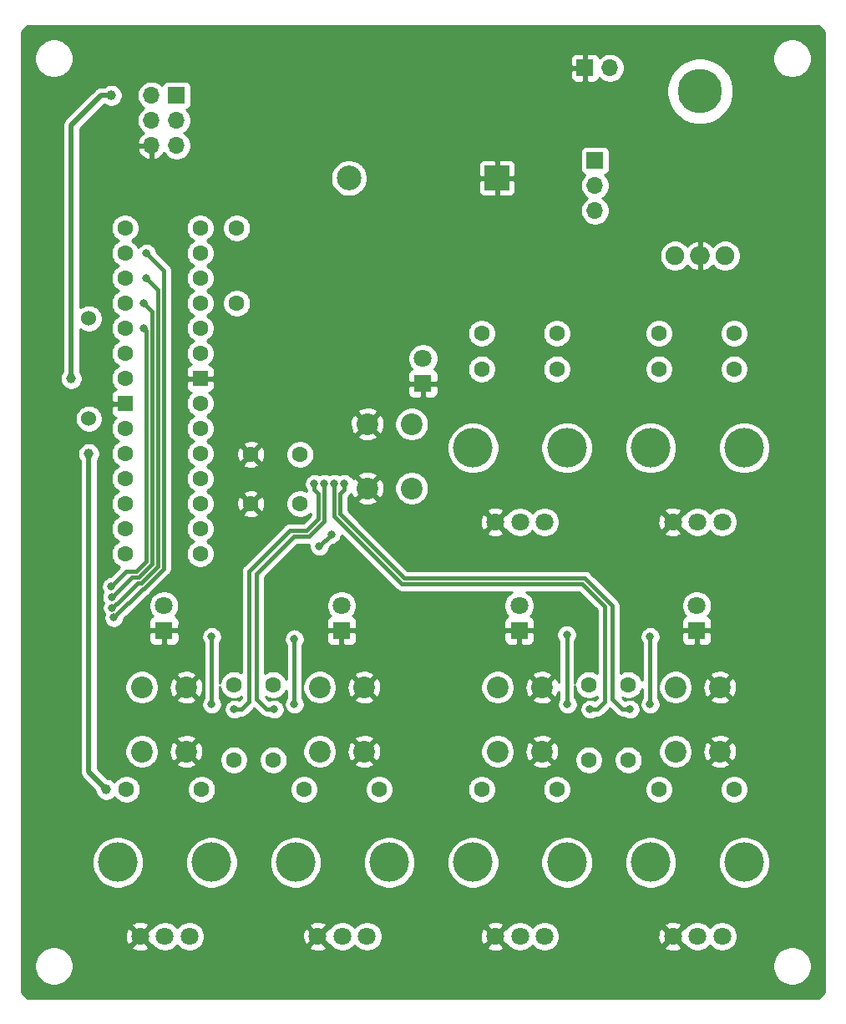
<source format=gbr>
G04 #@! TF.GenerationSoftware,KiCad,Pcbnew,(5.1.6)-1*
G04 #@! TF.CreationDate,2020-12-01T12:35:28-05:00*
G04 #@! TF.ProjectId,Synth,53796e74-682e-46b6-9963-61645f706362,rev?*
G04 #@! TF.SameCoordinates,Original*
G04 #@! TF.FileFunction,Copper,L2,Bot*
G04 #@! TF.FilePolarity,Positive*
%FSLAX46Y46*%
G04 Gerber Fmt 4.6, Leading zero omitted, Abs format (unit mm)*
G04 Created by KiCad (PCBNEW (5.1.6)-1) date 2020-12-01 12:35:28*
%MOMM*%
%LPD*%
G01*
G04 APERTURE LIST*
G04 #@! TA.AperFunction,ComponentPad*
%ADD10C,4.500000*%
G04 #@! TD*
G04 #@! TA.AperFunction,ComponentPad*
%ADD11C,1.905000*%
G04 #@! TD*
G04 #@! TA.AperFunction,ComponentPad*
%ADD12O,2.000000X1.905000*%
G04 #@! TD*
G04 #@! TA.AperFunction,ComponentPad*
%ADD13C,2.200000*%
G04 #@! TD*
G04 #@! TA.AperFunction,ComponentPad*
%ADD14C,1.600000*%
G04 #@! TD*
G04 #@! TA.AperFunction,WasherPad*
%ADD15C,4.000000*%
G04 #@! TD*
G04 #@! TA.AperFunction,ComponentPad*
%ADD16C,1.800000*%
G04 #@! TD*
G04 #@! TA.AperFunction,ComponentPad*
%ADD17R,1.800000X1.800000*%
G04 #@! TD*
G04 #@! TA.AperFunction,ComponentPad*
%ADD18O,1.700000X1.700000*%
G04 #@! TD*
G04 #@! TA.AperFunction,ComponentPad*
%ADD19R,1.700000X1.700000*%
G04 #@! TD*
G04 #@! TA.AperFunction,ComponentPad*
%ADD20C,1.524000*%
G04 #@! TD*
G04 #@! TA.AperFunction,ComponentPad*
%ADD21C,2.500000*%
G04 #@! TD*
G04 #@! TA.AperFunction,ComponentPad*
%ADD22R,2.500000X2.500000*%
G04 #@! TD*
G04 #@! TA.AperFunction,ComponentPad*
%ADD23R,1.600000X1.600000*%
G04 #@! TD*
G04 #@! TA.AperFunction,ViaPad*
%ADD24C,0.800000*%
G04 #@! TD*
G04 #@! TA.AperFunction,ViaPad*
%ADD25C,1.000000*%
G04 #@! TD*
G04 #@! TA.AperFunction,Conductor*
%ADD26C,0.381000*%
G04 #@! TD*
G04 #@! TA.AperFunction,Conductor*
%ADD27C,0.500000*%
G04 #@! TD*
G04 #@! TA.AperFunction,Conductor*
%ADD28C,0.254000*%
G04 #@! TD*
G04 APERTURE END LIST*
D10*
X96520000Y-31346000D03*
D11*
X93980000Y-48006000D03*
D12*
X96520000Y-48006000D03*
D11*
X99060000Y-48006000D03*
D13*
X67274000Y-65076000D03*
X67274000Y-71576000D03*
X62774000Y-65076000D03*
X62774000Y-71576000D03*
D14*
X50956000Y-68152000D03*
X55956000Y-68152000D03*
X55956000Y-73152000D03*
X50956000Y-73152000D03*
D15*
X46996000Y-109500000D03*
X37496000Y-109500000D03*
D16*
X44746000Y-117000000D03*
X42246000Y-117000000D03*
X39746000Y-117000000D03*
X57746000Y-117000000D03*
X60246000Y-117000000D03*
X62746000Y-117000000D03*
D15*
X55496000Y-109500000D03*
X64996000Y-109500000D03*
X82996000Y-109500000D03*
X73496000Y-109500000D03*
D16*
X80746000Y-117000000D03*
X78246000Y-117000000D03*
X75746000Y-117000000D03*
X93746000Y-117000000D03*
X96246000Y-117000000D03*
X98746000Y-117000000D03*
D15*
X91496000Y-109500000D03*
X100996000Y-109500000D03*
X82996000Y-67500000D03*
X73496000Y-67500000D03*
D16*
X80746000Y-75000000D03*
X78246000Y-75000000D03*
X75746000Y-75000000D03*
X93746000Y-75000000D03*
X96246000Y-75000000D03*
X98746000Y-75000000D03*
D15*
X91496000Y-67500000D03*
X100996000Y-67500000D03*
D16*
X42166000Y-83468000D03*
D17*
X42166000Y-86008000D03*
D16*
X60166000Y-83468000D03*
D17*
X60166000Y-86008000D03*
D16*
X78166000Y-83468000D03*
D17*
X78166000Y-86008000D03*
X96166000Y-86008000D03*
D16*
X96166000Y-83468000D03*
D17*
X68420000Y-60960000D03*
D16*
X68420000Y-58420000D03*
D18*
X87376000Y-28956000D03*
D19*
X84836000Y-28956000D03*
D20*
X34544000Y-64516000D03*
X34544000Y-54356000D03*
D21*
X60920000Y-40132000D03*
D22*
X75920000Y-40132000D03*
D14*
X45974000Y-102088000D03*
X38354000Y-102088000D03*
X63976000Y-102088000D03*
X56356000Y-102088000D03*
X74356000Y-102088000D03*
X81976000Y-102088000D03*
X92356000Y-102088000D03*
X99976000Y-102088000D03*
X74356000Y-59492000D03*
X81976000Y-59492000D03*
X99976000Y-59492000D03*
X92356000Y-59492000D03*
X49530000Y-45212000D03*
X49530000Y-52832000D03*
X92356000Y-55880000D03*
X99976000Y-55880000D03*
X49246000Y-99112000D03*
X49246000Y-91492000D03*
X53246000Y-99112000D03*
X53246000Y-91492000D03*
X85246000Y-99112000D03*
X85246000Y-91492000D03*
X89246000Y-91492000D03*
X89246000Y-99112000D03*
X74356000Y-55880000D03*
X81976000Y-55880000D03*
D13*
X44414000Y-91750000D03*
X44414000Y-98250000D03*
X39914000Y-91750000D03*
X39914000Y-98250000D03*
X57948000Y-98250000D03*
X57948000Y-91750000D03*
X62448000Y-98250000D03*
X62448000Y-91750000D03*
X80482000Y-91750000D03*
X80482000Y-98250000D03*
X75982000Y-91750000D03*
X75982000Y-98250000D03*
X94016000Y-98250000D03*
X94016000Y-91750000D03*
X98516000Y-98250000D03*
X98516000Y-91750000D03*
D14*
X45832000Y-78232000D03*
X45832000Y-75692000D03*
X45832000Y-73152000D03*
X45832000Y-70612000D03*
X45832000Y-68072000D03*
X45832000Y-65532000D03*
X45832000Y-62992000D03*
D23*
X45832000Y-60452000D03*
D14*
X45832000Y-57912000D03*
X45832000Y-55372000D03*
X45832000Y-52832000D03*
X45832000Y-50292000D03*
X45832000Y-47752000D03*
X45832000Y-45212000D03*
X38212000Y-45212000D03*
X38212000Y-47752000D03*
X38212000Y-50292000D03*
X38212000Y-52832000D03*
X38212000Y-55372000D03*
X38212000Y-57912000D03*
X38212000Y-60452000D03*
D23*
X38212000Y-62992000D03*
D14*
X38212000Y-65532000D03*
X38212000Y-68072000D03*
X38212000Y-70612000D03*
X38212000Y-73152000D03*
X38212000Y-75692000D03*
X38212000Y-78232000D03*
D19*
X85852000Y-38354000D03*
D18*
X85852000Y-40894000D03*
X85852000Y-43434000D03*
D19*
X43434000Y-31750000D03*
D18*
X40894000Y-31750000D03*
X43434000Y-34290000D03*
X40894000Y-34290000D03*
X43434000Y-36830000D03*
X40894000Y-36830000D03*
D24*
X59128356Y-76253644D03*
X57912000Y-77470000D03*
D25*
X36830000Y-31750000D03*
X32766000Y-60452000D03*
X36322000Y-102108000D03*
X34544000Y-68072000D03*
D24*
X53340000Y-93980000D03*
X58420000Y-71120000D03*
X59436000Y-71120000D03*
X85344000Y-93980000D03*
X89408000Y-93980000D03*
X60452000Y-71120000D03*
X49276000Y-93980000D03*
X57404000Y-71120000D03*
X36830000Y-81534000D03*
X40132000Y-55372000D03*
X37077530Y-84687102D03*
X40386000Y-47752000D03*
X36914260Y-83685612D03*
X40386000Y-50292000D03*
X40132000Y-52832000D03*
X36880968Y-82600968D03*
X46990000Y-93472000D03*
X46990000Y-86614000D03*
X55372000Y-93472000D03*
X55372000Y-86868000D03*
X83058000Y-93472000D03*
X82986868Y-86431132D03*
X91440000Y-93472000D03*
X91440000Y-86614000D03*
D26*
X57912000Y-77470000D02*
X59128356Y-76253644D01*
D27*
X36322000Y-102108000D02*
X34544000Y-100330000D01*
X34544000Y-100330000D02*
X34544000Y-68072000D01*
X32766000Y-34798000D02*
X32766000Y-60452000D01*
X36830000Y-31750000D02*
X35814000Y-31750000D01*
X35814000Y-31750000D02*
X32766000Y-34798000D01*
D26*
X58420000Y-74930000D02*
X56896000Y-76454000D01*
X58420000Y-71120000D02*
X58420000Y-74930000D01*
X52578000Y-93980000D02*
X53340000Y-93980000D01*
X56896000Y-76454000D02*
X55372000Y-76454000D01*
X51562000Y-92964000D02*
X52578000Y-93980000D01*
X55372000Y-76454000D02*
X51562000Y-80264000D01*
X51562000Y-80264000D02*
X51562000Y-92964000D01*
X59436000Y-74422000D02*
X59436000Y-71120000D01*
X66294000Y-81280000D02*
X59436000Y-74422000D01*
X84582000Y-81280000D02*
X78740000Y-81280000D01*
X78740000Y-81280000D02*
X66294000Y-81280000D01*
X86868000Y-83566000D02*
X84582000Y-81280000D01*
X78953672Y-81280000D02*
X78740000Y-81280000D01*
X86868000Y-93218000D02*
X86868000Y-83566000D01*
X85344000Y-93980000D02*
X86106000Y-93980000D01*
X86106000Y-93980000D02*
X86868000Y-93218000D01*
X88646000Y-93980000D02*
X89408000Y-93980000D01*
X87630000Y-92964000D02*
X88646000Y-93980000D01*
X87630000Y-83506328D02*
X87630000Y-92964000D01*
X84822663Y-80698991D02*
X87630000Y-83506328D01*
X60017010Y-72136000D02*
X60017010Y-74181338D01*
X60452000Y-71120000D02*
X60452000Y-71701010D01*
X60452000Y-71701010D02*
X60017010Y-72136000D01*
X60017010Y-74181338D02*
X66534662Y-80698990D01*
X66534662Y-80698990D02*
X84822663Y-80698991D01*
X57838990Y-72136000D02*
X57404000Y-71701010D01*
X57404000Y-71701010D02*
X57404000Y-71120000D01*
X55131338Y-75872990D02*
X56655338Y-75872990D01*
X56655338Y-75872990D02*
X57838990Y-74689338D01*
X57838990Y-74689338D02*
X57838990Y-72136000D01*
X54937010Y-75872990D02*
X55131338Y-75872990D01*
X50800000Y-93218000D02*
X50800000Y-80010000D01*
X49276000Y-93980000D02*
X50038000Y-93980000D01*
X50800000Y-80010000D02*
X54937010Y-75872990D01*
X50038000Y-93980000D02*
X50800000Y-93218000D01*
X40386000Y-55626000D02*
X40132000Y-55372000D01*
X40386000Y-78994000D02*
X40386000Y-55626000D01*
X36830000Y-81534000D02*
X38354000Y-80010000D01*
X39370000Y-80010000D02*
X40386000Y-78994000D01*
X38354000Y-80010000D02*
X39370000Y-80010000D01*
X40011604Y-81753028D02*
X40091989Y-81753027D01*
X37077530Y-84687102D02*
X40011604Y-81753028D01*
X40091989Y-81753027D02*
X42129030Y-79715986D01*
X42129030Y-79715986D02*
X42129030Y-56422970D01*
X42129030Y-56422970D02*
X42129030Y-55880000D01*
X42129030Y-49495030D02*
X40386000Y-47752000D01*
X42129030Y-56422970D02*
X42129030Y-49495030D01*
X37314259Y-83285613D02*
X37364387Y-83285613D01*
X36914260Y-83685612D02*
X37314259Y-83285613D01*
X39477982Y-81172018D02*
X39851326Y-81172018D01*
X37364387Y-83285613D02*
X39477982Y-81172018D01*
X39851326Y-81172018D02*
X41548020Y-79475324D01*
X41548020Y-79475324D02*
X41548020Y-57550020D01*
X41548020Y-57550020D02*
X41548020Y-56280020D01*
X41548020Y-56280020D02*
X41548020Y-55880000D01*
X41548020Y-51454020D02*
X40386000Y-50292000D01*
X41548020Y-56280020D02*
X41548020Y-51454020D01*
X39610663Y-80591009D02*
X40967010Y-79234662D01*
X38890927Y-80591009D02*
X39610663Y-80591009D01*
X36880968Y-82600968D02*
X38890927Y-80591009D01*
X40967010Y-79234662D02*
X40967010Y-57076990D01*
X40967010Y-57076990D02*
X40967010Y-56314990D01*
X40967010Y-56314990D02*
X40967010Y-55880000D01*
X40967010Y-53667010D02*
X40132000Y-52832000D01*
X40967010Y-56314990D02*
X40967010Y-53667010D01*
X46990000Y-93472000D02*
X46990000Y-87884000D01*
X46990000Y-87884000D02*
X46990000Y-86614000D01*
X55372000Y-93472000D02*
X55372000Y-86868000D01*
X55372000Y-86868000D02*
X55372000Y-86614000D01*
X82986868Y-93400868D02*
X83058000Y-93472000D01*
X82986868Y-86431132D02*
X82986868Y-93400868D01*
X91440000Y-93472000D02*
X91440000Y-86614000D01*
D28*
G36*
X109130000Y-25294091D02*
G01*
X109130001Y-122705908D01*
X108545909Y-123290000D01*
X28294091Y-123290000D01*
X27710000Y-122705909D01*
X27710000Y-119804495D01*
X29015000Y-119804495D01*
X29015000Y-120195505D01*
X29091282Y-120579003D01*
X29240915Y-120940250D01*
X29458149Y-121265364D01*
X29734636Y-121541851D01*
X30059750Y-121759085D01*
X30420997Y-121908718D01*
X30804495Y-121985000D01*
X31195505Y-121985000D01*
X31579003Y-121908718D01*
X31940250Y-121759085D01*
X32265364Y-121541851D01*
X32541851Y-121265364D01*
X32759085Y-120940250D01*
X32908718Y-120579003D01*
X32985000Y-120195505D01*
X32985000Y-119804495D01*
X103855000Y-119804495D01*
X103855000Y-120195505D01*
X103931282Y-120579003D01*
X104080915Y-120940250D01*
X104298149Y-121265364D01*
X104574636Y-121541851D01*
X104899750Y-121759085D01*
X105260997Y-121908718D01*
X105644495Y-121985000D01*
X106035505Y-121985000D01*
X106419003Y-121908718D01*
X106780250Y-121759085D01*
X107105364Y-121541851D01*
X107381851Y-121265364D01*
X107599085Y-120940250D01*
X107748718Y-120579003D01*
X107825000Y-120195505D01*
X107825000Y-119804495D01*
X107748718Y-119420997D01*
X107599085Y-119059750D01*
X107381851Y-118734636D01*
X107105364Y-118458149D01*
X106780250Y-118240915D01*
X106419003Y-118091282D01*
X106035505Y-118015000D01*
X105644495Y-118015000D01*
X105260997Y-118091282D01*
X104899750Y-118240915D01*
X104574636Y-118458149D01*
X104298149Y-118734636D01*
X104080915Y-119059750D01*
X103931282Y-119420997D01*
X103855000Y-119804495D01*
X32985000Y-119804495D01*
X32908718Y-119420997D01*
X32759085Y-119059750D01*
X32541851Y-118734636D01*
X32265364Y-118458149D01*
X31940250Y-118240915D01*
X31579003Y-118091282D01*
X31442249Y-118064080D01*
X38861525Y-118064080D01*
X38945208Y-118318261D01*
X39217775Y-118449158D01*
X39510642Y-118524365D01*
X39812553Y-118540991D01*
X40111907Y-118498397D01*
X40397199Y-118398222D01*
X40546792Y-118318261D01*
X40630475Y-118064080D01*
X39746000Y-117179605D01*
X38861525Y-118064080D01*
X31442249Y-118064080D01*
X31195505Y-118015000D01*
X30804495Y-118015000D01*
X30420997Y-118091282D01*
X30059750Y-118240915D01*
X29734636Y-118458149D01*
X29458149Y-118734636D01*
X29240915Y-119059750D01*
X29091282Y-119420997D01*
X29015000Y-119804495D01*
X27710000Y-119804495D01*
X27710000Y-117066553D01*
X38205009Y-117066553D01*
X38247603Y-117365907D01*
X38347778Y-117651199D01*
X38427739Y-117800792D01*
X38681920Y-117884475D01*
X39566395Y-117000000D01*
X39925605Y-117000000D01*
X40810080Y-117884475D01*
X40958262Y-117835690D01*
X41053688Y-117978505D01*
X41267495Y-118192312D01*
X41518905Y-118360299D01*
X41798257Y-118476011D01*
X42094816Y-118535000D01*
X42397184Y-118535000D01*
X42693743Y-118476011D01*
X42973095Y-118360299D01*
X43224505Y-118192312D01*
X43438312Y-117978505D01*
X43496000Y-117892169D01*
X43553688Y-117978505D01*
X43767495Y-118192312D01*
X44018905Y-118360299D01*
X44298257Y-118476011D01*
X44594816Y-118535000D01*
X44897184Y-118535000D01*
X45193743Y-118476011D01*
X45473095Y-118360299D01*
X45724505Y-118192312D01*
X45852737Y-118064080D01*
X56861525Y-118064080D01*
X56945208Y-118318261D01*
X57217775Y-118449158D01*
X57510642Y-118524365D01*
X57812553Y-118540991D01*
X58111907Y-118498397D01*
X58397199Y-118398222D01*
X58546792Y-118318261D01*
X58630475Y-118064080D01*
X57746000Y-117179605D01*
X56861525Y-118064080D01*
X45852737Y-118064080D01*
X45938312Y-117978505D01*
X46106299Y-117727095D01*
X46222011Y-117447743D01*
X46281000Y-117151184D01*
X46281000Y-117066553D01*
X56205009Y-117066553D01*
X56247603Y-117365907D01*
X56347778Y-117651199D01*
X56427739Y-117800792D01*
X56681920Y-117884475D01*
X57566395Y-117000000D01*
X57925605Y-117000000D01*
X58810080Y-117884475D01*
X58958262Y-117835690D01*
X59053688Y-117978505D01*
X59267495Y-118192312D01*
X59518905Y-118360299D01*
X59798257Y-118476011D01*
X60094816Y-118535000D01*
X60397184Y-118535000D01*
X60693743Y-118476011D01*
X60973095Y-118360299D01*
X61224505Y-118192312D01*
X61438312Y-117978505D01*
X61496000Y-117892169D01*
X61553688Y-117978505D01*
X61767495Y-118192312D01*
X62018905Y-118360299D01*
X62298257Y-118476011D01*
X62594816Y-118535000D01*
X62897184Y-118535000D01*
X63193743Y-118476011D01*
X63473095Y-118360299D01*
X63724505Y-118192312D01*
X63852737Y-118064080D01*
X74861525Y-118064080D01*
X74945208Y-118318261D01*
X75217775Y-118449158D01*
X75510642Y-118524365D01*
X75812553Y-118540991D01*
X76111907Y-118498397D01*
X76397199Y-118398222D01*
X76546792Y-118318261D01*
X76630475Y-118064080D01*
X75746000Y-117179605D01*
X74861525Y-118064080D01*
X63852737Y-118064080D01*
X63938312Y-117978505D01*
X64106299Y-117727095D01*
X64222011Y-117447743D01*
X64281000Y-117151184D01*
X64281000Y-117066553D01*
X74205009Y-117066553D01*
X74247603Y-117365907D01*
X74347778Y-117651199D01*
X74427739Y-117800792D01*
X74681920Y-117884475D01*
X75566395Y-117000000D01*
X75925605Y-117000000D01*
X76810080Y-117884475D01*
X76958262Y-117835690D01*
X77053688Y-117978505D01*
X77267495Y-118192312D01*
X77518905Y-118360299D01*
X77798257Y-118476011D01*
X78094816Y-118535000D01*
X78397184Y-118535000D01*
X78693743Y-118476011D01*
X78973095Y-118360299D01*
X79224505Y-118192312D01*
X79438312Y-117978505D01*
X79496000Y-117892169D01*
X79553688Y-117978505D01*
X79767495Y-118192312D01*
X80018905Y-118360299D01*
X80298257Y-118476011D01*
X80594816Y-118535000D01*
X80897184Y-118535000D01*
X81193743Y-118476011D01*
X81473095Y-118360299D01*
X81724505Y-118192312D01*
X81852737Y-118064080D01*
X92861525Y-118064080D01*
X92945208Y-118318261D01*
X93217775Y-118449158D01*
X93510642Y-118524365D01*
X93812553Y-118540991D01*
X94111907Y-118498397D01*
X94397199Y-118398222D01*
X94546792Y-118318261D01*
X94630475Y-118064080D01*
X93746000Y-117179605D01*
X92861525Y-118064080D01*
X81852737Y-118064080D01*
X81938312Y-117978505D01*
X82106299Y-117727095D01*
X82222011Y-117447743D01*
X82281000Y-117151184D01*
X82281000Y-117066553D01*
X92205009Y-117066553D01*
X92247603Y-117365907D01*
X92347778Y-117651199D01*
X92427739Y-117800792D01*
X92681920Y-117884475D01*
X93566395Y-117000000D01*
X93925605Y-117000000D01*
X94810080Y-117884475D01*
X94958262Y-117835690D01*
X95053688Y-117978505D01*
X95267495Y-118192312D01*
X95518905Y-118360299D01*
X95798257Y-118476011D01*
X96094816Y-118535000D01*
X96397184Y-118535000D01*
X96693743Y-118476011D01*
X96973095Y-118360299D01*
X97224505Y-118192312D01*
X97438312Y-117978505D01*
X97496000Y-117892169D01*
X97553688Y-117978505D01*
X97767495Y-118192312D01*
X98018905Y-118360299D01*
X98298257Y-118476011D01*
X98594816Y-118535000D01*
X98897184Y-118535000D01*
X99193743Y-118476011D01*
X99473095Y-118360299D01*
X99724505Y-118192312D01*
X99938312Y-117978505D01*
X100106299Y-117727095D01*
X100222011Y-117447743D01*
X100281000Y-117151184D01*
X100281000Y-116848816D01*
X100222011Y-116552257D01*
X100106299Y-116272905D01*
X99938312Y-116021495D01*
X99724505Y-115807688D01*
X99473095Y-115639701D01*
X99193743Y-115523989D01*
X98897184Y-115465000D01*
X98594816Y-115465000D01*
X98298257Y-115523989D01*
X98018905Y-115639701D01*
X97767495Y-115807688D01*
X97553688Y-116021495D01*
X97496000Y-116107831D01*
X97438312Y-116021495D01*
X97224505Y-115807688D01*
X96973095Y-115639701D01*
X96693743Y-115523989D01*
X96397184Y-115465000D01*
X96094816Y-115465000D01*
X95798257Y-115523989D01*
X95518905Y-115639701D01*
X95267495Y-115807688D01*
X95053688Y-116021495D01*
X94958262Y-116164310D01*
X94810080Y-116115525D01*
X93925605Y-117000000D01*
X93566395Y-117000000D01*
X92681920Y-116115525D01*
X92427739Y-116199208D01*
X92296842Y-116471775D01*
X92221635Y-116764642D01*
X92205009Y-117066553D01*
X82281000Y-117066553D01*
X82281000Y-116848816D01*
X82222011Y-116552257D01*
X82106299Y-116272905D01*
X81938312Y-116021495D01*
X81852737Y-115935920D01*
X92861525Y-115935920D01*
X93746000Y-116820395D01*
X94630475Y-115935920D01*
X94546792Y-115681739D01*
X94274225Y-115550842D01*
X93981358Y-115475635D01*
X93679447Y-115459009D01*
X93380093Y-115501603D01*
X93094801Y-115601778D01*
X92945208Y-115681739D01*
X92861525Y-115935920D01*
X81852737Y-115935920D01*
X81724505Y-115807688D01*
X81473095Y-115639701D01*
X81193743Y-115523989D01*
X80897184Y-115465000D01*
X80594816Y-115465000D01*
X80298257Y-115523989D01*
X80018905Y-115639701D01*
X79767495Y-115807688D01*
X79553688Y-116021495D01*
X79496000Y-116107831D01*
X79438312Y-116021495D01*
X79224505Y-115807688D01*
X78973095Y-115639701D01*
X78693743Y-115523989D01*
X78397184Y-115465000D01*
X78094816Y-115465000D01*
X77798257Y-115523989D01*
X77518905Y-115639701D01*
X77267495Y-115807688D01*
X77053688Y-116021495D01*
X76958262Y-116164310D01*
X76810080Y-116115525D01*
X75925605Y-117000000D01*
X75566395Y-117000000D01*
X74681920Y-116115525D01*
X74427739Y-116199208D01*
X74296842Y-116471775D01*
X74221635Y-116764642D01*
X74205009Y-117066553D01*
X64281000Y-117066553D01*
X64281000Y-116848816D01*
X64222011Y-116552257D01*
X64106299Y-116272905D01*
X63938312Y-116021495D01*
X63852737Y-115935920D01*
X74861525Y-115935920D01*
X75746000Y-116820395D01*
X76630475Y-115935920D01*
X76546792Y-115681739D01*
X76274225Y-115550842D01*
X75981358Y-115475635D01*
X75679447Y-115459009D01*
X75380093Y-115501603D01*
X75094801Y-115601778D01*
X74945208Y-115681739D01*
X74861525Y-115935920D01*
X63852737Y-115935920D01*
X63724505Y-115807688D01*
X63473095Y-115639701D01*
X63193743Y-115523989D01*
X62897184Y-115465000D01*
X62594816Y-115465000D01*
X62298257Y-115523989D01*
X62018905Y-115639701D01*
X61767495Y-115807688D01*
X61553688Y-116021495D01*
X61496000Y-116107831D01*
X61438312Y-116021495D01*
X61224505Y-115807688D01*
X60973095Y-115639701D01*
X60693743Y-115523989D01*
X60397184Y-115465000D01*
X60094816Y-115465000D01*
X59798257Y-115523989D01*
X59518905Y-115639701D01*
X59267495Y-115807688D01*
X59053688Y-116021495D01*
X58958262Y-116164310D01*
X58810080Y-116115525D01*
X57925605Y-117000000D01*
X57566395Y-117000000D01*
X56681920Y-116115525D01*
X56427739Y-116199208D01*
X56296842Y-116471775D01*
X56221635Y-116764642D01*
X56205009Y-117066553D01*
X46281000Y-117066553D01*
X46281000Y-116848816D01*
X46222011Y-116552257D01*
X46106299Y-116272905D01*
X45938312Y-116021495D01*
X45852737Y-115935920D01*
X56861525Y-115935920D01*
X57746000Y-116820395D01*
X58630475Y-115935920D01*
X58546792Y-115681739D01*
X58274225Y-115550842D01*
X57981358Y-115475635D01*
X57679447Y-115459009D01*
X57380093Y-115501603D01*
X57094801Y-115601778D01*
X56945208Y-115681739D01*
X56861525Y-115935920D01*
X45852737Y-115935920D01*
X45724505Y-115807688D01*
X45473095Y-115639701D01*
X45193743Y-115523989D01*
X44897184Y-115465000D01*
X44594816Y-115465000D01*
X44298257Y-115523989D01*
X44018905Y-115639701D01*
X43767495Y-115807688D01*
X43553688Y-116021495D01*
X43496000Y-116107831D01*
X43438312Y-116021495D01*
X43224505Y-115807688D01*
X42973095Y-115639701D01*
X42693743Y-115523989D01*
X42397184Y-115465000D01*
X42094816Y-115465000D01*
X41798257Y-115523989D01*
X41518905Y-115639701D01*
X41267495Y-115807688D01*
X41053688Y-116021495D01*
X40958262Y-116164310D01*
X40810080Y-116115525D01*
X39925605Y-117000000D01*
X39566395Y-117000000D01*
X38681920Y-116115525D01*
X38427739Y-116199208D01*
X38296842Y-116471775D01*
X38221635Y-116764642D01*
X38205009Y-117066553D01*
X27710000Y-117066553D01*
X27710000Y-115935920D01*
X38861525Y-115935920D01*
X39746000Y-116820395D01*
X40630475Y-115935920D01*
X40546792Y-115681739D01*
X40274225Y-115550842D01*
X39981358Y-115475635D01*
X39679447Y-115459009D01*
X39380093Y-115501603D01*
X39094801Y-115601778D01*
X38945208Y-115681739D01*
X38861525Y-115935920D01*
X27710000Y-115935920D01*
X27710000Y-109240475D01*
X34861000Y-109240475D01*
X34861000Y-109759525D01*
X34962261Y-110268601D01*
X35160893Y-110748141D01*
X35449262Y-111179715D01*
X35816285Y-111546738D01*
X36247859Y-111835107D01*
X36727399Y-112033739D01*
X37236475Y-112135000D01*
X37755525Y-112135000D01*
X38264601Y-112033739D01*
X38744141Y-111835107D01*
X39175715Y-111546738D01*
X39542738Y-111179715D01*
X39831107Y-110748141D01*
X40029739Y-110268601D01*
X40131000Y-109759525D01*
X40131000Y-109240475D01*
X44361000Y-109240475D01*
X44361000Y-109759525D01*
X44462261Y-110268601D01*
X44660893Y-110748141D01*
X44949262Y-111179715D01*
X45316285Y-111546738D01*
X45747859Y-111835107D01*
X46227399Y-112033739D01*
X46736475Y-112135000D01*
X47255525Y-112135000D01*
X47764601Y-112033739D01*
X48244141Y-111835107D01*
X48675715Y-111546738D01*
X49042738Y-111179715D01*
X49331107Y-110748141D01*
X49529739Y-110268601D01*
X49631000Y-109759525D01*
X49631000Y-109240475D01*
X52861000Y-109240475D01*
X52861000Y-109759525D01*
X52962261Y-110268601D01*
X53160893Y-110748141D01*
X53449262Y-111179715D01*
X53816285Y-111546738D01*
X54247859Y-111835107D01*
X54727399Y-112033739D01*
X55236475Y-112135000D01*
X55755525Y-112135000D01*
X56264601Y-112033739D01*
X56744141Y-111835107D01*
X57175715Y-111546738D01*
X57542738Y-111179715D01*
X57831107Y-110748141D01*
X58029739Y-110268601D01*
X58131000Y-109759525D01*
X58131000Y-109240475D01*
X62361000Y-109240475D01*
X62361000Y-109759525D01*
X62462261Y-110268601D01*
X62660893Y-110748141D01*
X62949262Y-111179715D01*
X63316285Y-111546738D01*
X63747859Y-111835107D01*
X64227399Y-112033739D01*
X64736475Y-112135000D01*
X65255525Y-112135000D01*
X65764601Y-112033739D01*
X66244141Y-111835107D01*
X66675715Y-111546738D01*
X67042738Y-111179715D01*
X67331107Y-110748141D01*
X67529739Y-110268601D01*
X67631000Y-109759525D01*
X67631000Y-109240475D01*
X70861000Y-109240475D01*
X70861000Y-109759525D01*
X70962261Y-110268601D01*
X71160893Y-110748141D01*
X71449262Y-111179715D01*
X71816285Y-111546738D01*
X72247859Y-111835107D01*
X72727399Y-112033739D01*
X73236475Y-112135000D01*
X73755525Y-112135000D01*
X74264601Y-112033739D01*
X74744141Y-111835107D01*
X75175715Y-111546738D01*
X75542738Y-111179715D01*
X75831107Y-110748141D01*
X76029739Y-110268601D01*
X76131000Y-109759525D01*
X76131000Y-109240475D01*
X80361000Y-109240475D01*
X80361000Y-109759525D01*
X80462261Y-110268601D01*
X80660893Y-110748141D01*
X80949262Y-111179715D01*
X81316285Y-111546738D01*
X81747859Y-111835107D01*
X82227399Y-112033739D01*
X82736475Y-112135000D01*
X83255525Y-112135000D01*
X83764601Y-112033739D01*
X84244141Y-111835107D01*
X84675715Y-111546738D01*
X85042738Y-111179715D01*
X85331107Y-110748141D01*
X85529739Y-110268601D01*
X85631000Y-109759525D01*
X85631000Y-109240475D01*
X88861000Y-109240475D01*
X88861000Y-109759525D01*
X88962261Y-110268601D01*
X89160893Y-110748141D01*
X89449262Y-111179715D01*
X89816285Y-111546738D01*
X90247859Y-111835107D01*
X90727399Y-112033739D01*
X91236475Y-112135000D01*
X91755525Y-112135000D01*
X92264601Y-112033739D01*
X92744141Y-111835107D01*
X93175715Y-111546738D01*
X93542738Y-111179715D01*
X93831107Y-110748141D01*
X94029739Y-110268601D01*
X94131000Y-109759525D01*
X94131000Y-109240475D01*
X98361000Y-109240475D01*
X98361000Y-109759525D01*
X98462261Y-110268601D01*
X98660893Y-110748141D01*
X98949262Y-111179715D01*
X99316285Y-111546738D01*
X99747859Y-111835107D01*
X100227399Y-112033739D01*
X100736475Y-112135000D01*
X101255525Y-112135000D01*
X101764601Y-112033739D01*
X102244141Y-111835107D01*
X102675715Y-111546738D01*
X103042738Y-111179715D01*
X103331107Y-110748141D01*
X103529739Y-110268601D01*
X103631000Y-109759525D01*
X103631000Y-109240475D01*
X103529739Y-108731399D01*
X103331107Y-108251859D01*
X103042738Y-107820285D01*
X102675715Y-107453262D01*
X102244141Y-107164893D01*
X101764601Y-106966261D01*
X101255525Y-106865000D01*
X100736475Y-106865000D01*
X100227399Y-106966261D01*
X99747859Y-107164893D01*
X99316285Y-107453262D01*
X98949262Y-107820285D01*
X98660893Y-108251859D01*
X98462261Y-108731399D01*
X98361000Y-109240475D01*
X94131000Y-109240475D01*
X94029739Y-108731399D01*
X93831107Y-108251859D01*
X93542738Y-107820285D01*
X93175715Y-107453262D01*
X92744141Y-107164893D01*
X92264601Y-106966261D01*
X91755525Y-106865000D01*
X91236475Y-106865000D01*
X90727399Y-106966261D01*
X90247859Y-107164893D01*
X89816285Y-107453262D01*
X89449262Y-107820285D01*
X89160893Y-108251859D01*
X88962261Y-108731399D01*
X88861000Y-109240475D01*
X85631000Y-109240475D01*
X85529739Y-108731399D01*
X85331107Y-108251859D01*
X85042738Y-107820285D01*
X84675715Y-107453262D01*
X84244141Y-107164893D01*
X83764601Y-106966261D01*
X83255525Y-106865000D01*
X82736475Y-106865000D01*
X82227399Y-106966261D01*
X81747859Y-107164893D01*
X81316285Y-107453262D01*
X80949262Y-107820285D01*
X80660893Y-108251859D01*
X80462261Y-108731399D01*
X80361000Y-109240475D01*
X76131000Y-109240475D01*
X76029739Y-108731399D01*
X75831107Y-108251859D01*
X75542738Y-107820285D01*
X75175715Y-107453262D01*
X74744141Y-107164893D01*
X74264601Y-106966261D01*
X73755525Y-106865000D01*
X73236475Y-106865000D01*
X72727399Y-106966261D01*
X72247859Y-107164893D01*
X71816285Y-107453262D01*
X71449262Y-107820285D01*
X71160893Y-108251859D01*
X70962261Y-108731399D01*
X70861000Y-109240475D01*
X67631000Y-109240475D01*
X67529739Y-108731399D01*
X67331107Y-108251859D01*
X67042738Y-107820285D01*
X66675715Y-107453262D01*
X66244141Y-107164893D01*
X65764601Y-106966261D01*
X65255525Y-106865000D01*
X64736475Y-106865000D01*
X64227399Y-106966261D01*
X63747859Y-107164893D01*
X63316285Y-107453262D01*
X62949262Y-107820285D01*
X62660893Y-108251859D01*
X62462261Y-108731399D01*
X62361000Y-109240475D01*
X58131000Y-109240475D01*
X58029739Y-108731399D01*
X57831107Y-108251859D01*
X57542738Y-107820285D01*
X57175715Y-107453262D01*
X56744141Y-107164893D01*
X56264601Y-106966261D01*
X55755525Y-106865000D01*
X55236475Y-106865000D01*
X54727399Y-106966261D01*
X54247859Y-107164893D01*
X53816285Y-107453262D01*
X53449262Y-107820285D01*
X53160893Y-108251859D01*
X52962261Y-108731399D01*
X52861000Y-109240475D01*
X49631000Y-109240475D01*
X49529739Y-108731399D01*
X49331107Y-108251859D01*
X49042738Y-107820285D01*
X48675715Y-107453262D01*
X48244141Y-107164893D01*
X47764601Y-106966261D01*
X47255525Y-106865000D01*
X46736475Y-106865000D01*
X46227399Y-106966261D01*
X45747859Y-107164893D01*
X45316285Y-107453262D01*
X44949262Y-107820285D01*
X44660893Y-108251859D01*
X44462261Y-108731399D01*
X44361000Y-109240475D01*
X40131000Y-109240475D01*
X40029739Y-108731399D01*
X39831107Y-108251859D01*
X39542738Y-107820285D01*
X39175715Y-107453262D01*
X38744141Y-107164893D01*
X38264601Y-106966261D01*
X37755525Y-106865000D01*
X37236475Y-106865000D01*
X36727399Y-106966261D01*
X36247859Y-107164893D01*
X35816285Y-107453262D01*
X35449262Y-107820285D01*
X35160893Y-108251859D01*
X34962261Y-108731399D01*
X34861000Y-109240475D01*
X27710000Y-109240475D01*
X27710000Y-67960212D01*
X33409000Y-67960212D01*
X33409000Y-68183788D01*
X33452617Y-68403067D01*
X33538176Y-68609624D01*
X33659001Y-68790451D01*
X33659000Y-100286531D01*
X33654719Y-100330000D01*
X33659000Y-100373469D01*
X33659000Y-100373476D01*
X33671805Y-100503489D01*
X33722411Y-100670312D01*
X33804589Y-100824058D01*
X33915183Y-100958817D01*
X33948956Y-100986534D01*
X35188190Y-102225768D01*
X35230617Y-102439067D01*
X35316176Y-102645624D01*
X35440388Y-102831520D01*
X35598480Y-102989612D01*
X35784376Y-103113824D01*
X35990933Y-103199383D01*
X36210212Y-103243000D01*
X36433788Y-103243000D01*
X36653067Y-103199383D01*
X36859624Y-103113824D01*
X37045520Y-102989612D01*
X37156455Y-102878677D01*
X37239363Y-103002759D01*
X37439241Y-103202637D01*
X37674273Y-103359680D01*
X37935426Y-103467853D01*
X38212665Y-103523000D01*
X38495335Y-103523000D01*
X38772574Y-103467853D01*
X39033727Y-103359680D01*
X39268759Y-103202637D01*
X39468637Y-103002759D01*
X39625680Y-102767727D01*
X39733853Y-102506574D01*
X39789000Y-102229335D01*
X39789000Y-101946665D01*
X44539000Y-101946665D01*
X44539000Y-102229335D01*
X44594147Y-102506574D01*
X44702320Y-102767727D01*
X44859363Y-103002759D01*
X45059241Y-103202637D01*
X45294273Y-103359680D01*
X45555426Y-103467853D01*
X45832665Y-103523000D01*
X46115335Y-103523000D01*
X46392574Y-103467853D01*
X46653727Y-103359680D01*
X46888759Y-103202637D01*
X47088637Y-103002759D01*
X47245680Y-102767727D01*
X47353853Y-102506574D01*
X47409000Y-102229335D01*
X47409000Y-101946665D01*
X54921000Y-101946665D01*
X54921000Y-102229335D01*
X54976147Y-102506574D01*
X55084320Y-102767727D01*
X55241363Y-103002759D01*
X55441241Y-103202637D01*
X55676273Y-103359680D01*
X55937426Y-103467853D01*
X56214665Y-103523000D01*
X56497335Y-103523000D01*
X56774574Y-103467853D01*
X57035727Y-103359680D01*
X57270759Y-103202637D01*
X57470637Y-103002759D01*
X57627680Y-102767727D01*
X57735853Y-102506574D01*
X57791000Y-102229335D01*
X57791000Y-101946665D01*
X62541000Y-101946665D01*
X62541000Y-102229335D01*
X62596147Y-102506574D01*
X62704320Y-102767727D01*
X62861363Y-103002759D01*
X63061241Y-103202637D01*
X63296273Y-103359680D01*
X63557426Y-103467853D01*
X63834665Y-103523000D01*
X64117335Y-103523000D01*
X64394574Y-103467853D01*
X64655727Y-103359680D01*
X64890759Y-103202637D01*
X65090637Y-103002759D01*
X65247680Y-102767727D01*
X65355853Y-102506574D01*
X65411000Y-102229335D01*
X65411000Y-101946665D01*
X72921000Y-101946665D01*
X72921000Y-102229335D01*
X72976147Y-102506574D01*
X73084320Y-102767727D01*
X73241363Y-103002759D01*
X73441241Y-103202637D01*
X73676273Y-103359680D01*
X73937426Y-103467853D01*
X74214665Y-103523000D01*
X74497335Y-103523000D01*
X74774574Y-103467853D01*
X75035727Y-103359680D01*
X75270759Y-103202637D01*
X75470637Y-103002759D01*
X75627680Y-102767727D01*
X75735853Y-102506574D01*
X75791000Y-102229335D01*
X75791000Y-101946665D01*
X80541000Y-101946665D01*
X80541000Y-102229335D01*
X80596147Y-102506574D01*
X80704320Y-102767727D01*
X80861363Y-103002759D01*
X81061241Y-103202637D01*
X81296273Y-103359680D01*
X81557426Y-103467853D01*
X81834665Y-103523000D01*
X82117335Y-103523000D01*
X82394574Y-103467853D01*
X82655727Y-103359680D01*
X82890759Y-103202637D01*
X83090637Y-103002759D01*
X83247680Y-102767727D01*
X83355853Y-102506574D01*
X83411000Y-102229335D01*
X83411000Y-101946665D01*
X90921000Y-101946665D01*
X90921000Y-102229335D01*
X90976147Y-102506574D01*
X91084320Y-102767727D01*
X91241363Y-103002759D01*
X91441241Y-103202637D01*
X91676273Y-103359680D01*
X91937426Y-103467853D01*
X92214665Y-103523000D01*
X92497335Y-103523000D01*
X92774574Y-103467853D01*
X93035727Y-103359680D01*
X93270759Y-103202637D01*
X93470637Y-103002759D01*
X93627680Y-102767727D01*
X93735853Y-102506574D01*
X93791000Y-102229335D01*
X93791000Y-101946665D01*
X98541000Y-101946665D01*
X98541000Y-102229335D01*
X98596147Y-102506574D01*
X98704320Y-102767727D01*
X98861363Y-103002759D01*
X99061241Y-103202637D01*
X99296273Y-103359680D01*
X99557426Y-103467853D01*
X99834665Y-103523000D01*
X100117335Y-103523000D01*
X100394574Y-103467853D01*
X100655727Y-103359680D01*
X100890759Y-103202637D01*
X101090637Y-103002759D01*
X101247680Y-102767727D01*
X101355853Y-102506574D01*
X101411000Y-102229335D01*
X101411000Y-101946665D01*
X101355853Y-101669426D01*
X101247680Y-101408273D01*
X101090637Y-101173241D01*
X100890759Y-100973363D01*
X100655727Y-100816320D01*
X100394574Y-100708147D01*
X100117335Y-100653000D01*
X99834665Y-100653000D01*
X99557426Y-100708147D01*
X99296273Y-100816320D01*
X99061241Y-100973363D01*
X98861363Y-101173241D01*
X98704320Y-101408273D01*
X98596147Y-101669426D01*
X98541000Y-101946665D01*
X93791000Y-101946665D01*
X93735853Y-101669426D01*
X93627680Y-101408273D01*
X93470637Y-101173241D01*
X93270759Y-100973363D01*
X93035727Y-100816320D01*
X92774574Y-100708147D01*
X92497335Y-100653000D01*
X92214665Y-100653000D01*
X91937426Y-100708147D01*
X91676273Y-100816320D01*
X91441241Y-100973363D01*
X91241363Y-101173241D01*
X91084320Y-101408273D01*
X90976147Y-101669426D01*
X90921000Y-101946665D01*
X83411000Y-101946665D01*
X83355853Y-101669426D01*
X83247680Y-101408273D01*
X83090637Y-101173241D01*
X82890759Y-100973363D01*
X82655727Y-100816320D01*
X82394574Y-100708147D01*
X82117335Y-100653000D01*
X81834665Y-100653000D01*
X81557426Y-100708147D01*
X81296273Y-100816320D01*
X81061241Y-100973363D01*
X80861363Y-101173241D01*
X80704320Y-101408273D01*
X80596147Y-101669426D01*
X80541000Y-101946665D01*
X75791000Y-101946665D01*
X75735853Y-101669426D01*
X75627680Y-101408273D01*
X75470637Y-101173241D01*
X75270759Y-100973363D01*
X75035727Y-100816320D01*
X74774574Y-100708147D01*
X74497335Y-100653000D01*
X74214665Y-100653000D01*
X73937426Y-100708147D01*
X73676273Y-100816320D01*
X73441241Y-100973363D01*
X73241363Y-101173241D01*
X73084320Y-101408273D01*
X72976147Y-101669426D01*
X72921000Y-101946665D01*
X65411000Y-101946665D01*
X65355853Y-101669426D01*
X65247680Y-101408273D01*
X65090637Y-101173241D01*
X64890759Y-100973363D01*
X64655727Y-100816320D01*
X64394574Y-100708147D01*
X64117335Y-100653000D01*
X63834665Y-100653000D01*
X63557426Y-100708147D01*
X63296273Y-100816320D01*
X63061241Y-100973363D01*
X62861363Y-101173241D01*
X62704320Y-101408273D01*
X62596147Y-101669426D01*
X62541000Y-101946665D01*
X57791000Y-101946665D01*
X57735853Y-101669426D01*
X57627680Y-101408273D01*
X57470637Y-101173241D01*
X57270759Y-100973363D01*
X57035727Y-100816320D01*
X56774574Y-100708147D01*
X56497335Y-100653000D01*
X56214665Y-100653000D01*
X55937426Y-100708147D01*
X55676273Y-100816320D01*
X55441241Y-100973363D01*
X55241363Y-101173241D01*
X55084320Y-101408273D01*
X54976147Y-101669426D01*
X54921000Y-101946665D01*
X47409000Y-101946665D01*
X47353853Y-101669426D01*
X47245680Y-101408273D01*
X47088637Y-101173241D01*
X46888759Y-100973363D01*
X46653727Y-100816320D01*
X46392574Y-100708147D01*
X46115335Y-100653000D01*
X45832665Y-100653000D01*
X45555426Y-100708147D01*
X45294273Y-100816320D01*
X45059241Y-100973363D01*
X44859363Y-101173241D01*
X44702320Y-101408273D01*
X44594147Y-101669426D01*
X44539000Y-101946665D01*
X39789000Y-101946665D01*
X39733853Y-101669426D01*
X39625680Y-101408273D01*
X39468637Y-101173241D01*
X39268759Y-100973363D01*
X39033727Y-100816320D01*
X38772574Y-100708147D01*
X38495335Y-100653000D01*
X38212665Y-100653000D01*
X37935426Y-100708147D01*
X37674273Y-100816320D01*
X37439241Y-100973363D01*
X37239363Y-101173241D01*
X37140433Y-101321301D01*
X37045520Y-101226388D01*
X36859624Y-101102176D01*
X36653067Y-101016617D01*
X36439768Y-100974190D01*
X35429000Y-99963422D01*
X35429000Y-98079117D01*
X38179000Y-98079117D01*
X38179000Y-98420883D01*
X38245675Y-98756081D01*
X38376463Y-99071831D01*
X38566337Y-99355998D01*
X38808002Y-99597663D01*
X39092169Y-99787537D01*
X39407919Y-99918325D01*
X39743117Y-99985000D01*
X40084883Y-99985000D01*
X40420081Y-99918325D01*
X40735831Y-99787537D01*
X41019998Y-99597663D01*
X41160949Y-99456712D01*
X43386893Y-99456712D01*
X43494726Y-99731338D01*
X43801384Y-99882216D01*
X44131585Y-99970369D01*
X44472639Y-99992409D01*
X44811439Y-99947489D01*
X45134966Y-99837336D01*
X45333274Y-99731338D01*
X45441107Y-99456712D01*
X44414000Y-98429605D01*
X43386893Y-99456712D01*
X41160949Y-99456712D01*
X41261663Y-99355998D01*
X41451537Y-99071831D01*
X41582325Y-98756081D01*
X41649000Y-98420883D01*
X41649000Y-98308639D01*
X42671591Y-98308639D01*
X42716511Y-98647439D01*
X42826664Y-98970966D01*
X42932662Y-99169274D01*
X43207288Y-99277107D01*
X44234395Y-98250000D01*
X44593605Y-98250000D01*
X45620712Y-99277107D01*
X45895338Y-99169274D01*
X45993055Y-98970665D01*
X47811000Y-98970665D01*
X47811000Y-99253335D01*
X47866147Y-99530574D01*
X47974320Y-99791727D01*
X48131363Y-100026759D01*
X48331241Y-100226637D01*
X48566273Y-100383680D01*
X48827426Y-100491853D01*
X49104665Y-100547000D01*
X49387335Y-100547000D01*
X49664574Y-100491853D01*
X49925727Y-100383680D01*
X50160759Y-100226637D01*
X50360637Y-100026759D01*
X50517680Y-99791727D01*
X50625853Y-99530574D01*
X50681000Y-99253335D01*
X50681000Y-98970665D01*
X51811000Y-98970665D01*
X51811000Y-99253335D01*
X51866147Y-99530574D01*
X51974320Y-99791727D01*
X52131363Y-100026759D01*
X52331241Y-100226637D01*
X52566273Y-100383680D01*
X52827426Y-100491853D01*
X53104665Y-100547000D01*
X53387335Y-100547000D01*
X53664574Y-100491853D01*
X53925727Y-100383680D01*
X54160759Y-100226637D01*
X54360637Y-100026759D01*
X54517680Y-99791727D01*
X54625853Y-99530574D01*
X54681000Y-99253335D01*
X54681000Y-98970665D01*
X54625853Y-98693426D01*
X54517680Y-98432273D01*
X54360637Y-98197241D01*
X54242513Y-98079117D01*
X56213000Y-98079117D01*
X56213000Y-98420883D01*
X56279675Y-98756081D01*
X56410463Y-99071831D01*
X56600337Y-99355998D01*
X56842002Y-99597663D01*
X57126169Y-99787537D01*
X57441919Y-99918325D01*
X57777117Y-99985000D01*
X58118883Y-99985000D01*
X58454081Y-99918325D01*
X58769831Y-99787537D01*
X59053998Y-99597663D01*
X59194949Y-99456712D01*
X61420893Y-99456712D01*
X61528726Y-99731338D01*
X61835384Y-99882216D01*
X62165585Y-99970369D01*
X62506639Y-99992409D01*
X62845439Y-99947489D01*
X63168966Y-99837336D01*
X63367274Y-99731338D01*
X63475107Y-99456712D01*
X62448000Y-98429605D01*
X61420893Y-99456712D01*
X59194949Y-99456712D01*
X59295663Y-99355998D01*
X59485537Y-99071831D01*
X59616325Y-98756081D01*
X59683000Y-98420883D01*
X59683000Y-98308639D01*
X60705591Y-98308639D01*
X60750511Y-98647439D01*
X60860664Y-98970966D01*
X60966662Y-99169274D01*
X61241288Y-99277107D01*
X62268395Y-98250000D01*
X62627605Y-98250000D01*
X63654712Y-99277107D01*
X63929338Y-99169274D01*
X64080216Y-98862616D01*
X64168369Y-98532415D01*
X64190409Y-98191361D01*
X64175528Y-98079117D01*
X74247000Y-98079117D01*
X74247000Y-98420883D01*
X74313675Y-98756081D01*
X74444463Y-99071831D01*
X74634337Y-99355998D01*
X74876002Y-99597663D01*
X75160169Y-99787537D01*
X75475919Y-99918325D01*
X75811117Y-99985000D01*
X76152883Y-99985000D01*
X76488081Y-99918325D01*
X76803831Y-99787537D01*
X77087998Y-99597663D01*
X77228949Y-99456712D01*
X79454893Y-99456712D01*
X79562726Y-99731338D01*
X79869384Y-99882216D01*
X80199585Y-99970369D01*
X80540639Y-99992409D01*
X80879439Y-99947489D01*
X81202966Y-99837336D01*
X81401274Y-99731338D01*
X81509107Y-99456712D01*
X80482000Y-98429605D01*
X79454893Y-99456712D01*
X77228949Y-99456712D01*
X77329663Y-99355998D01*
X77519537Y-99071831D01*
X77650325Y-98756081D01*
X77717000Y-98420883D01*
X77717000Y-98308639D01*
X78739591Y-98308639D01*
X78784511Y-98647439D01*
X78894664Y-98970966D01*
X79000662Y-99169274D01*
X79275288Y-99277107D01*
X80302395Y-98250000D01*
X80661605Y-98250000D01*
X81688712Y-99277107D01*
X81963338Y-99169274D01*
X82061055Y-98970665D01*
X83811000Y-98970665D01*
X83811000Y-99253335D01*
X83866147Y-99530574D01*
X83974320Y-99791727D01*
X84131363Y-100026759D01*
X84331241Y-100226637D01*
X84566273Y-100383680D01*
X84827426Y-100491853D01*
X85104665Y-100547000D01*
X85387335Y-100547000D01*
X85664574Y-100491853D01*
X85925727Y-100383680D01*
X86160759Y-100226637D01*
X86360637Y-100026759D01*
X86517680Y-99791727D01*
X86625853Y-99530574D01*
X86681000Y-99253335D01*
X86681000Y-98970665D01*
X87811000Y-98970665D01*
X87811000Y-99253335D01*
X87866147Y-99530574D01*
X87974320Y-99791727D01*
X88131363Y-100026759D01*
X88331241Y-100226637D01*
X88566273Y-100383680D01*
X88827426Y-100491853D01*
X89104665Y-100547000D01*
X89387335Y-100547000D01*
X89664574Y-100491853D01*
X89925727Y-100383680D01*
X90160759Y-100226637D01*
X90360637Y-100026759D01*
X90517680Y-99791727D01*
X90625853Y-99530574D01*
X90681000Y-99253335D01*
X90681000Y-98970665D01*
X90625853Y-98693426D01*
X90517680Y-98432273D01*
X90360637Y-98197241D01*
X90242513Y-98079117D01*
X92281000Y-98079117D01*
X92281000Y-98420883D01*
X92347675Y-98756081D01*
X92478463Y-99071831D01*
X92668337Y-99355998D01*
X92910002Y-99597663D01*
X93194169Y-99787537D01*
X93509919Y-99918325D01*
X93845117Y-99985000D01*
X94186883Y-99985000D01*
X94522081Y-99918325D01*
X94837831Y-99787537D01*
X95121998Y-99597663D01*
X95262949Y-99456712D01*
X97488893Y-99456712D01*
X97596726Y-99731338D01*
X97903384Y-99882216D01*
X98233585Y-99970369D01*
X98574639Y-99992409D01*
X98913439Y-99947489D01*
X99236966Y-99837336D01*
X99435274Y-99731338D01*
X99543107Y-99456712D01*
X98516000Y-98429605D01*
X97488893Y-99456712D01*
X95262949Y-99456712D01*
X95363663Y-99355998D01*
X95553537Y-99071831D01*
X95684325Y-98756081D01*
X95751000Y-98420883D01*
X95751000Y-98308639D01*
X96773591Y-98308639D01*
X96818511Y-98647439D01*
X96928664Y-98970966D01*
X97034662Y-99169274D01*
X97309288Y-99277107D01*
X98336395Y-98250000D01*
X98695605Y-98250000D01*
X99722712Y-99277107D01*
X99997338Y-99169274D01*
X100148216Y-98862616D01*
X100236369Y-98532415D01*
X100258409Y-98191361D01*
X100213489Y-97852561D01*
X100103336Y-97529034D01*
X99997338Y-97330726D01*
X99722712Y-97222893D01*
X98695605Y-98250000D01*
X98336395Y-98250000D01*
X97309288Y-97222893D01*
X97034662Y-97330726D01*
X96883784Y-97637384D01*
X96795631Y-97967585D01*
X96773591Y-98308639D01*
X95751000Y-98308639D01*
X95751000Y-98079117D01*
X95684325Y-97743919D01*
X95553537Y-97428169D01*
X95363663Y-97144002D01*
X95262949Y-97043288D01*
X97488893Y-97043288D01*
X98516000Y-98070395D01*
X99543107Y-97043288D01*
X99435274Y-96768662D01*
X99128616Y-96617784D01*
X98798415Y-96529631D01*
X98457361Y-96507591D01*
X98118561Y-96552511D01*
X97795034Y-96662664D01*
X97596726Y-96768662D01*
X97488893Y-97043288D01*
X95262949Y-97043288D01*
X95121998Y-96902337D01*
X94837831Y-96712463D01*
X94522081Y-96581675D01*
X94186883Y-96515000D01*
X93845117Y-96515000D01*
X93509919Y-96581675D01*
X93194169Y-96712463D01*
X92910002Y-96902337D01*
X92668337Y-97144002D01*
X92478463Y-97428169D01*
X92347675Y-97743919D01*
X92281000Y-98079117D01*
X90242513Y-98079117D01*
X90160759Y-97997363D01*
X89925727Y-97840320D01*
X89664574Y-97732147D01*
X89387335Y-97677000D01*
X89104665Y-97677000D01*
X88827426Y-97732147D01*
X88566273Y-97840320D01*
X88331241Y-97997363D01*
X88131363Y-98197241D01*
X87974320Y-98432273D01*
X87866147Y-98693426D01*
X87811000Y-98970665D01*
X86681000Y-98970665D01*
X86625853Y-98693426D01*
X86517680Y-98432273D01*
X86360637Y-98197241D01*
X86160759Y-97997363D01*
X85925727Y-97840320D01*
X85664574Y-97732147D01*
X85387335Y-97677000D01*
X85104665Y-97677000D01*
X84827426Y-97732147D01*
X84566273Y-97840320D01*
X84331241Y-97997363D01*
X84131363Y-98197241D01*
X83974320Y-98432273D01*
X83866147Y-98693426D01*
X83811000Y-98970665D01*
X82061055Y-98970665D01*
X82114216Y-98862616D01*
X82202369Y-98532415D01*
X82224409Y-98191361D01*
X82179489Y-97852561D01*
X82069336Y-97529034D01*
X81963338Y-97330726D01*
X81688712Y-97222893D01*
X80661605Y-98250000D01*
X80302395Y-98250000D01*
X79275288Y-97222893D01*
X79000662Y-97330726D01*
X78849784Y-97637384D01*
X78761631Y-97967585D01*
X78739591Y-98308639D01*
X77717000Y-98308639D01*
X77717000Y-98079117D01*
X77650325Y-97743919D01*
X77519537Y-97428169D01*
X77329663Y-97144002D01*
X77228949Y-97043288D01*
X79454893Y-97043288D01*
X80482000Y-98070395D01*
X81509107Y-97043288D01*
X81401274Y-96768662D01*
X81094616Y-96617784D01*
X80764415Y-96529631D01*
X80423361Y-96507591D01*
X80084561Y-96552511D01*
X79761034Y-96662664D01*
X79562726Y-96768662D01*
X79454893Y-97043288D01*
X77228949Y-97043288D01*
X77087998Y-96902337D01*
X76803831Y-96712463D01*
X76488081Y-96581675D01*
X76152883Y-96515000D01*
X75811117Y-96515000D01*
X75475919Y-96581675D01*
X75160169Y-96712463D01*
X74876002Y-96902337D01*
X74634337Y-97144002D01*
X74444463Y-97428169D01*
X74313675Y-97743919D01*
X74247000Y-98079117D01*
X64175528Y-98079117D01*
X64145489Y-97852561D01*
X64035336Y-97529034D01*
X63929338Y-97330726D01*
X63654712Y-97222893D01*
X62627605Y-98250000D01*
X62268395Y-98250000D01*
X61241288Y-97222893D01*
X60966662Y-97330726D01*
X60815784Y-97637384D01*
X60727631Y-97967585D01*
X60705591Y-98308639D01*
X59683000Y-98308639D01*
X59683000Y-98079117D01*
X59616325Y-97743919D01*
X59485537Y-97428169D01*
X59295663Y-97144002D01*
X59194949Y-97043288D01*
X61420893Y-97043288D01*
X62448000Y-98070395D01*
X63475107Y-97043288D01*
X63367274Y-96768662D01*
X63060616Y-96617784D01*
X62730415Y-96529631D01*
X62389361Y-96507591D01*
X62050561Y-96552511D01*
X61727034Y-96662664D01*
X61528726Y-96768662D01*
X61420893Y-97043288D01*
X59194949Y-97043288D01*
X59053998Y-96902337D01*
X58769831Y-96712463D01*
X58454081Y-96581675D01*
X58118883Y-96515000D01*
X57777117Y-96515000D01*
X57441919Y-96581675D01*
X57126169Y-96712463D01*
X56842002Y-96902337D01*
X56600337Y-97144002D01*
X56410463Y-97428169D01*
X56279675Y-97743919D01*
X56213000Y-98079117D01*
X54242513Y-98079117D01*
X54160759Y-97997363D01*
X53925727Y-97840320D01*
X53664574Y-97732147D01*
X53387335Y-97677000D01*
X53104665Y-97677000D01*
X52827426Y-97732147D01*
X52566273Y-97840320D01*
X52331241Y-97997363D01*
X52131363Y-98197241D01*
X51974320Y-98432273D01*
X51866147Y-98693426D01*
X51811000Y-98970665D01*
X50681000Y-98970665D01*
X50625853Y-98693426D01*
X50517680Y-98432273D01*
X50360637Y-98197241D01*
X50160759Y-97997363D01*
X49925727Y-97840320D01*
X49664574Y-97732147D01*
X49387335Y-97677000D01*
X49104665Y-97677000D01*
X48827426Y-97732147D01*
X48566273Y-97840320D01*
X48331241Y-97997363D01*
X48131363Y-98197241D01*
X47974320Y-98432273D01*
X47866147Y-98693426D01*
X47811000Y-98970665D01*
X45993055Y-98970665D01*
X46046216Y-98862616D01*
X46134369Y-98532415D01*
X46156409Y-98191361D01*
X46111489Y-97852561D01*
X46001336Y-97529034D01*
X45895338Y-97330726D01*
X45620712Y-97222893D01*
X44593605Y-98250000D01*
X44234395Y-98250000D01*
X43207288Y-97222893D01*
X42932662Y-97330726D01*
X42781784Y-97637384D01*
X42693631Y-97967585D01*
X42671591Y-98308639D01*
X41649000Y-98308639D01*
X41649000Y-98079117D01*
X41582325Y-97743919D01*
X41451537Y-97428169D01*
X41261663Y-97144002D01*
X41160949Y-97043288D01*
X43386893Y-97043288D01*
X44414000Y-98070395D01*
X45441107Y-97043288D01*
X45333274Y-96768662D01*
X45026616Y-96617784D01*
X44696415Y-96529631D01*
X44355361Y-96507591D01*
X44016561Y-96552511D01*
X43693034Y-96662664D01*
X43494726Y-96768662D01*
X43386893Y-97043288D01*
X41160949Y-97043288D01*
X41019998Y-96902337D01*
X40735831Y-96712463D01*
X40420081Y-96581675D01*
X40084883Y-96515000D01*
X39743117Y-96515000D01*
X39407919Y-96581675D01*
X39092169Y-96712463D01*
X38808002Y-96902337D01*
X38566337Y-97144002D01*
X38376463Y-97428169D01*
X38245675Y-97743919D01*
X38179000Y-98079117D01*
X35429000Y-98079117D01*
X35429000Y-91579117D01*
X38179000Y-91579117D01*
X38179000Y-91920883D01*
X38245675Y-92256081D01*
X38376463Y-92571831D01*
X38566337Y-92855998D01*
X38808002Y-93097663D01*
X39092169Y-93287537D01*
X39407919Y-93418325D01*
X39743117Y-93485000D01*
X40084883Y-93485000D01*
X40420081Y-93418325D01*
X40735831Y-93287537D01*
X41019998Y-93097663D01*
X41160949Y-92956712D01*
X43386893Y-92956712D01*
X43494726Y-93231338D01*
X43801384Y-93382216D01*
X44131585Y-93470369D01*
X44472639Y-93492409D01*
X44811439Y-93447489D01*
X45134966Y-93337336D01*
X45333274Y-93231338D01*
X45441107Y-92956712D01*
X44414000Y-91929605D01*
X43386893Y-92956712D01*
X41160949Y-92956712D01*
X41261663Y-92855998D01*
X41451537Y-92571831D01*
X41582325Y-92256081D01*
X41649000Y-91920883D01*
X41649000Y-91808639D01*
X42671591Y-91808639D01*
X42716511Y-92147439D01*
X42826664Y-92470966D01*
X42932662Y-92669274D01*
X43207288Y-92777107D01*
X44234395Y-91750000D01*
X44593605Y-91750000D01*
X45620712Y-92777107D01*
X45895338Y-92669274D01*
X46046216Y-92362616D01*
X46134369Y-92032415D01*
X46156409Y-91691361D01*
X46111489Y-91352561D01*
X46001336Y-91029034D01*
X45895338Y-90830726D01*
X45620712Y-90722893D01*
X44593605Y-91750000D01*
X44234395Y-91750000D01*
X43207288Y-90722893D01*
X42932662Y-90830726D01*
X42781784Y-91137384D01*
X42693631Y-91467585D01*
X42671591Y-91808639D01*
X41649000Y-91808639D01*
X41649000Y-91579117D01*
X41582325Y-91243919D01*
X41451537Y-90928169D01*
X41261663Y-90644002D01*
X41160949Y-90543288D01*
X43386893Y-90543288D01*
X44414000Y-91570395D01*
X45441107Y-90543288D01*
X45333274Y-90268662D01*
X45026616Y-90117784D01*
X44696415Y-90029631D01*
X44355361Y-90007591D01*
X44016561Y-90052511D01*
X43693034Y-90162664D01*
X43494726Y-90268662D01*
X43386893Y-90543288D01*
X41160949Y-90543288D01*
X41019998Y-90402337D01*
X40735831Y-90212463D01*
X40420081Y-90081675D01*
X40084883Y-90015000D01*
X39743117Y-90015000D01*
X39407919Y-90081675D01*
X39092169Y-90212463D01*
X38808002Y-90402337D01*
X38566337Y-90644002D01*
X38376463Y-90928169D01*
X38245675Y-91243919D01*
X38179000Y-91579117D01*
X35429000Y-91579117D01*
X35429000Y-86908000D01*
X40627928Y-86908000D01*
X40640188Y-87032482D01*
X40676498Y-87152180D01*
X40735463Y-87262494D01*
X40814815Y-87359185D01*
X40911506Y-87438537D01*
X41021820Y-87497502D01*
X41141518Y-87533812D01*
X41266000Y-87546072D01*
X41880250Y-87543000D01*
X42039000Y-87384250D01*
X42039000Y-86135000D01*
X42293000Y-86135000D01*
X42293000Y-87384250D01*
X42451750Y-87543000D01*
X43066000Y-87546072D01*
X43190482Y-87533812D01*
X43310180Y-87497502D01*
X43420494Y-87438537D01*
X43517185Y-87359185D01*
X43596537Y-87262494D01*
X43655502Y-87152180D01*
X43691812Y-87032482D01*
X43704072Y-86908000D01*
X43702092Y-86512061D01*
X45955000Y-86512061D01*
X45955000Y-86715939D01*
X45994774Y-86915898D01*
X46072795Y-87104256D01*
X46164501Y-87241503D01*
X46164500Y-87924552D01*
X46164501Y-87924562D01*
X46164500Y-92844497D01*
X46072795Y-92981744D01*
X45994774Y-93170102D01*
X45955000Y-93370061D01*
X45955000Y-93573939D01*
X45994774Y-93773898D01*
X46072795Y-93962256D01*
X46186063Y-94131774D01*
X46330226Y-94275937D01*
X46499744Y-94389205D01*
X46688102Y-94467226D01*
X46888061Y-94507000D01*
X47091939Y-94507000D01*
X47291898Y-94467226D01*
X47480256Y-94389205D01*
X47649774Y-94275937D01*
X47793937Y-94131774D01*
X47907205Y-93962256D01*
X47985226Y-93773898D01*
X48025000Y-93573939D01*
X48025000Y-93370061D01*
X47985226Y-93170102D01*
X47907205Y-92981744D01*
X47815500Y-92844497D01*
X47815500Y-91655958D01*
X47866147Y-91910574D01*
X47974320Y-92171727D01*
X48131363Y-92406759D01*
X48331241Y-92606637D01*
X48566273Y-92763680D01*
X48827426Y-92871853D01*
X49104665Y-92927000D01*
X49387335Y-92927000D01*
X49664574Y-92871853D01*
X49925727Y-92763680D01*
X49974500Y-92731091D01*
X49974500Y-92876067D01*
X49779154Y-93071413D01*
X49766256Y-93062795D01*
X49577898Y-92984774D01*
X49377939Y-92945000D01*
X49174061Y-92945000D01*
X48974102Y-92984774D01*
X48785744Y-93062795D01*
X48616226Y-93176063D01*
X48472063Y-93320226D01*
X48358795Y-93489744D01*
X48280774Y-93678102D01*
X48241000Y-93878061D01*
X48241000Y-94081939D01*
X48280774Y-94281898D01*
X48358795Y-94470256D01*
X48472063Y-94639774D01*
X48616226Y-94783937D01*
X48785744Y-94897205D01*
X48974102Y-94975226D01*
X49174061Y-95015000D01*
X49377939Y-95015000D01*
X49577898Y-94975226D01*
X49766256Y-94897205D01*
X49903503Y-94805500D01*
X49997450Y-94805500D01*
X50038000Y-94809494D01*
X50078550Y-94805500D01*
X50078553Y-94805500D01*
X50199826Y-94793556D01*
X50355434Y-94746353D01*
X50498842Y-94669699D01*
X50624541Y-94566541D01*
X50650397Y-94535035D01*
X51308001Y-93877433D01*
X51965606Y-94535039D01*
X51991459Y-94566541D01*
X52055596Y-94619177D01*
X52117157Y-94669699D01*
X52260566Y-94746353D01*
X52416174Y-94793556D01*
X52537447Y-94805500D01*
X52537449Y-94805500D01*
X52578000Y-94809494D01*
X52618550Y-94805500D01*
X52712497Y-94805500D01*
X52849744Y-94897205D01*
X53038102Y-94975226D01*
X53238061Y-95015000D01*
X53441939Y-95015000D01*
X53641898Y-94975226D01*
X53830256Y-94897205D01*
X53999774Y-94783937D01*
X54143937Y-94639774D01*
X54257205Y-94470256D01*
X54335226Y-94281898D01*
X54375000Y-94081939D01*
X54375000Y-93878061D01*
X54335226Y-93678102D01*
X54257205Y-93489744D01*
X54143937Y-93320226D01*
X53999774Y-93176063D01*
X53830256Y-93062795D01*
X53641898Y-92984774D01*
X53441939Y-92945000D01*
X53238061Y-92945000D01*
X53038102Y-92984774D01*
X52849744Y-93062795D01*
X52836846Y-93071413D01*
X52454283Y-92688851D01*
X52566273Y-92763680D01*
X52827426Y-92871853D01*
X53104665Y-92927000D01*
X53387335Y-92927000D01*
X53664574Y-92871853D01*
X53925727Y-92763680D01*
X54160759Y-92606637D01*
X54360637Y-92406759D01*
X54517680Y-92171727D01*
X54546500Y-92102149D01*
X54546500Y-92844497D01*
X54454795Y-92981744D01*
X54376774Y-93170102D01*
X54337000Y-93370061D01*
X54337000Y-93573939D01*
X54376774Y-93773898D01*
X54454795Y-93962256D01*
X54568063Y-94131774D01*
X54712226Y-94275937D01*
X54881744Y-94389205D01*
X55070102Y-94467226D01*
X55270061Y-94507000D01*
X55473939Y-94507000D01*
X55673898Y-94467226D01*
X55862256Y-94389205D01*
X56031774Y-94275937D01*
X56175937Y-94131774D01*
X56289205Y-93962256D01*
X56367226Y-93773898D01*
X56407000Y-93573939D01*
X56407000Y-93370061D01*
X56367226Y-93170102D01*
X56289205Y-92981744D01*
X56197500Y-92844497D01*
X56197500Y-91579117D01*
X56213000Y-91579117D01*
X56213000Y-91920883D01*
X56279675Y-92256081D01*
X56410463Y-92571831D01*
X56600337Y-92855998D01*
X56842002Y-93097663D01*
X57126169Y-93287537D01*
X57441919Y-93418325D01*
X57777117Y-93485000D01*
X58118883Y-93485000D01*
X58454081Y-93418325D01*
X58769831Y-93287537D01*
X59053998Y-93097663D01*
X59194949Y-92956712D01*
X61420893Y-92956712D01*
X61528726Y-93231338D01*
X61835384Y-93382216D01*
X62165585Y-93470369D01*
X62506639Y-93492409D01*
X62845439Y-93447489D01*
X63168966Y-93337336D01*
X63367274Y-93231338D01*
X63475107Y-92956712D01*
X62448000Y-91929605D01*
X61420893Y-92956712D01*
X59194949Y-92956712D01*
X59295663Y-92855998D01*
X59485537Y-92571831D01*
X59616325Y-92256081D01*
X59683000Y-91920883D01*
X59683000Y-91808639D01*
X60705591Y-91808639D01*
X60750511Y-92147439D01*
X60860664Y-92470966D01*
X60966662Y-92669274D01*
X61241288Y-92777107D01*
X62268395Y-91750000D01*
X62627605Y-91750000D01*
X63654712Y-92777107D01*
X63929338Y-92669274D01*
X64080216Y-92362616D01*
X64168369Y-92032415D01*
X64190409Y-91691361D01*
X64175528Y-91579117D01*
X74247000Y-91579117D01*
X74247000Y-91920883D01*
X74313675Y-92256081D01*
X74444463Y-92571831D01*
X74634337Y-92855998D01*
X74876002Y-93097663D01*
X75160169Y-93287537D01*
X75475919Y-93418325D01*
X75811117Y-93485000D01*
X76152883Y-93485000D01*
X76488081Y-93418325D01*
X76803831Y-93287537D01*
X77087998Y-93097663D01*
X77228949Y-92956712D01*
X79454893Y-92956712D01*
X79562726Y-93231338D01*
X79869384Y-93382216D01*
X80199585Y-93470369D01*
X80540639Y-93492409D01*
X80879439Y-93447489D01*
X81202966Y-93337336D01*
X81401274Y-93231338D01*
X81509107Y-92956712D01*
X80482000Y-91929605D01*
X79454893Y-92956712D01*
X77228949Y-92956712D01*
X77329663Y-92855998D01*
X77519537Y-92571831D01*
X77650325Y-92256081D01*
X77717000Y-91920883D01*
X77717000Y-91808639D01*
X78739591Y-91808639D01*
X78784511Y-92147439D01*
X78894664Y-92470966D01*
X79000662Y-92669274D01*
X79275288Y-92777107D01*
X80302395Y-91750000D01*
X79275288Y-90722893D01*
X79000662Y-90830726D01*
X78849784Y-91137384D01*
X78761631Y-91467585D01*
X78739591Y-91808639D01*
X77717000Y-91808639D01*
X77717000Y-91579117D01*
X77650325Y-91243919D01*
X77519537Y-90928169D01*
X77329663Y-90644002D01*
X77228949Y-90543288D01*
X79454893Y-90543288D01*
X80482000Y-91570395D01*
X81509107Y-90543288D01*
X81401274Y-90268662D01*
X81094616Y-90117784D01*
X80764415Y-90029631D01*
X80423361Y-90007591D01*
X80084561Y-90052511D01*
X79761034Y-90162664D01*
X79562726Y-90268662D01*
X79454893Y-90543288D01*
X77228949Y-90543288D01*
X77087998Y-90402337D01*
X76803831Y-90212463D01*
X76488081Y-90081675D01*
X76152883Y-90015000D01*
X75811117Y-90015000D01*
X75475919Y-90081675D01*
X75160169Y-90212463D01*
X74876002Y-90402337D01*
X74634337Y-90644002D01*
X74444463Y-90928169D01*
X74313675Y-91243919D01*
X74247000Y-91579117D01*
X64175528Y-91579117D01*
X64145489Y-91352561D01*
X64035336Y-91029034D01*
X63929338Y-90830726D01*
X63654712Y-90722893D01*
X62627605Y-91750000D01*
X62268395Y-91750000D01*
X61241288Y-90722893D01*
X60966662Y-90830726D01*
X60815784Y-91137384D01*
X60727631Y-91467585D01*
X60705591Y-91808639D01*
X59683000Y-91808639D01*
X59683000Y-91579117D01*
X59616325Y-91243919D01*
X59485537Y-90928169D01*
X59295663Y-90644002D01*
X59194949Y-90543288D01*
X61420893Y-90543288D01*
X62448000Y-91570395D01*
X63475107Y-90543288D01*
X63367274Y-90268662D01*
X63060616Y-90117784D01*
X62730415Y-90029631D01*
X62389361Y-90007591D01*
X62050561Y-90052511D01*
X61727034Y-90162664D01*
X61528726Y-90268662D01*
X61420893Y-90543288D01*
X59194949Y-90543288D01*
X59053998Y-90402337D01*
X58769831Y-90212463D01*
X58454081Y-90081675D01*
X58118883Y-90015000D01*
X57777117Y-90015000D01*
X57441919Y-90081675D01*
X57126169Y-90212463D01*
X56842002Y-90402337D01*
X56600337Y-90644002D01*
X56410463Y-90928169D01*
X56279675Y-91243919D01*
X56213000Y-91579117D01*
X56197500Y-91579117D01*
X56197500Y-87495503D01*
X56289205Y-87358256D01*
X56367226Y-87169898D01*
X56407000Y-86969939D01*
X56407000Y-86908000D01*
X58627928Y-86908000D01*
X58640188Y-87032482D01*
X58676498Y-87152180D01*
X58735463Y-87262494D01*
X58814815Y-87359185D01*
X58911506Y-87438537D01*
X59021820Y-87497502D01*
X59141518Y-87533812D01*
X59266000Y-87546072D01*
X59880250Y-87543000D01*
X60039000Y-87384250D01*
X60039000Y-86135000D01*
X60293000Y-86135000D01*
X60293000Y-87384250D01*
X60451750Y-87543000D01*
X61066000Y-87546072D01*
X61190482Y-87533812D01*
X61310180Y-87497502D01*
X61420494Y-87438537D01*
X61517185Y-87359185D01*
X61596537Y-87262494D01*
X61655502Y-87152180D01*
X61691812Y-87032482D01*
X61704072Y-86908000D01*
X76627928Y-86908000D01*
X76640188Y-87032482D01*
X76676498Y-87152180D01*
X76735463Y-87262494D01*
X76814815Y-87359185D01*
X76911506Y-87438537D01*
X77021820Y-87497502D01*
X77141518Y-87533812D01*
X77266000Y-87546072D01*
X77880250Y-87543000D01*
X78039000Y-87384250D01*
X78039000Y-86135000D01*
X78293000Y-86135000D01*
X78293000Y-87384250D01*
X78451750Y-87543000D01*
X79066000Y-87546072D01*
X79190482Y-87533812D01*
X79310180Y-87497502D01*
X79420494Y-87438537D01*
X79517185Y-87359185D01*
X79596537Y-87262494D01*
X79655502Y-87152180D01*
X79691812Y-87032482D01*
X79704072Y-86908000D01*
X79701000Y-86293750D01*
X79542250Y-86135000D01*
X78293000Y-86135000D01*
X78039000Y-86135000D01*
X76789750Y-86135000D01*
X76631000Y-86293750D01*
X76627928Y-86908000D01*
X61704072Y-86908000D01*
X61701000Y-86293750D01*
X61542250Y-86135000D01*
X60293000Y-86135000D01*
X60039000Y-86135000D01*
X58789750Y-86135000D01*
X58631000Y-86293750D01*
X58627928Y-86908000D01*
X56407000Y-86908000D01*
X56407000Y-86766061D01*
X56367226Y-86566102D01*
X56289205Y-86377744D01*
X56175937Y-86208226D01*
X56031774Y-86064063D01*
X55877697Y-85961112D01*
X55832842Y-85924301D01*
X55689434Y-85847647D01*
X55533826Y-85800444D01*
X55372000Y-85784506D01*
X55210175Y-85800444D01*
X55054567Y-85847647D01*
X54911159Y-85924301D01*
X54866307Y-85961110D01*
X54712226Y-86064063D01*
X54568063Y-86208226D01*
X54454795Y-86377744D01*
X54376774Y-86566102D01*
X54337000Y-86766061D01*
X54337000Y-86969939D01*
X54376774Y-87169898D01*
X54454795Y-87358256D01*
X54546501Y-87495504D01*
X54546500Y-90881852D01*
X54517680Y-90812273D01*
X54360637Y-90577241D01*
X54160759Y-90377363D01*
X53925727Y-90220320D01*
X53664574Y-90112147D01*
X53387335Y-90057000D01*
X53104665Y-90057000D01*
X52827426Y-90112147D01*
X52566273Y-90220320D01*
X52387500Y-90339772D01*
X52387500Y-85108000D01*
X58627928Y-85108000D01*
X58631000Y-85722250D01*
X58789750Y-85881000D01*
X60039000Y-85881000D01*
X60039000Y-85861000D01*
X60293000Y-85861000D01*
X60293000Y-85881000D01*
X61542250Y-85881000D01*
X61701000Y-85722250D01*
X61704072Y-85108000D01*
X61691812Y-84983518D01*
X61655502Y-84863820D01*
X61596537Y-84753506D01*
X61517185Y-84656815D01*
X61420494Y-84577463D01*
X61310180Y-84518498D01*
X61291873Y-84512944D01*
X61358312Y-84446505D01*
X61526299Y-84195095D01*
X61642011Y-83915743D01*
X61701000Y-83619184D01*
X61701000Y-83316816D01*
X61642011Y-83020257D01*
X61526299Y-82740905D01*
X61358312Y-82489495D01*
X61144505Y-82275688D01*
X60893095Y-82107701D01*
X60613743Y-81991989D01*
X60317184Y-81933000D01*
X60014816Y-81933000D01*
X59718257Y-81991989D01*
X59438905Y-82107701D01*
X59187495Y-82275688D01*
X58973688Y-82489495D01*
X58805701Y-82740905D01*
X58689989Y-83020257D01*
X58631000Y-83316816D01*
X58631000Y-83619184D01*
X58689989Y-83915743D01*
X58805701Y-84195095D01*
X58973688Y-84446505D01*
X59040127Y-84512944D01*
X59021820Y-84518498D01*
X58911506Y-84577463D01*
X58814815Y-84656815D01*
X58735463Y-84753506D01*
X58676498Y-84863820D01*
X58640188Y-84983518D01*
X58627928Y-85108000D01*
X52387500Y-85108000D01*
X52387500Y-80605932D01*
X55713934Y-77279500D01*
X56855450Y-77279500D01*
X56893863Y-77283284D01*
X56877000Y-77368061D01*
X56877000Y-77571939D01*
X56916774Y-77771898D01*
X56994795Y-77960256D01*
X57108063Y-78129774D01*
X57252226Y-78273937D01*
X57421744Y-78387205D01*
X57610102Y-78465226D01*
X57810061Y-78505000D01*
X58013939Y-78505000D01*
X58213898Y-78465226D01*
X58402256Y-78387205D01*
X58571774Y-78273937D01*
X58715937Y-78129774D01*
X58829205Y-77960256D01*
X58907226Y-77771898D01*
X58939428Y-77610004D01*
X59268360Y-77281072D01*
X59430254Y-77248870D01*
X59618612Y-77170849D01*
X59788130Y-77057581D01*
X59932293Y-76913418D01*
X60045561Y-76743900D01*
X60123582Y-76555542D01*
X60163356Y-76355583D01*
X60163356Y-76316788D01*
X65681611Y-81835045D01*
X65707459Y-81866541D01*
X65738955Y-81892389D01*
X65738958Y-81892392D01*
X65833157Y-81969699D01*
X65892675Y-82001512D01*
X65976566Y-82046353D01*
X66132174Y-82093556D01*
X66253447Y-82105500D01*
X66253449Y-82105500D01*
X66294000Y-82109494D01*
X66334550Y-82105500D01*
X77444219Y-82105500D01*
X77438905Y-82107701D01*
X77187495Y-82275688D01*
X76973688Y-82489495D01*
X76805701Y-82740905D01*
X76689989Y-83020257D01*
X76631000Y-83316816D01*
X76631000Y-83619184D01*
X76689989Y-83915743D01*
X76805701Y-84195095D01*
X76973688Y-84446505D01*
X77040127Y-84512944D01*
X77021820Y-84518498D01*
X76911506Y-84577463D01*
X76814815Y-84656815D01*
X76735463Y-84753506D01*
X76676498Y-84863820D01*
X76640188Y-84983518D01*
X76627928Y-85108000D01*
X76631000Y-85722250D01*
X76789750Y-85881000D01*
X78039000Y-85881000D01*
X78039000Y-85861000D01*
X78293000Y-85861000D01*
X78293000Y-85881000D01*
X79542250Y-85881000D01*
X79701000Y-85722250D01*
X79704072Y-85108000D01*
X79691812Y-84983518D01*
X79655502Y-84863820D01*
X79596537Y-84753506D01*
X79517185Y-84656815D01*
X79420494Y-84577463D01*
X79310180Y-84518498D01*
X79291873Y-84512944D01*
X79358312Y-84446505D01*
X79526299Y-84195095D01*
X79642011Y-83915743D01*
X79701000Y-83619184D01*
X79701000Y-83316816D01*
X79642011Y-83020257D01*
X79526299Y-82740905D01*
X79358312Y-82489495D01*
X79144505Y-82275688D01*
X78893095Y-82107701D01*
X78887781Y-82105500D01*
X84240068Y-82105500D01*
X86042501Y-83907934D01*
X86042500Y-90298345D01*
X85925727Y-90220320D01*
X85664574Y-90112147D01*
X85387335Y-90057000D01*
X85104665Y-90057000D01*
X84827426Y-90112147D01*
X84566273Y-90220320D01*
X84331241Y-90377363D01*
X84131363Y-90577241D01*
X83974320Y-90812273D01*
X83866147Y-91073426D01*
X83812368Y-91343788D01*
X83812368Y-87058635D01*
X83904073Y-86921388D01*
X83982094Y-86733030D01*
X84021868Y-86533071D01*
X84021868Y-86329193D01*
X83982094Y-86129234D01*
X83904073Y-85940876D01*
X83790805Y-85771358D01*
X83646642Y-85627195D01*
X83477124Y-85513927D01*
X83288766Y-85435906D01*
X83088807Y-85396132D01*
X82884929Y-85396132D01*
X82684970Y-85435906D01*
X82496612Y-85513927D01*
X82327094Y-85627195D01*
X82182931Y-85771358D01*
X82069663Y-85940876D01*
X81991642Y-86129234D01*
X81951868Y-86329193D01*
X81951868Y-86533071D01*
X81991642Y-86733030D01*
X82069663Y-86921388D01*
X82161368Y-87058635D01*
X82161369Y-91299340D01*
X82069336Y-91029034D01*
X81963338Y-90830726D01*
X81688712Y-90722893D01*
X80661605Y-91750000D01*
X81688712Y-92777107D01*
X81963338Y-92669274D01*
X82114216Y-92362616D01*
X82161369Y-92185992D01*
X82161369Y-92950953D01*
X82140795Y-92981744D01*
X82062774Y-93170102D01*
X82023000Y-93370061D01*
X82023000Y-93573939D01*
X82062774Y-93773898D01*
X82140795Y-93962256D01*
X82254063Y-94131774D01*
X82398226Y-94275937D01*
X82567744Y-94389205D01*
X82756102Y-94467226D01*
X82956061Y-94507000D01*
X83159939Y-94507000D01*
X83359898Y-94467226D01*
X83548256Y-94389205D01*
X83717774Y-94275937D01*
X83861937Y-94131774D01*
X83975205Y-93962256D01*
X84053226Y-93773898D01*
X84093000Y-93573939D01*
X84093000Y-93370061D01*
X84053226Y-93170102D01*
X83975205Y-92981744D01*
X83861937Y-92812226D01*
X83812368Y-92762657D01*
X83812368Y-91640212D01*
X83866147Y-91910574D01*
X83974320Y-92171727D01*
X84131363Y-92406759D01*
X84331241Y-92606637D01*
X84566273Y-92763680D01*
X84827426Y-92871853D01*
X85104665Y-92927000D01*
X85387335Y-92927000D01*
X85664574Y-92871853D01*
X85925727Y-92763680D01*
X86042500Y-92685655D01*
X86042500Y-92876067D01*
X85847154Y-93071413D01*
X85834256Y-93062795D01*
X85645898Y-92984774D01*
X85445939Y-92945000D01*
X85242061Y-92945000D01*
X85042102Y-92984774D01*
X84853744Y-93062795D01*
X84684226Y-93176063D01*
X84540063Y-93320226D01*
X84426795Y-93489744D01*
X84348774Y-93678102D01*
X84309000Y-93878061D01*
X84309000Y-94081939D01*
X84348774Y-94281898D01*
X84426795Y-94470256D01*
X84540063Y-94639774D01*
X84684226Y-94783937D01*
X84853744Y-94897205D01*
X85042102Y-94975226D01*
X85242061Y-95015000D01*
X85445939Y-95015000D01*
X85645898Y-94975226D01*
X85834256Y-94897205D01*
X85971503Y-94805500D01*
X86065450Y-94805500D01*
X86106000Y-94809494D01*
X86146550Y-94805500D01*
X86146553Y-94805500D01*
X86267826Y-94793556D01*
X86423434Y-94746353D01*
X86566842Y-94669699D01*
X86692541Y-94566541D01*
X86718397Y-94535035D01*
X87376001Y-93877433D01*
X88033606Y-94535039D01*
X88059459Y-94566541D01*
X88123596Y-94619177D01*
X88185157Y-94669699D01*
X88328566Y-94746353D01*
X88484174Y-94793556D01*
X88605447Y-94805500D01*
X88605449Y-94805500D01*
X88646000Y-94809494D01*
X88686550Y-94805500D01*
X88780497Y-94805500D01*
X88917744Y-94897205D01*
X89106102Y-94975226D01*
X89306061Y-95015000D01*
X89509939Y-95015000D01*
X89709898Y-94975226D01*
X89898256Y-94897205D01*
X90067774Y-94783937D01*
X90211937Y-94639774D01*
X90325205Y-94470256D01*
X90403226Y-94281898D01*
X90443000Y-94081939D01*
X90443000Y-93878061D01*
X90403226Y-93678102D01*
X90325205Y-93489744D01*
X90211937Y-93320226D01*
X90067774Y-93176063D01*
X89898256Y-93062795D01*
X89709898Y-92984774D01*
X89509939Y-92945000D01*
X89306061Y-92945000D01*
X89106102Y-92984774D01*
X88917744Y-93062795D01*
X88904846Y-93071413D01*
X88618919Y-92785487D01*
X88827426Y-92871853D01*
X89104665Y-92927000D01*
X89387335Y-92927000D01*
X89664574Y-92871853D01*
X89925727Y-92763680D01*
X90160759Y-92606637D01*
X90360637Y-92406759D01*
X90517680Y-92171727D01*
X90614500Y-91937982D01*
X90614500Y-92844497D01*
X90522795Y-92981744D01*
X90444774Y-93170102D01*
X90405000Y-93370061D01*
X90405000Y-93573939D01*
X90444774Y-93773898D01*
X90522795Y-93962256D01*
X90636063Y-94131774D01*
X90780226Y-94275937D01*
X90949744Y-94389205D01*
X91138102Y-94467226D01*
X91338061Y-94507000D01*
X91541939Y-94507000D01*
X91741898Y-94467226D01*
X91930256Y-94389205D01*
X92099774Y-94275937D01*
X92243937Y-94131774D01*
X92357205Y-93962256D01*
X92435226Y-93773898D01*
X92475000Y-93573939D01*
X92475000Y-93370061D01*
X92435226Y-93170102D01*
X92357205Y-92981744D01*
X92265500Y-92844497D01*
X92265500Y-91579117D01*
X92281000Y-91579117D01*
X92281000Y-91920883D01*
X92347675Y-92256081D01*
X92478463Y-92571831D01*
X92668337Y-92855998D01*
X92910002Y-93097663D01*
X93194169Y-93287537D01*
X93509919Y-93418325D01*
X93845117Y-93485000D01*
X94186883Y-93485000D01*
X94522081Y-93418325D01*
X94837831Y-93287537D01*
X95121998Y-93097663D01*
X95262949Y-92956712D01*
X97488893Y-92956712D01*
X97596726Y-93231338D01*
X97903384Y-93382216D01*
X98233585Y-93470369D01*
X98574639Y-93492409D01*
X98913439Y-93447489D01*
X99236966Y-93337336D01*
X99435274Y-93231338D01*
X99543107Y-92956712D01*
X98516000Y-91929605D01*
X97488893Y-92956712D01*
X95262949Y-92956712D01*
X95363663Y-92855998D01*
X95553537Y-92571831D01*
X95684325Y-92256081D01*
X95751000Y-91920883D01*
X95751000Y-91808639D01*
X96773591Y-91808639D01*
X96818511Y-92147439D01*
X96928664Y-92470966D01*
X97034662Y-92669274D01*
X97309288Y-92777107D01*
X98336395Y-91750000D01*
X98695605Y-91750000D01*
X99722712Y-92777107D01*
X99997338Y-92669274D01*
X100148216Y-92362616D01*
X100236369Y-92032415D01*
X100258409Y-91691361D01*
X100213489Y-91352561D01*
X100103336Y-91029034D01*
X99997338Y-90830726D01*
X99722712Y-90722893D01*
X98695605Y-91750000D01*
X98336395Y-91750000D01*
X97309288Y-90722893D01*
X97034662Y-90830726D01*
X96883784Y-91137384D01*
X96795631Y-91467585D01*
X96773591Y-91808639D01*
X95751000Y-91808639D01*
X95751000Y-91579117D01*
X95684325Y-91243919D01*
X95553537Y-90928169D01*
X95363663Y-90644002D01*
X95262949Y-90543288D01*
X97488893Y-90543288D01*
X98516000Y-91570395D01*
X99543107Y-90543288D01*
X99435274Y-90268662D01*
X99128616Y-90117784D01*
X98798415Y-90029631D01*
X98457361Y-90007591D01*
X98118561Y-90052511D01*
X97795034Y-90162664D01*
X97596726Y-90268662D01*
X97488893Y-90543288D01*
X95262949Y-90543288D01*
X95121998Y-90402337D01*
X94837831Y-90212463D01*
X94522081Y-90081675D01*
X94186883Y-90015000D01*
X93845117Y-90015000D01*
X93509919Y-90081675D01*
X93194169Y-90212463D01*
X92910002Y-90402337D01*
X92668337Y-90644002D01*
X92478463Y-90928169D01*
X92347675Y-91243919D01*
X92281000Y-91579117D01*
X92265500Y-91579117D01*
X92265500Y-87241503D01*
X92357205Y-87104256D01*
X92435226Y-86915898D01*
X92436796Y-86908000D01*
X94627928Y-86908000D01*
X94640188Y-87032482D01*
X94676498Y-87152180D01*
X94735463Y-87262494D01*
X94814815Y-87359185D01*
X94911506Y-87438537D01*
X95021820Y-87497502D01*
X95141518Y-87533812D01*
X95266000Y-87546072D01*
X95880250Y-87543000D01*
X96039000Y-87384250D01*
X96039000Y-86135000D01*
X96293000Y-86135000D01*
X96293000Y-87384250D01*
X96451750Y-87543000D01*
X97066000Y-87546072D01*
X97190482Y-87533812D01*
X97310180Y-87497502D01*
X97420494Y-87438537D01*
X97517185Y-87359185D01*
X97596537Y-87262494D01*
X97655502Y-87152180D01*
X97691812Y-87032482D01*
X97704072Y-86908000D01*
X97701000Y-86293750D01*
X97542250Y-86135000D01*
X96293000Y-86135000D01*
X96039000Y-86135000D01*
X94789750Y-86135000D01*
X94631000Y-86293750D01*
X94627928Y-86908000D01*
X92436796Y-86908000D01*
X92475000Y-86715939D01*
X92475000Y-86512061D01*
X92435226Y-86312102D01*
X92357205Y-86123744D01*
X92243937Y-85954226D01*
X92099774Y-85810063D01*
X91930256Y-85696795D01*
X91741898Y-85618774D01*
X91541939Y-85579000D01*
X91338061Y-85579000D01*
X91138102Y-85618774D01*
X90949744Y-85696795D01*
X90780226Y-85810063D01*
X90636063Y-85954226D01*
X90522795Y-86123744D01*
X90444774Y-86312102D01*
X90405000Y-86512061D01*
X90405000Y-86715939D01*
X90444774Y-86915898D01*
X90522795Y-87104256D01*
X90614501Y-87241504D01*
X90614500Y-91046018D01*
X90517680Y-90812273D01*
X90360637Y-90577241D01*
X90160759Y-90377363D01*
X89925727Y-90220320D01*
X89664574Y-90112147D01*
X89387335Y-90057000D01*
X89104665Y-90057000D01*
X88827426Y-90112147D01*
X88566273Y-90220320D01*
X88455500Y-90294336D01*
X88455500Y-85108000D01*
X94627928Y-85108000D01*
X94631000Y-85722250D01*
X94789750Y-85881000D01*
X96039000Y-85881000D01*
X96039000Y-85861000D01*
X96293000Y-85861000D01*
X96293000Y-85881000D01*
X97542250Y-85881000D01*
X97701000Y-85722250D01*
X97704072Y-85108000D01*
X97691812Y-84983518D01*
X97655502Y-84863820D01*
X97596537Y-84753506D01*
X97517185Y-84656815D01*
X97420494Y-84577463D01*
X97310180Y-84518498D01*
X97291873Y-84512944D01*
X97358312Y-84446505D01*
X97526299Y-84195095D01*
X97642011Y-83915743D01*
X97701000Y-83619184D01*
X97701000Y-83316816D01*
X97642011Y-83020257D01*
X97526299Y-82740905D01*
X97358312Y-82489495D01*
X97144505Y-82275688D01*
X96893095Y-82107701D01*
X96613743Y-81991989D01*
X96317184Y-81933000D01*
X96014816Y-81933000D01*
X95718257Y-81991989D01*
X95438905Y-82107701D01*
X95187495Y-82275688D01*
X94973688Y-82489495D01*
X94805701Y-82740905D01*
X94689989Y-83020257D01*
X94631000Y-83316816D01*
X94631000Y-83619184D01*
X94689989Y-83915743D01*
X94805701Y-84195095D01*
X94973688Y-84446505D01*
X95040127Y-84512944D01*
X95021820Y-84518498D01*
X94911506Y-84577463D01*
X94814815Y-84656815D01*
X94735463Y-84753506D01*
X94676498Y-84863820D01*
X94640188Y-84983518D01*
X94627928Y-85108000D01*
X88455500Y-85108000D01*
X88455500Y-83546878D01*
X88459494Y-83506327D01*
X88450452Y-83414523D01*
X88443556Y-83344502D01*
X88396353Y-83188894D01*
X88395612Y-83187508D01*
X88319699Y-83045485D01*
X88242391Y-82951286D01*
X88216541Y-82919787D01*
X88185041Y-82893936D01*
X85435056Y-80143952D01*
X85409204Y-80112451D01*
X85350356Y-80064156D01*
X85283505Y-80009292D01*
X85140096Y-79932638D01*
X84984489Y-79885436D01*
X84822663Y-79869497D01*
X84782103Y-79873492D01*
X66876596Y-79873490D01*
X63067186Y-76064080D01*
X74861525Y-76064080D01*
X74945208Y-76318261D01*
X75217775Y-76449158D01*
X75510642Y-76524365D01*
X75812553Y-76540991D01*
X76111907Y-76498397D01*
X76397199Y-76398222D01*
X76546792Y-76318261D01*
X76630475Y-76064080D01*
X75746000Y-75179605D01*
X74861525Y-76064080D01*
X63067186Y-76064080D01*
X62069658Y-75066553D01*
X74205009Y-75066553D01*
X74247603Y-75365907D01*
X74347778Y-75651199D01*
X74427739Y-75800792D01*
X74681920Y-75884475D01*
X75566395Y-75000000D01*
X75925605Y-75000000D01*
X76810080Y-75884475D01*
X76958262Y-75835690D01*
X77053688Y-75978505D01*
X77267495Y-76192312D01*
X77518905Y-76360299D01*
X77798257Y-76476011D01*
X78094816Y-76535000D01*
X78397184Y-76535000D01*
X78693743Y-76476011D01*
X78973095Y-76360299D01*
X79224505Y-76192312D01*
X79438312Y-75978505D01*
X79496000Y-75892169D01*
X79553688Y-75978505D01*
X79767495Y-76192312D01*
X80018905Y-76360299D01*
X80298257Y-76476011D01*
X80594816Y-76535000D01*
X80897184Y-76535000D01*
X81193743Y-76476011D01*
X81473095Y-76360299D01*
X81724505Y-76192312D01*
X81852737Y-76064080D01*
X92861525Y-76064080D01*
X92945208Y-76318261D01*
X93217775Y-76449158D01*
X93510642Y-76524365D01*
X93812553Y-76540991D01*
X94111907Y-76498397D01*
X94397199Y-76398222D01*
X94546792Y-76318261D01*
X94630475Y-76064080D01*
X93746000Y-75179605D01*
X92861525Y-76064080D01*
X81852737Y-76064080D01*
X81938312Y-75978505D01*
X82106299Y-75727095D01*
X82222011Y-75447743D01*
X82281000Y-75151184D01*
X82281000Y-75066553D01*
X92205009Y-75066553D01*
X92247603Y-75365907D01*
X92347778Y-75651199D01*
X92427739Y-75800792D01*
X92681920Y-75884475D01*
X93566395Y-75000000D01*
X93925605Y-75000000D01*
X94810080Y-75884475D01*
X94958262Y-75835690D01*
X95053688Y-75978505D01*
X95267495Y-76192312D01*
X95518905Y-76360299D01*
X95798257Y-76476011D01*
X96094816Y-76535000D01*
X96397184Y-76535000D01*
X96693743Y-76476011D01*
X96973095Y-76360299D01*
X97224505Y-76192312D01*
X97438312Y-75978505D01*
X97496000Y-75892169D01*
X97553688Y-75978505D01*
X97767495Y-76192312D01*
X98018905Y-76360299D01*
X98298257Y-76476011D01*
X98594816Y-76535000D01*
X98897184Y-76535000D01*
X99193743Y-76476011D01*
X99473095Y-76360299D01*
X99724505Y-76192312D01*
X99938312Y-75978505D01*
X100106299Y-75727095D01*
X100222011Y-75447743D01*
X100281000Y-75151184D01*
X100281000Y-74848816D01*
X100222011Y-74552257D01*
X100106299Y-74272905D01*
X99938312Y-74021495D01*
X99724505Y-73807688D01*
X99473095Y-73639701D01*
X99193743Y-73523989D01*
X98897184Y-73465000D01*
X98594816Y-73465000D01*
X98298257Y-73523989D01*
X98018905Y-73639701D01*
X97767495Y-73807688D01*
X97553688Y-74021495D01*
X97496000Y-74107831D01*
X97438312Y-74021495D01*
X97224505Y-73807688D01*
X96973095Y-73639701D01*
X96693743Y-73523989D01*
X96397184Y-73465000D01*
X96094816Y-73465000D01*
X95798257Y-73523989D01*
X95518905Y-73639701D01*
X95267495Y-73807688D01*
X95053688Y-74021495D01*
X94958262Y-74164310D01*
X94810080Y-74115525D01*
X93925605Y-75000000D01*
X93566395Y-75000000D01*
X92681920Y-74115525D01*
X92427739Y-74199208D01*
X92296842Y-74471775D01*
X92221635Y-74764642D01*
X92205009Y-75066553D01*
X82281000Y-75066553D01*
X82281000Y-74848816D01*
X82222011Y-74552257D01*
X82106299Y-74272905D01*
X81938312Y-74021495D01*
X81852737Y-73935920D01*
X92861525Y-73935920D01*
X93746000Y-74820395D01*
X94630475Y-73935920D01*
X94546792Y-73681739D01*
X94274225Y-73550842D01*
X93981358Y-73475635D01*
X93679447Y-73459009D01*
X93380093Y-73501603D01*
X93094801Y-73601778D01*
X92945208Y-73681739D01*
X92861525Y-73935920D01*
X81852737Y-73935920D01*
X81724505Y-73807688D01*
X81473095Y-73639701D01*
X81193743Y-73523989D01*
X80897184Y-73465000D01*
X80594816Y-73465000D01*
X80298257Y-73523989D01*
X80018905Y-73639701D01*
X79767495Y-73807688D01*
X79553688Y-74021495D01*
X79496000Y-74107831D01*
X79438312Y-74021495D01*
X79224505Y-73807688D01*
X78973095Y-73639701D01*
X78693743Y-73523989D01*
X78397184Y-73465000D01*
X78094816Y-73465000D01*
X77798257Y-73523989D01*
X77518905Y-73639701D01*
X77267495Y-73807688D01*
X77053688Y-74021495D01*
X76958262Y-74164310D01*
X76810080Y-74115525D01*
X75925605Y-75000000D01*
X75566395Y-75000000D01*
X74681920Y-74115525D01*
X74427739Y-74199208D01*
X74296842Y-74471775D01*
X74221635Y-74764642D01*
X74205009Y-75066553D01*
X62069658Y-75066553D01*
X60939025Y-73935920D01*
X74861525Y-73935920D01*
X75746000Y-74820395D01*
X76630475Y-73935920D01*
X76546792Y-73681739D01*
X76274225Y-73550842D01*
X75981358Y-73475635D01*
X75679447Y-73459009D01*
X75380093Y-73501603D01*
X75094801Y-73601778D01*
X74945208Y-73681739D01*
X74861525Y-73935920D01*
X60939025Y-73935920D01*
X60842510Y-73839406D01*
X60842510Y-72782712D01*
X61746893Y-72782712D01*
X61854726Y-73057338D01*
X62161384Y-73208216D01*
X62491585Y-73296369D01*
X62832639Y-73318409D01*
X63171439Y-73273489D01*
X63494966Y-73163336D01*
X63693274Y-73057338D01*
X63801107Y-72782712D01*
X62774000Y-71755605D01*
X61746893Y-72782712D01*
X60842510Y-72782712D01*
X60842510Y-72477933D01*
X61007039Y-72313404D01*
X61038541Y-72287551D01*
X61140965Y-72162746D01*
X61186664Y-72296966D01*
X61292662Y-72495274D01*
X61567288Y-72603107D01*
X62594395Y-71576000D01*
X62953605Y-71576000D01*
X63980712Y-72603107D01*
X64255338Y-72495274D01*
X64406216Y-72188616D01*
X64494369Y-71858415D01*
X64516409Y-71517361D01*
X64501528Y-71405117D01*
X65539000Y-71405117D01*
X65539000Y-71746883D01*
X65605675Y-72082081D01*
X65736463Y-72397831D01*
X65926337Y-72681998D01*
X66168002Y-72923663D01*
X66452169Y-73113537D01*
X66767919Y-73244325D01*
X67103117Y-73311000D01*
X67444883Y-73311000D01*
X67780081Y-73244325D01*
X68095831Y-73113537D01*
X68379998Y-72923663D01*
X68621663Y-72681998D01*
X68811537Y-72397831D01*
X68942325Y-72082081D01*
X69009000Y-71746883D01*
X69009000Y-71405117D01*
X68942325Y-71069919D01*
X68811537Y-70754169D01*
X68621663Y-70470002D01*
X68379998Y-70228337D01*
X68095831Y-70038463D01*
X67780081Y-69907675D01*
X67444883Y-69841000D01*
X67103117Y-69841000D01*
X66767919Y-69907675D01*
X66452169Y-70038463D01*
X66168002Y-70228337D01*
X65926337Y-70470002D01*
X65736463Y-70754169D01*
X65605675Y-71069919D01*
X65539000Y-71405117D01*
X64501528Y-71405117D01*
X64471489Y-71178561D01*
X64361336Y-70855034D01*
X64255338Y-70656726D01*
X63980712Y-70548893D01*
X62953605Y-71576000D01*
X62594395Y-71576000D01*
X61567288Y-70548893D01*
X61367578Y-70627310D01*
X61255937Y-70460226D01*
X61164999Y-70369288D01*
X61746893Y-70369288D01*
X62774000Y-71396395D01*
X63801107Y-70369288D01*
X63693274Y-70094662D01*
X63386616Y-69943784D01*
X63056415Y-69855631D01*
X62715361Y-69833591D01*
X62376561Y-69878511D01*
X62053034Y-69988664D01*
X61854726Y-70094662D01*
X61746893Y-70369288D01*
X61164999Y-70369288D01*
X61111774Y-70316063D01*
X60942256Y-70202795D01*
X60753898Y-70124774D01*
X60553939Y-70085000D01*
X60350061Y-70085000D01*
X60150102Y-70124774D01*
X59961744Y-70202795D01*
X59944000Y-70214651D01*
X59926256Y-70202795D01*
X59737898Y-70124774D01*
X59537939Y-70085000D01*
X59334061Y-70085000D01*
X59134102Y-70124774D01*
X58945744Y-70202795D01*
X58928000Y-70214651D01*
X58910256Y-70202795D01*
X58721898Y-70124774D01*
X58521939Y-70085000D01*
X58318061Y-70085000D01*
X58118102Y-70124774D01*
X57929744Y-70202795D01*
X57912000Y-70214651D01*
X57894256Y-70202795D01*
X57705898Y-70124774D01*
X57505939Y-70085000D01*
X57302061Y-70085000D01*
X57102102Y-70124774D01*
X56913744Y-70202795D01*
X56744226Y-70316063D01*
X56600063Y-70460226D01*
X56486795Y-70629744D01*
X56408774Y-70818102D01*
X56369000Y-71018061D01*
X56369000Y-71221939D01*
X56408774Y-71421898D01*
X56486795Y-71610256D01*
X56579186Y-71748530D01*
X56590313Y-71861509D01*
X56374574Y-71772147D01*
X56097335Y-71717000D01*
X55814665Y-71717000D01*
X55537426Y-71772147D01*
X55276273Y-71880320D01*
X55041241Y-72037363D01*
X54841363Y-72237241D01*
X54684320Y-72472273D01*
X54576147Y-72733426D01*
X54521000Y-73010665D01*
X54521000Y-73293335D01*
X54576147Y-73570574D01*
X54684320Y-73831727D01*
X54841363Y-74066759D01*
X55041241Y-74266637D01*
X55276273Y-74423680D01*
X55537426Y-74531853D01*
X55814665Y-74587000D01*
X56097335Y-74587000D01*
X56374574Y-74531853D01*
X56635727Y-74423680D01*
X56870759Y-74266637D01*
X57013490Y-74123906D01*
X57013490Y-74347404D01*
X56313406Y-75047490D01*
X54977560Y-75047490D01*
X54937010Y-75043496D01*
X54896459Y-75047490D01*
X54896457Y-75047490D01*
X54775184Y-75059434D01*
X54619576Y-75106637D01*
X54476167Y-75183291D01*
X54381968Y-75260598D01*
X54381965Y-75260601D01*
X54350469Y-75286449D01*
X54324621Y-75317945D01*
X50244961Y-79397607D01*
X50213460Y-79423459D01*
X50187609Y-79454959D01*
X50110301Y-79549158D01*
X50033647Y-79692567D01*
X49986445Y-79848174D01*
X49970506Y-80010000D01*
X49974501Y-80050561D01*
X49974500Y-90252909D01*
X49925727Y-90220320D01*
X49664574Y-90112147D01*
X49387335Y-90057000D01*
X49104665Y-90057000D01*
X48827426Y-90112147D01*
X48566273Y-90220320D01*
X48331241Y-90377363D01*
X48131363Y-90577241D01*
X47974320Y-90812273D01*
X47866147Y-91073426D01*
X47815500Y-91328042D01*
X47815500Y-87241503D01*
X47907205Y-87104256D01*
X47985226Y-86915898D01*
X48025000Y-86715939D01*
X48025000Y-86512061D01*
X47985226Y-86312102D01*
X47907205Y-86123744D01*
X47793937Y-85954226D01*
X47649774Y-85810063D01*
X47480256Y-85696795D01*
X47291898Y-85618774D01*
X47091939Y-85579000D01*
X46888061Y-85579000D01*
X46688102Y-85618774D01*
X46499744Y-85696795D01*
X46330226Y-85810063D01*
X46186063Y-85954226D01*
X46072795Y-86123744D01*
X45994774Y-86312102D01*
X45955000Y-86512061D01*
X43702092Y-86512061D01*
X43701000Y-86293750D01*
X43542250Y-86135000D01*
X42293000Y-86135000D01*
X42039000Y-86135000D01*
X40789750Y-86135000D01*
X40631000Y-86293750D01*
X40627928Y-86908000D01*
X35429000Y-86908000D01*
X35429000Y-81432061D01*
X35795000Y-81432061D01*
X35795000Y-81635939D01*
X35834774Y-81835898D01*
X35912795Y-82024256D01*
X35967163Y-82105624D01*
X35963763Y-82110712D01*
X35885742Y-82299070D01*
X35845968Y-82499029D01*
X35845968Y-82702907D01*
X35885742Y-82902866D01*
X35963763Y-83091224D01*
X36015198Y-83168203D01*
X35997055Y-83195356D01*
X35919034Y-83383714D01*
X35879260Y-83583673D01*
X35879260Y-83787551D01*
X35919034Y-83987510D01*
X35997055Y-84175868D01*
X36103208Y-84334738D01*
X36082304Y-84385204D01*
X36042530Y-84585163D01*
X36042530Y-84789041D01*
X36082304Y-84989000D01*
X36160325Y-85177358D01*
X36273593Y-85346876D01*
X36417756Y-85491039D01*
X36587274Y-85604307D01*
X36775632Y-85682328D01*
X36975591Y-85722102D01*
X37179469Y-85722102D01*
X37379428Y-85682328D01*
X37567786Y-85604307D01*
X37737304Y-85491039D01*
X37881467Y-85346876D01*
X37994735Y-85177358D01*
X38023464Y-85108000D01*
X40627928Y-85108000D01*
X40631000Y-85722250D01*
X40789750Y-85881000D01*
X42039000Y-85881000D01*
X42039000Y-85861000D01*
X42293000Y-85861000D01*
X42293000Y-85881000D01*
X43542250Y-85881000D01*
X43701000Y-85722250D01*
X43704072Y-85108000D01*
X43691812Y-84983518D01*
X43655502Y-84863820D01*
X43596537Y-84753506D01*
X43517185Y-84656815D01*
X43420494Y-84577463D01*
X43310180Y-84518498D01*
X43291873Y-84512944D01*
X43358312Y-84446505D01*
X43526299Y-84195095D01*
X43642011Y-83915743D01*
X43701000Y-83619184D01*
X43701000Y-83316816D01*
X43642011Y-83020257D01*
X43526299Y-82740905D01*
X43358312Y-82489495D01*
X43144505Y-82275688D01*
X42893095Y-82107701D01*
X42613743Y-81991989D01*
X42317184Y-81933000D01*
X42014816Y-81933000D01*
X41718257Y-81991989D01*
X41438905Y-82107701D01*
X41187495Y-82275688D01*
X40973688Y-82489495D01*
X40805701Y-82740905D01*
X40689989Y-83020257D01*
X40631000Y-83316816D01*
X40631000Y-83619184D01*
X40689989Y-83915743D01*
X40805701Y-84195095D01*
X40973688Y-84446505D01*
X41040127Y-84512944D01*
X41021820Y-84518498D01*
X40911506Y-84577463D01*
X40814815Y-84656815D01*
X40735463Y-84753506D01*
X40676498Y-84863820D01*
X40640188Y-84983518D01*
X40627928Y-85108000D01*
X38023464Y-85108000D01*
X38072756Y-84989000D01*
X38104959Y-84827106D01*
X40416429Y-82515636D01*
X40472286Y-82485778D01*
X40552831Y-82442726D01*
X40552837Y-82442721D01*
X40552839Y-82442720D01*
X40678537Y-82339560D01*
X40704385Y-82308063D01*
X42684071Y-80328378D01*
X42715571Y-80302527D01*
X42780470Y-80223447D01*
X42818729Y-80176829D01*
X42895383Y-80033420D01*
X42921729Y-79946567D01*
X42942586Y-79877812D01*
X42954530Y-79756539D01*
X42954530Y-79756537D01*
X42958524Y-79715987D01*
X42954530Y-79675436D01*
X42954530Y-61252000D01*
X44393928Y-61252000D01*
X44406188Y-61376482D01*
X44442498Y-61496180D01*
X44501463Y-61606494D01*
X44580815Y-61703185D01*
X44677506Y-61782537D01*
X44787820Y-61841502D01*
X44907518Y-61877812D01*
X44915961Y-61878643D01*
X44717363Y-62077241D01*
X44560320Y-62312273D01*
X44452147Y-62573426D01*
X44397000Y-62850665D01*
X44397000Y-63133335D01*
X44452147Y-63410574D01*
X44560320Y-63671727D01*
X44717363Y-63906759D01*
X44917241Y-64106637D01*
X45149759Y-64262000D01*
X44917241Y-64417363D01*
X44717363Y-64617241D01*
X44560320Y-64852273D01*
X44452147Y-65113426D01*
X44397000Y-65390665D01*
X44397000Y-65673335D01*
X44452147Y-65950574D01*
X44560320Y-66211727D01*
X44717363Y-66446759D01*
X44917241Y-66646637D01*
X45149759Y-66802000D01*
X44917241Y-66957363D01*
X44717363Y-67157241D01*
X44560320Y-67392273D01*
X44452147Y-67653426D01*
X44397000Y-67930665D01*
X44397000Y-68213335D01*
X44452147Y-68490574D01*
X44560320Y-68751727D01*
X44717363Y-68986759D01*
X44917241Y-69186637D01*
X45149759Y-69342000D01*
X44917241Y-69497363D01*
X44717363Y-69697241D01*
X44560320Y-69932273D01*
X44452147Y-70193426D01*
X44397000Y-70470665D01*
X44397000Y-70753335D01*
X44452147Y-71030574D01*
X44560320Y-71291727D01*
X44717363Y-71526759D01*
X44917241Y-71726637D01*
X45149759Y-71882000D01*
X44917241Y-72037363D01*
X44717363Y-72237241D01*
X44560320Y-72472273D01*
X44452147Y-72733426D01*
X44397000Y-73010665D01*
X44397000Y-73293335D01*
X44452147Y-73570574D01*
X44560320Y-73831727D01*
X44717363Y-74066759D01*
X44917241Y-74266637D01*
X45149759Y-74422000D01*
X44917241Y-74577363D01*
X44717363Y-74777241D01*
X44560320Y-75012273D01*
X44452147Y-75273426D01*
X44397000Y-75550665D01*
X44397000Y-75833335D01*
X44452147Y-76110574D01*
X44560320Y-76371727D01*
X44717363Y-76606759D01*
X44917241Y-76806637D01*
X45149759Y-76962000D01*
X44917241Y-77117363D01*
X44717363Y-77317241D01*
X44560320Y-77552273D01*
X44452147Y-77813426D01*
X44397000Y-78090665D01*
X44397000Y-78373335D01*
X44452147Y-78650574D01*
X44560320Y-78911727D01*
X44717363Y-79146759D01*
X44917241Y-79346637D01*
X45152273Y-79503680D01*
X45413426Y-79611853D01*
X45690665Y-79667000D01*
X45973335Y-79667000D01*
X46250574Y-79611853D01*
X46511727Y-79503680D01*
X46746759Y-79346637D01*
X46946637Y-79146759D01*
X47103680Y-78911727D01*
X47211853Y-78650574D01*
X47267000Y-78373335D01*
X47267000Y-78090665D01*
X47211853Y-77813426D01*
X47103680Y-77552273D01*
X46946637Y-77317241D01*
X46746759Y-77117363D01*
X46514241Y-76962000D01*
X46746759Y-76806637D01*
X46946637Y-76606759D01*
X47103680Y-76371727D01*
X47211853Y-76110574D01*
X47267000Y-75833335D01*
X47267000Y-75550665D01*
X47211853Y-75273426D01*
X47103680Y-75012273D01*
X46946637Y-74777241D01*
X46746759Y-74577363D01*
X46514241Y-74422000D01*
X46746759Y-74266637D01*
X46868694Y-74144702D01*
X50142903Y-74144702D01*
X50214486Y-74388671D01*
X50469996Y-74509571D01*
X50744184Y-74578300D01*
X51026512Y-74592217D01*
X51306130Y-74550787D01*
X51572292Y-74455603D01*
X51697514Y-74388671D01*
X51769097Y-74144702D01*
X50956000Y-73331605D01*
X50142903Y-74144702D01*
X46868694Y-74144702D01*
X46946637Y-74066759D01*
X47103680Y-73831727D01*
X47211853Y-73570574D01*
X47267000Y-73293335D01*
X47267000Y-73222512D01*
X49515783Y-73222512D01*
X49557213Y-73502130D01*
X49652397Y-73768292D01*
X49719329Y-73893514D01*
X49963298Y-73965097D01*
X50776395Y-73152000D01*
X51135605Y-73152000D01*
X51948702Y-73965097D01*
X52192671Y-73893514D01*
X52313571Y-73638004D01*
X52382300Y-73363816D01*
X52396217Y-73081488D01*
X52354787Y-72801870D01*
X52259603Y-72535708D01*
X52192671Y-72410486D01*
X51948702Y-72338903D01*
X51135605Y-73152000D01*
X50776395Y-73152000D01*
X49963298Y-72338903D01*
X49719329Y-72410486D01*
X49598429Y-72665996D01*
X49529700Y-72940184D01*
X49515783Y-73222512D01*
X47267000Y-73222512D01*
X47267000Y-73010665D01*
X47211853Y-72733426D01*
X47103680Y-72472273D01*
X46946637Y-72237241D01*
X46868694Y-72159298D01*
X50142903Y-72159298D01*
X50956000Y-72972395D01*
X51769097Y-72159298D01*
X51697514Y-71915329D01*
X51442004Y-71794429D01*
X51167816Y-71725700D01*
X50885488Y-71711783D01*
X50605870Y-71753213D01*
X50339708Y-71848397D01*
X50214486Y-71915329D01*
X50142903Y-72159298D01*
X46868694Y-72159298D01*
X46746759Y-72037363D01*
X46514241Y-71882000D01*
X46746759Y-71726637D01*
X46946637Y-71526759D01*
X47103680Y-71291727D01*
X47211853Y-71030574D01*
X47267000Y-70753335D01*
X47267000Y-70470665D01*
X47211853Y-70193426D01*
X47103680Y-69932273D01*
X46946637Y-69697241D01*
X46746759Y-69497363D01*
X46514241Y-69342000D01*
X46746759Y-69186637D01*
X46788694Y-69144702D01*
X50142903Y-69144702D01*
X50214486Y-69388671D01*
X50469996Y-69509571D01*
X50744184Y-69578300D01*
X51026512Y-69592217D01*
X51306130Y-69550787D01*
X51572292Y-69455603D01*
X51697514Y-69388671D01*
X51769097Y-69144702D01*
X50956000Y-68331605D01*
X50142903Y-69144702D01*
X46788694Y-69144702D01*
X46946637Y-68986759D01*
X47103680Y-68751727D01*
X47211853Y-68490574D01*
X47265174Y-68222512D01*
X49515783Y-68222512D01*
X49557213Y-68502130D01*
X49652397Y-68768292D01*
X49719329Y-68893514D01*
X49963298Y-68965097D01*
X50776395Y-68152000D01*
X51135605Y-68152000D01*
X51948702Y-68965097D01*
X52192671Y-68893514D01*
X52313571Y-68638004D01*
X52382300Y-68363816D01*
X52396217Y-68081488D01*
X52385724Y-68010665D01*
X54521000Y-68010665D01*
X54521000Y-68293335D01*
X54576147Y-68570574D01*
X54684320Y-68831727D01*
X54841363Y-69066759D01*
X55041241Y-69266637D01*
X55276273Y-69423680D01*
X55537426Y-69531853D01*
X55814665Y-69587000D01*
X56097335Y-69587000D01*
X56374574Y-69531853D01*
X56635727Y-69423680D01*
X56870759Y-69266637D01*
X57070637Y-69066759D01*
X57227680Y-68831727D01*
X57335853Y-68570574D01*
X57391000Y-68293335D01*
X57391000Y-68010665D01*
X57335853Y-67733426D01*
X57227680Y-67472273D01*
X57072798Y-67240475D01*
X70861000Y-67240475D01*
X70861000Y-67759525D01*
X70962261Y-68268601D01*
X71160893Y-68748141D01*
X71449262Y-69179715D01*
X71816285Y-69546738D01*
X72247859Y-69835107D01*
X72727399Y-70033739D01*
X73236475Y-70135000D01*
X73755525Y-70135000D01*
X74264601Y-70033739D01*
X74744141Y-69835107D01*
X75175715Y-69546738D01*
X75542738Y-69179715D01*
X75831107Y-68748141D01*
X76029739Y-68268601D01*
X76131000Y-67759525D01*
X76131000Y-67240475D01*
X80361000Y-67240475D01*
X80361000Y-67759525D01*
X80462261Y-68268601D01*
X80660893Y-68748141D01*
X80949262Y-69179715D01*
X81316285Y-69546738D01*
X81747859Y-69835107D01*
X82227399Y-70033739D01*
X82736475Y-70135000D01*
X83255525Y-70135000D01*
X83764601Y-70033739D01*
X84244141Y-69835107D01*
X84675715Y-69546738D01*
X85042738Y-69179715D01*
X85331107Y-68748141D01*
X85529739Y-68268601D01*
X85631000Y-67759525D01*
X85631000Y-67240475D01*
X88861000Y-67240475D01*
X88861000Y-67759525D01*
X88962261Y-68268601D01*
X89160893Y-68748141D01*
X89449262Y-69179715D01*
X89816285Y-69546738D01*
X90247859Y-69835107D01*
X90727399Y-70033739D01*
X91236475Y-70135000D01*
X91755525Y-70135000D01*
X92264601Y-70033739D01*
X92744141Y-69835107D01*
X93175715Y-69546738D01*
X93542738Y-69179715D01*
X93831107Y-68748141D01*
X94029739Y-68268601D01*
X94131000Y-67759525D01*
X94131000Y-67240475D01*
X98361000Y-67240475D01*
X98361000Y-67759525D01*
X98462261Y-68268601D01*
X98660893Y-68748141D01*
X98949262Y-69179715D01*
X99316285Y-69546738D01*
X99747859Y-69835107D01*
X100227399Y-70033739D01*
X100736475Y-70135000D01*
X101255525Y-70135000D01*
X101764601Y-70033739D01*
X102244141Y-69835107D01*
X102675715Y-69546738D01*
X103042738Y-69179715D01*
X103331107Y-68748141D01*
X103529739Y-68268601D01*
X103631000Y-67759525D01*
X103631000Y-67240475D01*
X103529739Y-66731399D01*
X103331107Y-66251859D01*
X103042738Y-65820285D01*
X102675715Y-65453262D01*
X102244141Y-65164893D01*
X101764601Y-64966261D01*
X101255525Y-64865000D01*
X100736475Y-64865000D01*
X100227399Y-64966261D01*
X99747859Y-65164893D01*
X99316285Y-65453262D01*
X98949262Y-65820285D01*
X98660893Y-66251859D01*
X98462261Y-66731399D01*
X98361000Y-67240475D01*
X94131000Y-67240475D01*
X94029739Y-66731399D01*
X93831107Y-66251859D01*
X93542738Y-65820285D01*
X93175715Y-65453262D01*
X92744141Y-65164893D01*
X92264601Y-64966261D01*
X91755525Y-64865000D01*
X91236475Y-64865000D01*
X90727399Y-64966261D01*
X90247859Y-65164893D01*
X89816285Y-65453262D01*
X89449262Y-65820285D01*
X89160893Y-66251859D01*
X88962261Y-66731399D01*
X88861000Y-67240475D01*
X85631000Y-67240475D01*
X85529739Y-66731399D01*
X85331107Y-66251859D01*
X85042738Y-65820285D01*
X84675715Y-65453262D01*
X84244141Y-65164893D01*
X83764601Y-64966261D01*
X83255525Y-64865000D01*
X82736475Y-64865000D01*
X82227399Y-64966261D01*
X81747859Y-65164893D01*
X81316285Y-65453262D01*
X80949262Y-65820285D01*
X80660893Y-66251859D01*
X80462261Y-66731399D01*
X80361000Y-67240475D01*
X76131000Y-67240475D01*
X76029739Y-66731399D01*
X75831107Y-66251859D01*
X75542738Y-65820285D01*
X75175715Y-65453262D01*
X74744141Y-65164893D01*
X74264601Y-64966261D01*
X73755525Y-64865000D01*
X73236475Y-64865000D01*
X72727399Y-64966261D01*
X72247859Y-65164893D01*
X71816285Y-65453262D01*
X71449262Y-65820285D01*
X71160893Y-66251859D01*
X70962261Y-66731399D01*
X70861000Y-67240475D01*
X57072798Y-67240475D01*
X57070637Y-67237241D01*
X56870759Y-67037363D01*
X56635727Y-66880320D01*
X56374574Y-66772147D01*
X56097335Y-66717000D01*
X55814665Y-66717000D01*
X55537426Y-66772147D01*
X55276273Y-66880320D01*
X55041241Y-67037363D01*
X54841363Y-67237241D01*
X54684320Y-67472273D01*
X54576147Y-67733426D01*
X54521000Y-68010665D01*
X52385724Y-68010665D01*
X52354787Y-67801870D01*
X52259603Y-67535708D01*
X52192671Y-67410486D01*
X51948702Y-67338903D01*
X51135605Y-68152000D01*
X50776395Y-68152000D01*
X49963298Y-67338903D01*
X49719329Y-67410486D01*
X49598429Y-67665996D01*
X49529700Y-67940184D01*
X49515783Y-68222512D01*
X47265174Y-68222512D01*
X47267000Y-68213335D01*
X47267000Y-67930665D01*
X47211853Y-67653426D01*
X47103680Y-67392273D01*
X46948012Y-67159298D01*
X50142903Y-67159298D01*
X50956000Y-67972395D01*
X51769097Y-67159298D01*
X51697514Y-66915329D01*
X51442004Y-66794429D01*
X51167816Y-66725700D01*
X50885488Y-66711783D01*
X50605870Y-66753213D01*
X50339708Y-66848397D01*
X50214486Y-66915329D01*
X50142903Y-67159298D01*
X46948012Y-67159298D01*
X46946637Y-67157241D01*
X46746759Y-66957363D01*
X46514241Y-66802000D01*
X46746759Y-66646637D01*
X46946637Y-66446759D01*
X47056249Y-66282712D01*
X61746893Y-66282712D01*
X61854726Y-66557338D01*
X62161384Y-66708216D01*
X62491585Y-66796369D01*
X62832639Y-66818409D01*
X63171439Y-66773489D01*
X63494966Y-66663336D01*
X63693274Y-66557338D01*
X63801107Y-66282712D01*
X62774000Y-65255605D01*
X61746893Y-66282712D01*
X47056249Y-66282712D01*
X47103680Y-66211727D01*
X47211853Y-65950574D01*
X47267000Y-65673335D01*
X47267000Y-65390665D01*
X47216073Y-65134639D01*
X61031591Y-65134639D01*
X61076511Y-65473439D01*
X61186664Y-65796966D01*
X61292662Y-65995274D01*
X61567288Y-66103107D01*
X62594395Y-65076000D01*
X62953605Y-65076000D01*
X63980712Y-66103107D01*
X64255338Y-65995274D01*
X64406216Y-65688616D01*
X64494369Y-65358415D01*
X64516409Y-65017361D01*
X64501528Y-64905117D01*
X65539000Y-64905117D01*
X65539000Y-65246883D01*
X65605675Y-65582081D01*
X65736463Y-65897831D01*
X65926337Y-66181998D01*
X66168002Y-66423663D01*
X66452169Y-66613537D01*
X66767919Y-66744325D01*
X67103117Y-66811000D01*
X67444883Y-66811000D01*
X67780081Y-66744325D01*
X68095831Y-66613537D01*
X68379998Y-66423663D01*
X68621663Y-66181998D01*
X68811537Y-65897831D01*
X68942325Y-65582081D01*
X69009000Y-65246883D01*
X69009000Y-64905117D01*
X68942325Y-64569919D01*
X68811537Y-64254169D01*
X68621663Y-63970002D01*
X68379998Y-63728337D01*
X68095831Y-63538463D01*
X67780081Y-63407675D01*
X67444883Y-63341000D01*
X67103117Y-63341000D01*
X66767919Y-63407675D01*
X66452169Y-63538463D01*
X66168002Y-63728337D01*
X65926337Y-63970002D01*
X65736463Y-64254169D01*
X65605675Y-64569919D01*
X65539000Y-64905117D01*
X64501528Y-64905117D01*
X64471489Y-64678561D01*
X64361336Y-64355034D01*
X64255338Y-64156726D01*
X63980712Y-64048893D01*
X62953605Y-65076000D01*
X62594395Y-65076000D01*
X61567288Y-64048893D01*
X61292662Y-64156726D01*
X61141784Y-64463384D01*
X61053631Y-64793585D01*
X61031591Y-65134639D01*
X47216073Y-65134639D01*
X47211853Y-65113426D01*
X47103680Y-64852273D01*
X46946637Y-64617241D01*
X46746759Y-64417363D01*
X46514241Y-64262000D01*
X46746759Y-64106637D01*
X46946637Y-63906759D01*
X46971674Y-63869288D01*
X61746893Y-63869288D01*
X62774000Y-64896395D01*
X63801107Y-63869288D01*
X63693274Y-63594662D01*
X63386616Y-63443784D01*
X63056415Y-63355631D01*
X62715361Y-63333591D01*
X62376561Y-63378511D01*
X62053034Y-63488664D01*
X61854726Y-63594662D01*
X61746893Y-63869288D01*
X46971674Y-63869288D01*
X47103680Y-63671727D01*
X47211853Y-63410574D01*
X47267000Y-63133335D01*
X47267000Y-62850665D01*
X47211853Y-62573426D01*
X47103680Y-62312273D01*
X46946637Y-62077241D01*
X46748039Y-61878643D01*
X46756482Y-61877812D01*
X46815200Y-61860000D01*
X66881928Y-61860000D01*
X66894188Y-61984482D01*
X66930498Y-62104180D01*
X66989463Y-62214494D01*
X67068815Y-62311185D01*
X67165506Y-62390537D01*
X67275820Y-62449502D01*
X67395518Y-62485812D01*
X67520000Y-62498072D01*
X68134250Y-62495000D01*
X68293000Y-62336250D01*
X68293000Y-61087000D01*
X68547000Y-61087000D01*
X68547000Y-62336250D01*
X68705750Y-62495000D01*
X69320000Y-62498072D01*
X69444482Y-62485812D01*
X69564180Y-62449502D01*
X69674494Y-62390537D01*
X69771185Y-62311185D01*
X69850537Y-62214494D01*
X69909502Y-62104180D01*
X69945812Y-61984482D01*
X69958072Y-61860000D01*
X69955000Y-61245750D01*
X69796250Y-61087000D01*
X68547000Y-61087000D01*
X68293000Y-61087000D01*
X67043750Y-61087000D01*
X66885000Y-61245750D01*
X66881928Y-61860000D01*
X46815200Y-61860000D01*
X46876180Y-61841502D01*
X46986494Y-61782537D01*
X47083185Y-61703185D01*
X47162537Y-61606494D01*
X47221502Y-61496180D01*
X47257812Y-61376482D01*
X47270072Y-61252000D01*
X47267000Y-60737750D01*
X47108250Y-60579000D01*
X45959000Y-60579000D01*
X45959000Y-60599000D01*
X45705000Y-60599000D01*
X45705000Y-60579000D01*
X44555750Y-60579000D01*
X44397000Y-60737750D01*
X44393928Y-61252000D01*
X42954530Y-61252000D01*
X42954530Y-59652000D01*
X44393928Y-59652000D01*
X44397000Y-60166250D01*
X44555750Y-60325000D01*
X45705000Y-60325000D01*
X45705000Y-60305000D01*
X45959000Y-60305000D01*
X45959000Y-60325000D01*
X47108250Y-60325000D01*
X47267000Y-60166250D01*
X47267634Y-60060000D01*
X66881928Y-60060000D01*
X66885000Y-60674250D01*
X67043750Y-60833000D01*
X68293000Y-60833000D01*
X68293000Y-60813000D01*
X68547000Y-60813000D01*
X68547000Y-60833000D01*
X69796250Y-60833000D01*
X69955000Y-60674250D01*
X69958072Y-60060000D01*
X69945812Y-59935518D01*
X69909502Y-59815820D01*
X69850537Y-59705506D01*
X69771185Y-59608815D01*
X69674494Y-59529463D01*
X69564180Y-59470498D01*
X69545873Y-59464944D01*
X69612312Y-59398505D01*
X69644277Y-59350665D01*
X72921000Y-59350665D01*
X72921000Y-59633335D01*
X72976147Y-59910574D01*
X73084320Y-60171727D01*
X73241363Y-60406759D01*
X73441241Y-60606637D01*
X73676273Y-60763680D01*
X73937426Y-60871853D01*
X74214665Y-60927000D01*
X74497335Y-60927000D01*
X74774574Y-60871853D01*
X75035727Y-60763680D01*
X75270759Y-60606637D01*
X75470637Y-60406759D01*
X75627680Y-60171727D01*
X75735853Y-59910574D01*
X75791000Y-59633335D01*
X75791000Y-59350665D01*
X80541000Y-59350665D01*
X80541000Y-59633335D01*
X80596147Y-59910574D01*
X80704320Y-60171727D01*
X80861363Y-60406759D01*
X81061241Y-60606637D01*
X81296273Y-60763680D01*
X81557426Y-60871853D01*
X81834665Y-60927000D01*
X82117335Y-60927000D01*
X82394574Y-60871853D01*
X82655727Y-60763680D01*
X82890759Y-60606637D01*
X83090637Y-60406759D01*
X83247680Y-60171727D01*
X83355853Y-59910574D01*
X83411000Y-59633335D01*
X83411000Y-59350665D01*
X90921000Y-59350665D01*
X90921000Y-59633335D01*
X90976147Y-59910574D01*
X91084320Y-60171727D01*
X91241363Y-60406759D01*
X91441241Y-60606637D01*
X91676273Y-60763680D01*
X91937426Y-60871853D01*
X92214665Y-60927000D01*
X92497335Y-60927000D01*
X92774574Y-60871853D01*
X93035727Y-60763680D01*
X93270759Y-60606637D01*
X93470637Y-60406759D01*
X93627680Y-60171727D01*
X93735853Y-59910574D01*
X93791000Y-59633335D01*
X93791000Y-59350665D01*
X98541000Y-59350665D01*
X98541000Y-59633335D01*
X98596147Y-59910574D01*
X98704320Y-60171727D01*
X98861363Y-60406759D01*
X99061241Y-60606637D01*
X99296273Y-60763680D01*
X99557426Y-60871853D01*
X99834665Y-60927000D01*
X100117335Y-60927000D01*
X100394574Y-60871853D01*
X100655727Y-60763680D01*
X100890759Y-60606637D01*
X101090637Y-60406759D01*
X101247680Y-60171727D01*
X101355853Y-59910574D01*
X101411000Y-59633335D01*
X101411000Y-59350665D01*
X101355853Y-59073426D01*
X101247680Y-58812273D01*
X101090637Y-58577241D01*
X100890759Y-58377363D01*
X100655727Y-58220320D01*
X100394574Y-58112147D01*
X100117335Y-58057000D01*
X99834665Y-58057000D01*
X99557426Y-58112147D01*
X99296273Y-58220320D01*
X99061241Y-58377363D01*
X98861363Y-58577241D01*
X98704320Y-58812273D01*
X98596147Y-59073426D01*
X98541000Y-59350665D01*
X93791000Y-59350665D01*
X93735853Y-59073426D01*
X93627680Y-58812273D01*
X93470637Y-58577241D01*
X93270759Y-58377363D01*
X93035727Y-58220320D01*
X92774574Y-58112147D01*
X92497335Y-58057000D01*
X92214665Y-58057000D01*
X91937426Y-58112147D01*
X91676273Y-58220320D01*
X91441241Y-58377363D01*
X91241363Y-58577241D01*
X91084320Y-58812273D01*
X90976147Y-59073426D01*
X90921000Y-59350665D01*
X83411000Y-59350665D01*
X83355853Y-59073426D01*
X83247680Y-58812273D01*
X83090637Y-58577241D01*
X82890759Y-58377363D01*
X82655727Y-58220320D01*
X82394574Y-58112147D01*
X82117335Y-58057000D01*
X81834665Y-58057000D01*
X81557426Y-58112147D01*
X81296273Y-58220320D01*
X81061241Y-58377363D01*
X80861363Y-58577241D01*
X80704320Y-58812273D01*
X80596147Y-59073426D01*
X80541000Y-59350665D01*
X75791000Y-59350665D01*
X75735853Y-59073426D01*
X75627680Y-58812273D01*
X75470637Y-58577241D01*
X75270759Y-58377363D01*
X75035727Y-58220320D01*
X74774574Y-58112147D01*
X74497335Y-58057000D01*
X74214665Y-58057000D01*
X73937426Y-58112147D01*
X73676273Y-58220320D01*
X73441241Y-58377363D01*
X73241363Y-58577241D01*
X73084320Y-58812273D01*
X72976147Y-59073426D01*
X72921000Y-59350665D01*
X69644277Y-59350665D01*
X69780299Y-59147095D01*
X69896011Y-58867743D01*
X69955000Y-58571184D01*
X69955000Y-58268816D01*
X69896011Y-57972257D01*
X69780299Y-57692905D01*
X69612312Y-57441495D01*
X69398505Y-57227688D01*
X69147095Y-57059701D01*
X68867743Y-56943989D01*
X68571184Y-56885000D01*
X68268816Y-56885000D01*
X67972257Y-56943989D01*
X67692905Y-57059701D01*
X67441495Y-57227688D01*
X67227688Y-57441495D01*
X67059701Y-57692905D01*
X66943989Y-57972257D01*
X66885000Y-58268816D01*
X66885000Y-58571184D01*
X66943989Y-58867743D01*
X67059701Y-59147095D01*
X67227688Y-59398505D01*
X67294127Y-59464944D01*
X67275820Y-59470498D01*
X67165506Y-59529463D01*
X67068815Y-59608815D01*
X66989463Y-59705506D01*
X66930498Y-59815820D01*
X66894188Y-59935518D01*
X66881928Y-60060000D01*
X47267634Y-60060000D01*
X47270072Y-59652000D01*
X47257812Y-59527518D01*
X47221502Y-59407820D01*
X47162537Y-59297506D01*
X47083185Y-59200815D01*
X46986494Y-59121463D01*
X46876180Y-59062498D01*
X46756482Y-59026188D01*
X46748039Y-59025357D01*
X46946637Y-58826759D01*
X47103680Y-58591727D01*
X47211853Y-58330574D01*
X47267000Y-58053335D01*
X47267000Y-57770665D01*
X47211853Y-57493426D01*
X47103680Y-57232273D01*
X46946637Y-56997241D01*
X46746759Y-56797363D01*
X46514241Y-56642000D01*
X46746759Y-56486637D01*
X46946637Y-56286759D01*
X47103680Y-56051727D01*
X47211853Y-55790574D01*
X47222178Y-55738665D01*
X72921000Y-55738665D01*
X72921000Y-56021335D01*
X72976147Y-56298574D01*
X73084320Y-56559727D01*
X73241363Y-56794759D01*
X73441241Y-56994637D01*
X73676273Y-57151680D01*
X73937426Y-57259853D01*
X74214665Y-57315000D01*
X74497335Y-57315000D01*
X74774574Y-57259853D01*
X75035727Y-57151680D01*
X75270759Y-56994637D01*
X75470637Y-56794759D01*
X75627680Y-56559727D01*
X75735853Y-56298574D01*
X75791000Y-56021335D01*
X75791000Y-55738665D01*
X80541000Y-55738665D01*
X80541000Y-56021335D01*
X80596147Y-56298574D01*
X80704320Y-56559727D01*
X80861363Y-56794759D01*
X81061241Y-56994637D01*
X81296273Y-57151680D01*
X81557426Y-57259853D01*
X81834665Y-57315000D01*
X82117335Y-57315000D01*
X82394574Y-57259853D01*
X82655727Y-57151680D01*
X82890759Y-56994637D01*
X83090637Y-56794759D01*
X83247680Y-56559727D01*
X83355853Y-56298574D01*
X83411000Y-56021335D01*
X83411000Y-55738665D01*
X90921000Y-55738665D01*
X90921000Y-56021335D01*
X90976147Y-56298574D01*
X91084320Y-56559727D01*
X91241363Y-56794759D01*
X91441241Y-56994637D01*
X91676273Y-57151680D01*
X91937426Y-57259853D01*
X92214665Y-57315000D01*
X92497335Y-57315000D01*
X92774574Y-57259853D01*
X93035727Y-57151680D01*
X93270759Y-56994637D01*
X93470637Y-56794759D01*
X93627680Y-56559727D01*
X93735853Y-56298574D01*
X93791000Y-56021335D01*
X93791000Y-55738665D01*
X98541000Y-55738665D01*
X98541000Y-56021335D01*
X98596147Y-56298574D01*
X98704320Y-56559727D01*
X98861363Y-56794759D01*
X99061241Y-56994637D01*
X99296273Y-57151680D01*
X99557426Y-57259853D01*
X99834665Y-57315000D01*
X100117335Y-57315000D01*
X100394574Y-57259853D01*
X100655727Y-57151680D01*
X100890759Y-56994637D01*
X101090637Y-56794759D01*
X101247680Y-56559727D01*
X101355853Y-56298574D01*
X101411000Y-56021335D01*
X101411000Y-55738665D01*
X101355853Y-55461426D01*
X101247680Y-55200273D01*
X101090637Y-54965241D01*
X100890759Y-54765363D01*
X100655727Y-54608320D01*
X100394574Y-54500147D01*
X100117335Y-54445000D01*
X99834665Y-54445000D01*
X99557426Y-54500147D01*
X99296273Y-54608320D01*
X99061241Y-54765363D01*
X98861363Y-54965241D01*
X98704320Y-55200273D01*
X98596147Y-55461426D01*
X98541000Y-55738665D01*
X93791000Y-55738665D01*
X93735853Y-55461426D01*
X93627680Y-55200273D01*
X93470637Y-54965241D01*
X93270759Y-54765363D01*
X93035727Y-54608320D01*
X92774574Y-54500147D01*
X92497335Y-54445000D01*
X92214665Y-54445000D01*
X91937426Y-54500147D01*
X91676273Y-54608320D01*
X91441241Y-54765363D01*
X91241363Y-54965241D01*
X91084320Y-55200273D01*
X90976147Y-55461426D01*
X90921000Y-55738665D01*
X83411000Y-55738665D01*
X83355853Y-55461426D01*
X83247680Y-55200273D01*
X83090637Y-54965241D01*
X82890759Y-54765363D01*
X82655727Y-54608320D01*
X82394574Y-54500147D01*
X82117335Y-54445000D01*
X81834665Y-54445000D01*
X81557426Y-54500147D01*
X81296273Y-54608320D01*
X81061241Y-54765363D01*
X80861363Y-54965241D01*
X80704320Y-55200273D01*
X80596147Y-55461426D01*
X80541000Y-55738665D01*
X75791000Y-55738665D01*
X75735853Y-55461426D01*
X75627680Y-55200273D01*
X75470637Y-54965241D01*
X75270759Y-54765363D01*
X75035727Y-54608320D01*
X74774574Y-54500147D01*
X74497335Y-54445000D01*
X74214665Y-54445000D01*
X73937426Y-54500147D01*
X73676273Y-54608320D01*
X73441241Y-54765363D01*
X73241363Y-54965241D01*
X73084320Y-55200273D01*
X72976147Y-55461426D01*
X72921000Y-55738665D01*
X47222178Y-55738665D01*
X47267000Y-55513335D01*
X47267000Y-55230665D01*
X47211853Y-54953426D01*
X47103680Y-54692273D01*
X46946637Y-54457241D01*
X46746759Y-54257363D01*
X46514241Y-54102000D01*
X46746759Y-53946637D01*
X46946637Y-53746759D01*
X47103680Y-53511727D01*
X47211853Y-53250574D01*
X47267000Y-52973335D01*
X47267000Y-52690665D01*
X48095000Y-52690665D01*
X48095000Y-52973335D01*
X48150147Y-53250574D01*
X48258320Y-53511727D01*
X48415363Y-53746759D01*
X48615241Y-53946637D01*
X48850273Y-54103680D01*
X49111426Y-54211853D01*
X49388665Y-54267000D01*
X49671335Y-54267000D01*
X49948574Y-54211853D01*
X50209727Y-54103680D01*
X50444759Y-53946637D01*
X50644637Y-53746759D01*
X50801680Y-53511727D01*
X50909853Y-53250574D01*
X50965000Y-52973335D01*
X50965000Y-52690665D01*
X50909853Y-52413426D01*
X50801680Y-52152273D01*
X50644637Y-51917241D01*
X50444759Y-51717363D01*
X50209727Y-51560320D01*
X49948574Y-51452147D01*
X49671335Y-51397000D01*
X49388665Y-51397000D01*
X49111426Y-51452147D01*
X48850273Y-51560320D01*
X48615241Y-51717363D01*
X48415363Y-51917241D01*
X48258320Y-52152273D01*
X48150147Y-52413426D01*
X48095000Y-52690665D01*
X47267000Y-52690665D01*
X47211853Y-52413426D01*
X47103680Y-52152273D01*
X46946637Y-51917241D01*
X46746759Y-51717363D01*
X46514241Y-51562000D01*
X46746759Y-51406637D01*
X46946637Y-51206759D01*
X47103680Y-50971727D01*
X47211853Y-50710574D01*
X47267000Y-50433335D01*
X47267000Y-50150665D01*
X47211853Y-49873426D01*
X47103680Y-49612273D01*
X46946637Y-49377241D01*
X46746759Y-49177363D01*
X46514241Y-49022000D01*
X46746759Y-48866637D01*
X46946637Y-48666759D01*
X47103680Y-48431727D01*
X47211853Y-48170574D01*
X47267000Y-47893335D01*
X47267000Y-47849645D01*
X92392500Y-47849645D01*
X92392500Y-48162355D01*
X92453507Y-48469057D01*
X92573176Y-48757963D01*
X92746908Y-49017972D01*
X92968028Y-49239092D01*
X93228037Y-49412824D01*
X93516943Y-49532493D01*
X93823645Y-49593500D01*
X94136355Y-49593500D01*
X94443057Y-49532493D01*
X94731963Y-49412824D01*
X94991972Y-49239092D01*
X95213092Y-49017972D01*
X95234608Y-48985771D01*
X95338685Y-49115437D01*
X95576911Y-49315316D01*
X95849554Y-49464879D01*
X96146137Y-49558378D01*
X96393000Y-49431570D01*
X96393000Y-48133000D01*
X96373000Y-48133000D01*
X96373000Y-47879000D01*
X96393000Y-47879000D01*
X96393000Y-46580430D01*
X96647000Y-46580430D01*
X96647000Y-47879000D01*
X96667000Y-47879000D01*
X96667000Y-48133000D01*
X96647000Y-48133000D01*
X96647000Y-49431570D01*
X96893863Y-49558378D01*
X97190446Y-49464879D01*
X97463089Y-49315316D01*
X97701315Y-49115437D01*
X97805392Y-48985771D01*
X97826908Y-49017972D01*
X98048028Y-49239092D01*
X98308037Y-49412824D01*
X98596943Y-49532493D01*
X98903645Y-49593500D01*
X99216355Y-49593500D01*
X99523057Y-49532493D01*
X99811963Y-49412824D01*
X100071972Y-49239092D01*
X100293092Y-49017972D01*
X100466824Y-48757963D01*
X100586493Y-48469057D01*
X100647500Y-48162355D01*
X100647500Y-47849645D01*
X100586493Y-47542943D01*
X100466824Y-47254037D01*
X100293092Y-46994028D01*
X100071972Y-46772908D01*
X99811963Y-46599176D01*
X99523057Y-46479507D01*
X99216355Y-46418500D01*
X98903645Y-46418500D01*
X98596943Y-46479507D01*
X98308037Y-46599176D01*
X98048028Y-46772908D01*
X97826908Y-46994028D01*
X97805392Y-47026229D01*
X97701315Y-46896563D01*
X97463089Y-46696684D01*
X97190446Y-46547121D01*
X96893863Y-46453622D01*
X96647000Y-46580430D01*
X96393000Y-46580430D01*
X96146137Y-46453622D01*
X95849554Y-46547121D01*
X95576911Y-46696684D01*
X95338685Y-46896563D01*
X95234608Y-47026229D01*
X95213092Y-46994028D01*
X94991972Y-46772908D01*
X94731963Y-46599176D01*
X94443057Y-46479507D01*
X94136355Y-46418500D01*
X93823645Y-46418500D01*
X93516943Y-46479507D01*
X93228037Y-46599176D01*
X92968028Y-46772908D01*
X92746908Y-46994028D01*
X92573176Y-47254037D01*
X92453507Y-47542943D01*
X92392500Y-47849645D01*
X47267000Y-47849645D01*
X47267000Y-47610665D01*
X47211853Y-47333426D01*
X47103680Y-47072273D01*
X46946637Y-46837241D01*
X46746759Y-46637363D01*
X46514241Y-46482000D01*
X46746759Y-46326637D01*
X46946637Y-46126759D01*
X47103680Y-45891727D01*
X47211853Y-45630574D01*
X47267000Y-45353335D01*
X47267000Y-45070665D01*
X48095000Y-45070665D01*
X48095000Y-45353335D01*
X48150147Y-45630574D01*
X48258320Y-45891727D01*
X48415363Y-46126759D01*
X48615241Y-46326637D01*
X48850273Y-46483680D01*
X49111426Y-46591853D01*
X49388665Y-46647000D01*
X49671335Y-46647000D01*
X49948574Y-46591853D01*
X50209727Y-46483680D01*
X50444759Y-46326637D01*
X50644637Y-46126759D01*
X50801680Y-45891727D01*
X50909853Y-45630574D01*
X50965000Y-45353335D01*
X50965000Y-45070665D01*
X50909853Y-44793426D01*
X50801680Y-44532273D01*
X50644637Y-44297241D01*
X50444759Y-44097363D01*
X50209727Y-43940320D01*
X49948574Y-43832147D01*
X49671335Y-43777000D01*
X49388665Y-43777000D01*
X49111426Y-43832147D01*
X48850273Y-43940320D01*
X48615241Y-44097363D01*
X48415363Y-44297241D01*
X48258320Y-44532273D01*
X48150147Y-44793426D01*
X48095000Y-45070665D01*
X47267000Y-45070665D01*
X47211853Y-44793426D01*
X47103680Y-44532273D01*
X46946637Y-44297241D01*
X46746759Y-44097363D01*
X46511727Y-43940320D01*
X46250574Y-43832147D01*
X45973335Y-43777000D01*
X45690665Y-43777000D01*
X45413426Y-43832147D01*
X45152273Y-43940320D01*
X44917241Y-44097363D01*
X44717363Y-44297241D01*
X44560320Y-44532273D01*
X44452147Y-44793426D01*
X44397000Y-45070665D01*
X44397000Y-45353335D01*
X44452147Y-45630574D01*
X44560320Y-45891727D01*
X44717363Y-46126759D01*
X44917241Y-46326637D01*
X45149759Y-46482000D01*
X44917241Y-46637363D01*
X44717363Y-46837241D01*
X44560320Y-47072273D01*
X44452147Y-47333426D01*
X44397000Y-47610665D01*
X44397000Y-47893335D01*
X44452147Y-48170574D01*
X44560320Y-48431727D01*
X44717363Y-48666759D01*
X44917241Y-48866637D01*
X45149759Y-49022000D01*
X44917241Y-49177363D01*
X44717363Y-49377241D01*
X44560320Y-49612273D01*
X44452147Y-49873426D01*
X44397000Y-50150665D01*
X44397000Y-50433335D01*
X44452147Y-50710574D01*
X44560320Y-50971727D01*
X44717363Y-51206759D01*
X44917241Y-51406637D01*
X45149759Y-51562000D01*
X44917241Y-51717363D01*
X44717363Y-51917241D01*
X44560320Y-52152273D01*
X44452147Y-52413426D01*
X44397000Y-52690665D01*
X44397000Y-52973335D01*
X44452147Y-53250574D01*
X44560320Y-53511727D01*
X44717363Y-53746759D01*
X44917241Y-53946637D01*
X45149759Y-54102000D01*
X44917241Y-54257363D01*
X44717363Y-54457241D01*
X44560320Y-54692273D01*
X44452147Y-54953426D01*
X44397000Y-55230665D01*
X44397000Y-55513335D01*
X44452147Y-55790574D01*
X44560320Y-56051727D01*
X44717363Y-56286759D01*
X44917241Y-56486637D01*
X45149759Y-56642000D01*
X44917241Y-56797363D01*
X44717363Y-56997241D01*
X44560320Y-57232273D01*
X44452147Y-57493426D01*
X44397000Y-57770665D01*
X44397000Y-58053335D01*
X44452147Y-58330574D01*
X44560320Y-58591727D01*
X44717363Y-58826759D01*
X44915961Y-59025357D01*
X44907518Y-59026188D01*
X44787820Y-59062498D01*
X44677506Y-59121463D01*
X44580815Y-59200815D01*
X44501463Y-59297506D01*
X44442498Y-59407820D01*
X44406188Y-59527518D01*
X44393928Y-59652000D01*
X42954530Y-59652000D01*
X42954530Y-49535580D01*
X42958524Y-49495030D01*
X42952274Y-49431570D01*
X42942586Y-49333204D01*
X42895383Y-49177596D01*
X42862158Y-49115437D01*
X42818729Y-49034187D01*
X42741422Y-48939988D01*
X42741419Y-48939985D01*
X42715571Y-48908489D01*
X42684075Y-48882641D01*
X41413428Y-47611996D01*
X41381226Y-47450102D01*
X41303205Y-47261744D01*
X41189937Y-47092226D01*
X41045774Y-46948063D01*
X40876256Y-46834795D01*
X40687898Y-46756774D01*
X40487939Y-46717000D01*
X40284061Y-46717000D01*
X40084102Y-46756774D01*
X39895744Y-46834795D01*
X39726226Y-46948063D01*
X39582063Y-47092226D01*
X39526432Y-47175485D01*
X39483680Y-47072273D01*
X39326637Y-46837241D01*
X39126759Y-46637363D01*
X38894241Y-46482000D01*
X39126759Y-46326637D01*
X39326637Y-46126759D01*
X39483680Y-45891727D01*
X39591853Y-45630574D01*
X39647000Y-45353335D01*
X39647000Y-45070665D01*
X39591853Y-44793426D01*
X39483680Y-44532273D01*
X39326637Y-44297241D01*
X39126759Y-44097363D01*
X38891727Y-43940320D01*
X38630574Y-43832147D01*
X38353335Y-43777000D01*
X38070665Y-43777000D01*
X37793426Y-43832147D01*
X37532273Y-43940320D01*
X37297241Y-44097363D01*
X37097363Y-44297241D01*
X36940320Y-44532273D01*
X36832147Y-44793426D01*
X36777000Y-45070665D01*
X36777000Y-45353335D01*
X36832147Y-45630574D01*
X36940320Y-45891727D01*
X37097363Y-46126759D01*
X37297241Y-46326637D01*
X37529759Y-46482000D01*
X37297241Y-46637363D01*
X37097363Y-46837241D01*
X36940320Y-47072273D01*
X36832147Y-47333426D01*
X36777000Y-47610665D01*
X36777000Y-47893335D01*
X36832147Y-48170574D01*
X36940320Y-48431727D01*
X37097363Y-48666759D01*
X37297241Y-48866637D01*
X37529759Y-49022000D01*
X37297241Y-49177363D01*
X37097363Y-49377241D01*
X36940320Y-49612273D01*
X36832147Y-49873426D01*
X36777000Y-50150665D01*
X36777000Y-50433335D01*
X36832147Y-50710574D01*
X36940320Y-50971727D01*
X37097363Y-51206759D01*
X37297241Y-51406637D01*
X37529759Y-51562000D01*
X37297241Y-51717363D01*
X37097363Y-51917241D01*
X36940320Y-52152273D01*
X36832147Y-52413426D01*
X36777000Y-52690665D01*
X36777000Y-52973335D01*
X36832147Y-53250574D01*
X36940320Y-53511727D01*
X37097363Y-53746759D01*
X37297241Y-53946637D01*
X37529759Y-54102000D01*
X37297241Y-54257363D01*
X37097363Y-54457241D01*
X36940320Y-54692273D01*
X36832147Y-54953426D01*
X36777000Y-55230665D01*
X36777000Y-55513335D01*
X36832147Y-55790574D01*
X36940320Y-56051727D01*
X37097363Y-56286759D01*
X37297241Y-56486637D01*
X37529759Y-56642000D01*
X37297241Y-56797363D01*
X37097363Y-56997241D01*
X36940320Y-57232273D01*
X36832147Y-57493426D01*
X36777000Y-57770665D01*
X36777000Y-58053335D01*
X36832147Y-58330574D01*
X36940320Y-58591727D01*
X37097363Y-58826759D01*
X37297241Y-59026637D01*
X37529759Y-59182000D01*
X37297241Y-59337363D01*
X37097363Y-59537241D01*
X36940320Y-59772273D01*
X36832147Y-60033426D01*
X36777000Y-60310665D01*
X36777000Y-60593335D01*
X36832147Y-60870574D01*
X36940320Y-61131727D01*
X37097363Y-61366759D01*
X37295961Y-61565357D01*
X37287518Y-61566188D01*
X37167820Y-61602498D01*
X37057506Y-61661463D01*
X36960815Y-61740815D01*
X36881463Y-61837506D01*
X36822498Y-61947820D01*
X36786188Y-62067518D01*
X36773928Y-62192000D01*
X36777000Y-62706250D01*
X36935750Y-62865000D01*
X38085000Y-62865000D01*
X38085000Y-62845000D01*
X38339000Y-62845000D01*
X38339000Y-62865000D01*
X38359000Y-62865000D01*
X38359000Y-63119000D01*
X38339000Y-63119000D01*
X38339000Y-63139000D01*
X38085000Y-63139000D01*
X38085000Y-63119000D01*
X36935750Y-63119000D01*
X36777000Y-63277750D01*
X36773928Y-63792000D01*
X36786188Y-63916482D01*
X36822498Y-64036180D01*
X36881463Y-64146494D01*
X36960815Y-64243185D01*
X37057506Y-64322537D01*
X37167820Y-64381502D01*
X37287518Y-64417812D01*
X37295961Y-64418643D01*
X37097363Y-64617241D01*
X36940320Y-64852273D01*
X36832147Y-65113426D01*
X36777000Y-65390665D01*
X36777000Y-65673335D01*
X36832147Y-65950574D01*
X36940320Y-66211727D01*
X37097363Y-66446759D01*
X37297241Y-66646637D01*
X37529759Y-66802000D01*
X37297241Y-66957363D01*
X37097363Y-67157241D01*
X36940320Y-67392273D01*
X36832147Y-67653426D01*
X36777000Y-67930665D01*
X36777000Y-68213335D01*
X36832147Y-68490574D01*
X36940320Y-68751727D01*
X37097363Y-68986759D01*
X37297241Y-69186637D01*
X37529759Y-69342000D01*
X37297241Y-69497363D01*
X37097363Y-69697241D01*
X36940320Y-69932273D01*
X36832147Y-70193426D01*
X36777000Y-70470665D01*
X36777000Y-70753335D01*
X36832147Y-71030574D01*
X36940320Y-71291727D01*
X37097363Y-71526759D01*
X37297241Y-71726637D01*
X37529759Y-71882000D01*
X37297241Y-72037363D01*
X37097363Y-72237241D01*
X36940320Y-72472273D01*
X36832147Y-72733426D01*
X36777000Y-73010665D01*
X36777000Y-73293335D01*
X36832147Y-73570574D01*
X36940320Y-73831727D01*
X37097363Y-74066759D01*
X37297241Y-74266637D01*
X37529759Y-74422000D01*
X37297241Y-74577363D01*
X37097363Y-74777241D01*
X36940320Y-75012273D01*
X36832147Y-75273426D01*
X36777000Y-75550665D01*
X36777000Y-75833335D01*
X36832147Y-76110574D01*
X36940320Y-76371727D01*
X37097363Y-76606759D01*
X37297241Y-76806637D01*
X37529759Y-76962000D01*
X37297241Y-77117363D01*
X37097363Y-77317241D01*
X36940320Y-77552273D01*
X36832147Y-77813426D01*
X36777000Y-78090665D01*
X36777000Y-78373335D01*
X36832147Y-78650574D01*
X36940320Y-78911727D01*
X37097363Y-79146759D01*
X37297241Y-79346637D01*
X37532273Y-79503680D01*
X37645844Y-79550723D01*
X36689996Y-80506571D01*
X36528102Y-80538774D01*
X36339744Y-80616795D01*
X36170226Y-80730063D01*
X36026063Y-80874226D01*
X35912795Y-81043744D01*
X35834774Y-81232102D01*
X35795000Y-81432061D01*
X35429000Y-81432061D01*
X35429000Y-68790450D01*
X35549824Y-68609624D01*
X35635383Y-68403067D01*
X35679000Y-68183788D01*
X35679000Y-67960212D01*
X35635383Y-67740933D01*
X35549824Y-67534376D01*
X35425612Y-67348480D01*
X35267520Y-67190388D01*
X35081624Y-67066176D01*
X34875067Y-66980617D01*
X34655788Y-66937000D01*
X34432212Y-66937000D01*
X34212933Y-66980617D01*
X34006376Y-67066176D01*
X33820480Y-67190388D01*
X33662388Y-67348480D01*
X33538176Y-67534376D01*
X33452617Y-67740933D01*
X33409000Y-67960212D01*
X27710000Y-67960212D01*
X27710000Y-64378408D01*
X33147000Y-64378408D01*
X33147000Y-64653592D01*
X33200686Y-64923490D01*
X33305995Y-65177727D01*
X33458880Y-65406535D01*
X33653465Y-65601120D01*
X33882273Y-65754005D01*
X34136510Y-65859314D01*
X34406408Y-65913000D01*
X34681592Y-65913000D01*
X34951490Y-65859314D01*
X35205727Y-65754005D01*
X35434535Y-65601120D01*
X35629120Y-65406535D01*
X35782005Y-65177727D01*
X35887314Y-64923490D01*
X35941000Y-64653592D01*
X35941000Y-64378408D01*
X35887314Y-64108510D01*
X35782005Y-63854273D01*
X35629120Y-63625465D01*
X35434535Y-63430880D01*
X35205727Y-63277995D01*
X34951490Y-63172686D01*
X34681592Y-63119000D01*
X34406408Y-63119000D01*
X34136510Y-63172686D01*
X33882273Y-63277995D01*
X33653465Y-63430880D01*
X33458880Y-63625465D01*
X33305995Y-63854273D01*
X33200686Y-64108510D01*
X33147000Y-64378408D01*
X27710000Y-64378408D01*
X27710000Y-60340212D01*
X31631000Y-60340212D01*
X31631000Y-60563788D01*
X31674617Y-60783067D01*
X31760176Y-60989624D01*
X31884388Y-61175520D01*
X32042480Y-61333612D01*
X32228376Y-61457824D01*
X32434933Y-61543383D01*
X32654212Y-61587000D01*
X32877788Y-61587000D01*
X33097067Y-61543383D01*
X33303624Y-61457824D01*
X33489520Y-61333612D01*
X33647612Y-61175520D01*
X33771824Y-60989624D01*
X33857383Y-60783067D01*
X33901000Y-60563788D01*
X33901000Y-60340212D01*
X33857383Y-60120933D01*
X33771824Y-59914376D01*
X33651000Y-59733550D01*
X33651000Y-55438655D01*
X33653465Y-55441120D01*
X33882273Y-55594005D01*
X34136510Y-55699314D01*
X34406408Y-55753000D01*
X34681592Y-55753000D01*
X34951490Y-55699314D01*
X35205727Y-55594005D01*
X35434535Y-55441120D01*
X35629120Y-55246535D01*
X35782005Y-55017727D01*
X35887314Y-54763490D01*
X35941000Y-54493592D01*
X35941000Y-54218408D01*
X35887314Y-53948510D01*
X35782005Y-53694273D01*
X35629120Y-53465465D01*
X35434535Y-53270880D01*
X35205727Y-53117995D01*
X34951490Y-53012686D01*
X34681592Y-52959000D01*
X34406408Y-52959000D01*
X34136510Y-53012686D01*
X33882273Y-53117995D01*
X33653465Y-53270880D01*
X33651000Y-53273345D01*
X33651000Y-39946344D01*
X59035000Y-39946344D01*
X59035000Y-40317656D01*
X59107439Y-40681834D01*
X59249534Y-41024882D01*
X59455825Y-41333618D01*
X59718382Y-41596175D01*
X60027118Y-41802466D01*
X60370166Y-41944561D01*
X60734344Y-42017000D01*
X61105656Y-42017000D01*
X61469834Y-41944561D01*
X61812882Y-41802466D01*
X62121618Y-41596175D01*
X62335793Y-41382000D01*
X74031928Y-41382000D01*
X74044188Y-41506482D01*
X74080498Y-41626180D01*
X74139463Y-41736494D01*
X74218815Y-41833185D01*
X74315506Y-41912537D01*
X74425820Y-41971502D01*
X74545518Y-42007812D01*
X74670000Y-42020072D01*
X75634250Y-42017000D01*
X75793000Y-41858250D01*
X75793000Y-40259000D01*
X76047000Y-40259000D01*
X76047000Y-41858250D01*
X76205750Y-42017000D01*
X77170000Y-42020072D01*
X77294482Y-42007812D01*
X77414180Y-41971502D01*
X77524494Y-41912537D01*
X77621185Y-41833185D01*
X77700537Y-41736494D01*
X77759502Y-41626180D01*
X77795812Y-41506482D01*
X77808072Y-41382000D01*
X77805000Y-40417750D01*
X77646250Y-40259000D01*
X76047000Y-40259000D01*
X75793000Y-40259000D01*
X74193750Y-40259000D01*
X74035000Y-40417750D01*
X74031928Y-41382000D01*
X62335793Y-41382000D01*
X62384175Y-41333618D01*
X62590466Y-41024882D01*
X62732561Y-40681834D01*
X62805000Y-40317656D01*
X62805000Y-39946344D01*
X62732561Y-39582166D01*
X62590466Y-39239118D01*
X62384175Y-38930382D01*
X62335793Y-38882000D01*
X74031928Y-38882000D01*
X74035000Y-39846250D01*
X74193750Y-40005000D01*
X75793000Y-40005000D01*
X75793000Y-38405750D01*
X76047000Y-38405750D01*
X76047000Y-40005000D01*
X77646250Y-40005000D01*
X77805000Y-39846250D01*
X77808072Y-38882000D01*
X77795812Y-38757518D01*
X77759502Y-38637820D01*
X77700537Y-38527506D01*
X77621185Y-38430815D01*
X77524494Y-38351463D01*
X77414180Y-38292498D01*
X77294482Y-38256188D01*
X77170000Y-38243928D01*
X76205750Y-38247000D01*
X76047000Y-38405750D01*
X75793000Y-38405750D01*
X75634250Y-38247000D01*
X74670000Y-38243928D01*
X74545518Y-38256188D01*
X74425820Y-38292498D01*
X74315506Y-38351463D01*
X74218815Y-38430815D01*
X74139463Y-38527506D01*
X74080498Y-38637820D01*
X74044188Y-38757518D01*
X74031928Y-38882000D01*
X62335793Y-38882000D01*
X62121618Y-38667825D01*
X61812882Y-38461534D01*
X61469834Y-38319439D01*
X61105656Y-38247000D01*
X60734344Y-38247000D01*
X60370166Y-38319439D01*
X60027118Y-38461534D01*
X59718382Y-38667825D01*
X59455825Y-38930382D01*
X59249534Y-39239118D01*
X59107439Y-39582166D01*
X59035000Y-39946344D01*
X33651000Y-39946344D01*
X33651000Y-37186890D01*
X39452524Y-37186890D01*
X39497175Y-37334099D01*
X39622359Y-37596920D01*
X39796412Y-37830269D01*
X40012645Y-38025178D01*
X40262748Y-38174157D01*
X40537109Y-38271481D01*
X40767000Y-38150814D01*
X40767000Y-36957000D01*
X39573845Y-36957000D01*
X39452524Y-37186890D01*
X33651000Y-37186890D01*
X33651000Y-35164578D01*
X36152930Y-32662649D01*
X36292376Y-32755824D01*
X36498933Y-32841383D01*
X36718212Y-32885000D01*
X36941788Y-32885000D01*
X37161067Y-32841383D01*
X37367624Y-32755824D01*
X37553520Y-32631612D01*
X37711612Y-32473520D01*
X37835824Y-32287624D01*
X37921383Y-32081067D01*
X37965000Y-31861788D01*
X37965000Y-31638212D01*
X37958144Y-31603740D01*
X39409000Y-31603740D01*
X39409000Y-31896260D01*
X39466068Y-32183158D01*
X39578010Y-32453411D01*
X39740525Y-32696632D01*
X39947368Y-32903475D01*
X40121760Y-33020000D01*
X39947368Y-33136525D01*
X39740525Y-33343368D01*
X39578010Y-33586589D01*
X39466068Y-33856842D01*
X39409000Y-34143740D01*
X39409000Y-34436260D01*
X39466068Y-34723158D01*
X39578010Y-34993411D01*
X39740525Y-35236632D01*
X39947368Y-35443475D01*
X40129534Y-35565195D01*
X40012645Y-35634822D01*
X39796412Y-35829731D01*
X39622359Y-36063080D01*
X39497175Y-36325901D01*
X39452524Y-36473110D01*
X39573845Y-36703000D01*
X40767000Y-36703000D01*
X40767000Y-36683000D01*
X41021000Y-36683000D01*
X41021000Y-36703000D01*
X41041000Y-36703000D01*
X41041000Y-36957000D01*
X41021000Y-36957000D01*
X41021000Y-38150814D01*
X41250891Y-38271481D01*
X41525252Y-38174157D01*
X41775355Y-38025178D01*
X41991588Y-37830269D01*
X42162900Y-37600594D01*
X42280525Y-37776632D01*
X42487368Y-37983475D01*
X42730589Y-38145990D01*
X43000842Y-38257932D01*
X43287740Y-38315000D01*
X43580260Y-38315000D01*
X43867158Y-38257932D01*
X44137411Y-38145990D01*
X44380632Y-37983475D01*
X44587475Y-37776632D01*
X44749990Y-37533411D01*
X44762172Y-37504000D01*
X84363928Y-37504000D01*
X84363928Y-39204000D01*
X84376188Y-39328482D01*
X84412498Y-39448180D01*
X84471463Y-39558494D01*
X84550815Y-39655185D01*
X84647506Y-39734537D01*
X84757820Y-39793502D01*
X84830380Y-39815513D01*
X84698525Y-39947368D01*
X84536010Y-40190589D01*
X84424068Y-40460842D01*
X84367000Y-40747740D01*
X84367000Y-41040260D01*
X84424068Y-41327158D01*
X84536010Y-41597411D01*
X84698525Y-41840632D01*
X84905368Y-42047475D01*
X85079760Y-42164000D01*
X84905368Y-42280525D01*
X84698525Y-42487368D01*
X84536010Y-42730589D01*
X84424068Y-43000842D01*
X84367000Y-43287740D01*
X84367000Y-43580260D01*
X84424068Y-43867158D01*
X84536010Y-44137411D01*
X84698525Y-44380632D01*
X84905368Y-44587475D01*
X85148589Y-44749990D01*
X85418842Y-44861932D01*
X85705740Y-44919000D01*
X85998260Y-44919000D01*
X86285158Y-44861932D01*
X86555411Y-44749990D01*
X86798632Y-44587475D01*
X87005475Y-44380632D01*
X87167990Y-44137411D01*
X87279932Y-43867158D01*
X87337000Y-43580260D01*
X87337000Y-43287740D01*
X87279932Y-43000842D01*
X87167990Y-42730589D01*
X87005475Y-42487368D01*
X86798632Y-42280525D01*
X86624240Y-42164000D01*
X86798632Y-42047475D01*
X87005475Y-41840632D01*
X87167990Y-41597411D01*
X87279932Y-41327158D01*
X87337000Y-41040260D01*
X87337000Y-40747740D01*
X87279932Y-40460842D01*
X87167990Y-40190589D01*
X87005475Y-39947368D01*
X86873620Y-39815513D01*
X86946180Y-39793502D01*
X87056494Y-39734537D01*
X87153185Y-39655185D01*
X87232537Y-39558494D01*
X87291502Y-39448180D01*
X87327812Y-39328482D01*
X87340072Y-39204000D01*
X87340072Y-37504000D01*
X87327812Y-37379518D01*
X87291502Y-37259820D01*
X87232537Y-37149506D01*
X87153185Y-37052815D01*
X87056494Y-36973463D01*
X86946180Y-36914498D01*
X86826482Y-36878188D01*
X86702000Y-36865928D01*
X85002000Y-36865928D01*
X84877518Y-36878188D01*
X84757820Y-36914498D01*
X84647506Y-36973463D01*
X84550815Y-37052815D01*
X84471463Y-37149506D01*
X84412498Y-37259820D01*
X84376188Y-37379518D01*
X84363928Y-37504000D01*
X44762172Y-37504000D01*
X44861932Y-37263158D01*
X44919000Y-36976260D01*
X44919000Y-36683740D01*
X44861932Y-36396842D01*
X44749990Y-36126589D01*
X44587475Y-35883368D01*
X44380632Y-35676525D01*
X44206240Y-35560000D01*
X44380632Y-35443475D01*
X44587475Y-35236632D01*
X44749990Y-34993411D01*
X44861932Y-34723158D01*
X44919000Y-34436260D01*
X44919000Y-34143740D01*
X44861932Y-33856842D01*
X44749990Y-33586589D01*
X44587475Y-33343368D01*
X44455620Y-33211513D01*
X44528180Y-33189502D01*
X44638494Y-33130537D01*
X44735185Y-33051185D01*
X44814537Y-32954494D01*
X44873502Y-32844180D01*
X44909812Y-32724482D01*
X44922072Y-32600000D01*
X44922072Y-31013395D01*
X93143000Y-31013395D01*
X93143000Y-31678605D01*
X93272776Y-32331035D01*
X93527341Y-32945609D01*
X93896913Y-33498712D01*
X94367288Y-33969087D01*
X94920391Y-34338659D01*
X95534965Y-34593224D01*
X96187395Y-34723000D01*
X96852605Y-34723000D01*
X97505035Y-34593224D01*
X98119609Y-34338659D01*
X98672712Y-33969087D01*
X99143087Y-33498712D01*
X99512659Y-32945609D01*
X99767224Y-32331035D01*
X99897000Y-31678605D01*
X99897000Y-31013395D01*
X99767224Y-30360965D01*
X99512659Y-29746391D01*
X99143087Y-29193288D01*
X98672712Y-28722913D01*
X98119609Y-28353341D01*
X97505035Y-28098776D01*
X96852605Y-27969000D01*
X96187395Y-27969000D01*
X95534965Y-28098776D01*
X94920391Y-28353341D01*
X94367288Y-28722913D01*
X93896913Y-29193288D01*
X93527341Y-29746391D01*
X93272776Y-30360965D01*
X93143000Y-31013395D01*
X44922072Y-31013395D01*
X44922072Y-30900000D01*
X44909812Y-30775518D01*
X44873502Y-30655820D01*
X44814537Y-30545506D01*
X44735185Y-30448815D01*
X44638494Y-30369463D01*
X44528180Y-30310498D01*
X44408482Y-30274188D01*
X44284000Y-30261928D01*
X42584000Y-30261928D01*
X42459518Y-30274188D01*
X42339820Y-30310498D01*
X42229506Y-30369463D01*
X42132815Y-30448815D01*
X42053463Y-30545506D01*
X41994498Y-30655820D01*
X41972487Y-30728380D01*
X41840632Y-30596525D01*
X41597411Y-30434010D01*
X41327158Y-30322068D01*
X41040260Y-30265000D01*
X40747740Y-30265000D01*
X40460842Y-30322068D01*
X40190589Y-30434010D01*
X39947368Y-30596525D01*
X39740525Y-30803368D01*
X39578010Y-31046589D01*
X39466068Y-31316842D01*
X39409000Y-31603740D01*
X37958144Y-31603740D01*
X37921383Y-31418933D01*
X37835824Y-31212376D01*
X37711612Y-31026480D01*
X37553520Y-30868388D01*
X37367624Y-30744176D01*
X37161067Y-30658617D01*
X36941788Y-30615000D01*
X36718212Y-30615000D01*
X36498933Y-30658617D01*
X36292376Y-30744176D01*
X36111550Y-30865000D01*
X35857469Y-30865000D01*
X35814000Y-30860719D01*
X35770531Y-30865000D01*
X35770523Y-30865000D01*
X35655306Y-30876348D01*
X35640509Y-30877805D01*
X35589903Y-30893157D01*
X35473687Y-30928411D01*
X35319941Y-31010589D01*
X35249555Y-31068354D01*
X35218953Y-31093468D01*
X35218951Y-31093470D01*
X35185183Y-31121183D01*
X35157470Y-31154951D01*
X32170956Y-34141466D01*
X32137183Y-34169183D01*
X32026589Y-34303942D01*
X31944411Y-34457688D01*
X31893805Y-34624511D01*
X31881000Y-34754524D01*
X31881000Y-34754531D01*
X31876719Y-34798000D01*
X31881000Y-34841469D01*
X31881001Y-59733549D01*
X31760176Y-59914376D01*
X31674617Y-60120933D01*
X31631000Y-60340212D01*
X27710000Y-60340212D01*
X27710000Y-27804495D01*
X29015000Y-27804495D01*
X29015000Y-28195505D01*
X29091282Y-28579003D01*
X29240915Y-28940250D01*
X29458149Y-29265364D01*
X29734636Y-29541851D01*
X30059750Y-29759085D01*
X30420997Y-29908718D01*
X30804495Y-29985000D01*
X31195505Y-29985000D01*
X31579003Y-29908718D01*
X31826986Y-29806000D01*
X83347928Y-29806000D01*
X83360188Y-29930482D01*
X83396498Y-30050180D01*
X83455463Y-30160494D01*
X83534815Y-30257185D01*
X83631506Y-30336537D01*
X83741820Y-30395502D01*
X83861518Y-30431812D01*
X83986000Y-30444072D01*
X84550250Y-30441000D01*
X84709000Y-30282250D01*
X84709000Y-29083000D01*
X83509750Y-29083000D01*
X83351000Y-29241750D01*
X83347928Y-29806000D01*
X31826986Y-29806000D01*
X31940250Y-29759085D01*
X32265364Y-29541851D01*
X32541851Y-29265364D01*
X32759085Y-28940250D01*
X32908718Y-28579003D01*
X32985000Y-28195505D01*
X32985000Y-28106000D01*
X83347928Y-28106000D01*
X83351000Y-28670250D01*
X83509750Y-28829000D01*
X84709000Y-28829000D01*
X84709000Y-27629750D01*
X84963000Y-27629750D01*
X84963000Y-28829000D01*
X84983000Y-28829000D01*
X84983000Y-29083000D01*
X84963000Y-29083000D01*
X84963000Y-30282250D01*
X85121750Y-30441000D01*
X85686000Y-30444072D01*
X85810482Y-30431812D01*
X85930180Y-30395502D01*
X86040494Y-30336537D01*
X86137185Y-30257185D01*
X86216537Y-30160494D01*
X86275502Y-30050180D01*
X86297513Y-29977620D01*
X86429368Y-30109475D01*
X86672589Y-30271990D01*
X86942842Y-30383932D01*
X87229740Y-30441000D01*
X87522260Y-30441000D01*
X87809158Y-30383932D01*
X88079411Y-30271990D01*
X88322632Y-30109475D01*
X88529475Y-29902632D01*
X88691990Y-29659411D01*
X88803932Y-29389158D01*
X88861000Y-29102260D01*
X88861000Y-28809740D01*
X88803932Y-28522842D01*
X88691990Y-28252589D01*
X88529475Y-28009368D01*
X88324602Y-27804495D01*
X103855000Y-27804495D01*
X103855000Y-28195505D01*
X103931282Y-28579003D01*
X104080915Y-28940250D01*
X104298149Y-29265364D01*
X104574636Y-29541851D01*
X104899750Y-29759085D01*
X105260997Y-29908718D01*
X105644495Y-29985000D01*
X106035505Y-29985000D01*
X106419003Y-29908718D01*
X106780250Y-29759085D01*
X107105364Y-29541851D01*
X107381851Y-29265364D01*
X107599085Y-28940250D01*
X107748718Y-28579003D01*
X107825000Y-28195505D01*
X107825000Y-27804495D01*
X107748718Y-27420997D01*
X107599085Y-27059750D01*
X107381851Y-26734636D01*
X107105364Y-26458149D01*
X106780250Y-26240915D01*
X106419003Y-26091282D01*
X106035505Y-26015000D01*
X105644495Y-26015000D01*
X105260997Y-26091282D01*
X104899750Y-26240915D01*
X104574636Y-26458149D01*
X104298149Y-26734636D01*
X104080915Y-27059750D01*
X103931282Y-27420997D01*
X103855000Y-27804495D01*
X88324602Y-27804495D01*
X88322632Y-27802525D01*
X88079411Y-27640010D01*
X87809158Y-27528068D01*
X87522260Y-27471000D01*
X87229740Y-27471000D01*
X86942842Y-27528068D01*
X86672589Y-27640010D01*
X86429368Y-27802525D01*
X86297513Y-27934380D01*
X86275502Y-27861820D01*
X86216537Y-27751506D01*
X86137185Y-27654815D01*
X86040494Y-27575463D01*
X85930180Y-27516498D01*
X85810482Y-27480188D01*
X85686000Y-27467928D01*
X85121750Y-27471000D01*
X84963000Y-27629750D01*
X84709000Y-27629750D01*
X84550250Y-27471000D01*
X83986000Y-27467928D01*
X83861518Y-27480188D01*
X83741820Y-27516498D01*
X83631506Y-27575463D01*
X83534815Y-27654815D01*
X83455463Y-27751506D01*
X83396498Y-27861820D01*
X83360188Y-27981518D01*
X83347928Y-28106000D01*
X32985000Y-28106000D01*
X32985000Y-27804495D01*
X32908718Y-27420997D01*
X32759085Y-27059750D01*
X32541851Y-26734636D01*
X32265364Y-26458149D01*
X31940250Y-26240915D01*
X31579003Y-26091282D01*
X31195505Y-26015000D01*
X30804495Y-26015000D01*
X30420997Y-26091282D01*
X30059750Y-26240915D01*
X29734636Y-26458149D01*
X29458149Y-26734636D01*
X29240915Y-27059750D01*
X29091282Y-27420997D01*
X29015000Y-27804495D01*
X27710000Y-27804495D01*
X27710000Y-25294091D01*
X28294091Y-24710000D01*
X108545909Y-24710000D01*
X109130000Y-25294091D01*
G37*
X109130000Y-25294091D02*
X109130001Y-122705908D01*
X108545909Y-123290000D01*
X28294091Y-123290000D01*
X27710000Y-122705909D01*
X27710000Y-119804495D01*
X29015000Y-119804495D01*
X29015000Y-120195505D01*
X29091282Y-120579003D01*
X29240915Y-120940250D01*
X29458149Y-121265364D01*
X29734636Y-121541851D01*
X30059750Y-121759085D01*
X30420997Y-121908718D01*
X30804495Y-121985000D01*
X31195505Y-121985000D01*
X31579003Y-121908718D01*
X31940250Y-121759085D01*
X32265364Y-121541851D01*
X32541851Y-121265364D01*
X32759085Y-120940250D01*
X32908718Y-120579003D01*
X32985000Y-120195505D01*
X32985000Y-119804495D01*
X103855000Y-119804495D01*
X103855000Y-120195505D01*
X103931282Y-120579003D01*
X104080915Y-120940250D01*
X104298149Y-121265364D01*
X104574636Y-121541851D01*
X104899750Y-121759085D01*
X105260997Y-121908718D01*
X105644495Y-121985000D01*
X106035505Y-121985000D01*
X106419003Y-121908718D01*
X106780250Y-121759085D01*
X107105364Y-121541851D01*
X107381851Y-121265364D01*
X107599085Y-120940250D01*
X107748718Y-120579003D01*
X107825000Y-120195505D01*
X107825000Y-119804495D01*
X107748718Y-119420997D01*
X107599085Y-119059750D01*
X107381851Y-118734636D01*
X107105364Y-118458149D01*
X106780250Y-118240915D01*
X106419003Y-118091282D01*
X106035505Y-118015000D01*
X105644495Y-118015000D01*
X105260997Y-118091282D01*
X104899750Y-118240915D01*
X104574636Y-118458149D01*
X104298149Y-118734636D01*
X104080915Y-119059750D01*
X103931282Y-119420997D01*
X103855000Y-119804495D01*
X32985000Y-119804495D01*
X32908718Y-119420997D01*
X32759085Y-119059750D01*
X32541851Y-118734636D01*
X32265364Y-118458149D01*
X31940250Y-118240915D01*
X31579003Y-118091282D01*
X31442249Y-118064080D01*
X38861525Y-118064080D01*
X38945208Y-118318261D01*
X39217775Y-118449158D01*
X39510642Y-118524365D01*
X39812553Y-118540991D01*
X40111907Y-118498397D01*
X40397199Y-118398222D01*
X40546792Y-118318261D01*
X40630475Y-118064080D01*
X39746000Y-117179605D01*
X38861525Y-118064080D01*
X31442249Y-118064080D01*
X31195505Y-118015000D01*
X30804495Y-118015000D01*
X30420997Y-118091282D01*
X30059750Y-118240915D01*
X29734636Y-118458149D01*
X29458149Y-118734636D01*
X29240915Y-119059750D01*
X29091282Y-119420997D01*
X29015000Y-119804495D01*
X27710000Y-119804495D01*
X27710000Y-117066553D01*
X38205009Y-117066553D01*
X38247603Y-117365907D01*
X38347778Y-117651199D01*
X38427739Y-117800792D01*
X38681920Y-117884475D01*
X39566395Y-117000000D01*
X39925605Y-117000000D01*
X40810080Y-117884475D01*
X40958262Y-117835690D01*
X41053688Y-117978505D01*
X41267495Y-118192312D01*
X41518905Y-118360299D01*
X41798257Y-118476011D01*
X42094816Y-118535000D01*
X42397184Y-118535000D01*
X42693743Y-118476011D01*
X42973095Y-118360299D01*
X43224505Y-118192312D01*
X43438312Y-117978505D01*
X43496000Y-117892169D01*
X43553688Y-117978505D01*
X43767495Y-118192312D01*
X44018905Y-118360299D01*
X44298257Y-118476011D01*
X44594816Y-118535000D01*
X44897184Y-118535000D01*
X45193743Y-118476011D01*
X45473095Y-118360299D01*
X45724505Y-118192312D01*
X45852737Y-118064080D01*
X56861525Y-118064080D01*
X56945208Y-118318261D01*
X57217775Y-118449158D01*
X57510642Y-118524365D01*
X57812553Y-118540991D01*
X58111907Y-118498397D01*
X58397199Y-118398222D01*
X58546792Y-118318261D01*
X58630475Y-118064080D01*
X57746000Y-117179605D01*
X56861525Y-118064080D01*
X45852737Y-118064080D01*
X45938312Y-117978505D01*
X46106299Y-117727095D01*
X46222011Y-117447743D01*
X46281000Y-117151184D01*
X46281000Y-117066553D01*
X56205009Y-117066553D01*
X56247603Y-117365907D01*
X56347778Y-117651199D01*
X56427739Y-117800792D01*
X56681920Y-117884475D01*
X57566395Y-117000000D01*
X57925605Y-117000000D01*
X58810080Y-117884475D01*
X58958262Y-117835690D01*
X59053688Y-117978505D01*
X59267495Y-118192312D01*
X59518905Y-118360299D01*
X59798257Y-118476011D01*
X60094816Y-118535000D01*
X60397184Y-118535000D01*
X60693743Y-118476011D01*
X60973095Y-118360299D01*
X61224505Y-118192312D01*
X61438312Y-117978505D01*
X61496000Y-117892169D01*
X61553688Y-117978505D01*
X61767495Y-118192312D01*
X62018905Y-118360299D01*
X62298257Y-118476011D01*
X62594816Y-118535000D01*
X62897184Y-118535000D01*
X63193743Y-118476011D01*
X63473095Y-118360299D01*
X63724505Y-118192312D01*
X63852737Y-118064080D01*
X74861525Y-118064080D01*
X74945208Y-118318261D01*
X75217775Y-118449158D01*
X75510642Y-118524365D01*
X75812553Y-118540991D01*
X76111907Y-118498397D01*
X76397199Y-118398222D01*
X76546792Y-118318261D01*
X76630475Y-118064080D01*
X75746000Y-117179605D01*
X74861525Y-118064080D01*
X63852737Y-118064080D01*
X63938312Y-117978505D01*
X64106299Y-117727095D01*
X64222011Y-117447743D01*
X64281000Y-117151184D01*
X64281000Y-117066553D01*
X74205009Y-117066553D01*
X74247603Y-117365907D01*
X74347778Y-117651199D01*
X74427739Y-117800792D01*
X74681920Y-117884475D01*
X75566395Y-117000000D01*
X75925605Y-117000000D01*
X76810080Y-117884475D01*
X76958262Y-117835690D01*
X77053688Y-117978505D01*
X77267495Y-118192312D01*
X77518905Y-118360299D01*
X77798257Y-118476011D01*
X78094816Y-118535000D01*
X78397184Y-118535000D01*
X78693743Y-118476011D01*
X78973095Y-118360299D01*
X79224505Y-118192312D01*
X79438312Y-117978505D01*
X79496000Y-117892169D01*
X79553688Y-117978505D01*
X79767495Y-118192312D01*
X80018905Y-118360299D01*
X80298257Y-118476011D01*
X80594816Y-118535000D01*
X80897184Y-118535000D01*
X81193743Y-118476011D01*
X81473095Y-118360299D01*
X81724505Y-118192312D01*
X81852737Y-118064080D01*
X92861525Y-118064080D01*
X92945208Y-118318261D01*
X93217775Y-118449158D01*
X93510642Y-118524365D01*
X93812553Y-118540991D01*
X94111907Y-118498397D01*
X94397199Y-118398222D01*
X94546792Y-118318261D01*
X94630475Y-118064080D01*
X93746000Y-117179605D01*
X92861525Y-118064080D01*
X81852737Y-118064080D01*
X81938312Y-117978505D01*
X82106299Y-117727095D01*
X82222011Y-117447743D01*
X82281000Y-117151184D01*
X82281000Y-117066553D01*
X92205009Y-117066553D01*
X92247603Y-117365907D01*
X92347778Y-117651199D01*
X92427739Y-117800792D01*
X92681920Y-117884475D01*
X93566395Y-117000000D01*
X93925605Y-117000000D01*
X94810080Y-117884475D01*
X94958262Y-117835690D01*
X95053688Y-117978505D01*
X95267495Y-118192312D01*
X95518905Y-118360299D01*
X95798257Y-118476011D01*
X96094816Y-118535000D01*
X96397184Y-118535000D01*
X96693743Y-118476011D01*
X96973095Y-118360299D01*
X97224505Y-118192312D01*
X97438312Y-117978505D01*
X97496000Y-117892169D01*
X97553688Y-117978505D01*
X97767495Y-118192312D01*
X98018905Y-118360299D01*
X98298257Y-118476011D01*
X98594816Y-118535000D01*
X98897184Y-118535000D01*
X99193743Y-118476011D01*
X99473095Y-118360299D01*
X99724505Y-118192312D01*
X99938312Y-117978505D01*
X100106299Y-117727095D01*
X100222011Y-117447743D01*
X100281000Y-117151184D01*
X100281000Y-116848816D01*
X100222011Y-116552257D01*
X100106299Y-116272905D01*
X99938312Y-116021495D01*
X99724505Y-115807688D01*
X99473095Y-115639701D01*
X99193743Y-115523989D01*
X98897184Y-115465000D01*
X98594816Y-115465000D01*
X98298257Y-115523989D01*
X98018905Y-115639701D01*
X97767495Y-115807688D01*
X97553688Y-116021495D01*
X97496000Y-116107831D01*
X97438312Y-116021495D01*
X97224505Y-115807688D01*
X96973095Y-115639701D01*
X96693743Y-115523989D01*
X96397184Y-115465000D01*
X96094816Y-115465000D01*
X95798257Y-115523989D01*
X95518905Y-115639701D01*
X95267495Y-115807688D01*
X95053688Y-116021495D01*
X94958262Y-116164310D01*
X94810080Y-116115525D01*
X93925605Y-117000000D01*
X93566395Y-117000000D01*
X92681920Y-116115525D01*
X92427739Y-116199208D01*
X92296842Y-116471775D01*
X92221635Y-116764642D01*
X92205009Y-117066553D01*
X82281000Y-117066553D01*
X82281000Y-116848816D01*
X82222011Y-116552257D01*
X82106299Y-116272905D01*
X81938312Y-116021495D01*
X81852737Y-115935920D01*
X92861525Y-115935920D01*
X93746000Y-116820395D01*
X94630475Y-115935920D01*
X94546792Y-115681739D01*
X94274225Y-115550842D01*
X93981358Y-115475635D01*
X93679447Y-115459009D01*
X93380093Y-115501603D01*
X93094801Y-115601778D01*
X92945208Y-115681739D01*
X92861525Y-115935920D01*
X81852737Y-115935920D01*
X81724505Y-115807688D01*
X81473095Y-115639701D01*
X81193743Y-115523989D01*
X80897184Y-115465000D01*
X80594816Y-115465000D01*
X80298257Y-115523989D01*
X80018905Y-115639701D01*
X79767495Y-115807688D01*
X79553688Y-116021495D01*
X79496000Y-116107831D01*
X79438312Y-116021495D01*
X79224505Y-115807688D01*
X78973095Y-115639701D01*
X78693743Y-115523989D01*
X78397184Y-115465000D01*
X78094816Y-115465000D01*
X77798257Y-115523989D01*
X77518905Y-115639701D01*
X77267495Y-115807688D01*
X77053688Y-116021495D01*
X76958262Y-116164310D01*
X76810080Y-116115525D01*
X75925605Y-117000000D01*
X75566395Y-117000000D01*
X74681920Y-116115525D01*
X74427739Y-116199208D01*
X74296842Y-116471775D01*
X74221635Y-116764642D01*
X74205009Y-117066553D01*
X64281000Y-117066553D01*
X64281000Y-116848816D01*
X64222011Y-116552257D01*
X64106299Y-116272905D01*
X63938312Y-116021495D01*
X63852737Y-115935920D01*
X74861525Y-115935920D01*
X75746000Y-116820395D01*
X76630475Y-115935920D01*
X76546792Y-115681739D01*
X76274225Y-115550842D01*
X75981358Y-115475635D01*
X75679447Y-115459009D01*
X75380093Y-115501603D01*
X75094801Y-115601778D01*
X74945208Y-115681739D01*
X74861525Y-115935920D01*
X63852737Y-115935920D01*
X63724505Y-115807688D01*
X63473095Y-115639701D01*
X63193743Y-115523989D01*
X62897184Y-115465000D01*
X62594816Y-115465000D01*
X62298257Y-115523989D01*
X62018905Y-115639701D01*
X61767495Y-115807688D01*
X61553688Y-116021495D01*
X61496000Y-116107831D01*
X61438312Y-116021495D01*
X61224505Y-115807688D01*
X60973095Y-115639701D01*
X60693743Y-115523989D01*
X60397184Y-115465000D01*
X60094816Y-115465000D01*
X59798257Y-115523989D01*
X59518905Y-115639701D01*
X59267495Y-115807688D01*
X59053688Y-116021495D01*
X58958262Y-116164310D01*
X58810080Y-116115525D01*
X57925605Y-117000000D01*
X57566395Y-117000000D01*
X56681920Y-116115525D01*
X56427739Y-116199208D01*
X56296842Y-116471775D01*
X56221635Y-116764642D01*
X56205009Y-117066553D01*
X46281000Y-117066553D01*
X46281000Y-116848816D01*
X46222011Y-116552257D01*
X46106299Y-116272905D01*
X45938312Y-116021495D01*
X45852737Y-115935920D01*
X56861525Y-115935920D01*
X57746000Y-116820395D01*
X58630475Y-115935920D01*
X58546792Y-115681739D01*
X58274225Y-115550842D01*
X57981358Y-115475635D01*
X57679447Y-115459009D01*
X57380093Y-115501603D01*
X57094801Y-115601778D01*
X56945208Y-115681739D01*
X56861525Y-115935920D01*
X45852737Y-115935920D01*
X45724505Y-115807688D01*
X45473095Y-115639701D01*
X45193743Y-115523989D01*
X44897184Y-115465000D01*
X44594816Y-115465000D01*
X44298257Y-115523989D01*
X44018905Y-115639701D01*
X43767495Y-115807688D01*
X43553688Y-116021495D01*
X43496000Y-116107831D01*
X43438312Y-116021495D01*
X43224505Y-115807688D01*
X42973095Y-115639701D01*
X42693743Y-115523989D01*
X42397184Y-115465000D01*
X42094816Y-115465000D01*
X41798257Y-115523989D01*
X41518905Y-115639701D01*
X41267495Y-115807688D01*
X41053688Y-116021495D01*
X40958262Y-116164310D01*
X40810080Y-116115525D01*
X39925605Y-117000000D01*
X39566395Y-117000000D01*
X38681920Y-116115525D01*
X38427739Y-116199208D01*
X38296842Y-116471775D01*
X38221635Y-116764642D01*
X38205009Y-117066553D01*
X27710000Y-117066553D01*
X27710000Y-115935920D01*
X38861525Y-115935920D01*
X39746000Y-116820395D01*
X40630475Y-115935920D01*
X40546792Y-115681739D01*
X40274225Y-115550842D01*
X39981358Y-115475635D01*
X39679447Y-115459009D01*
X39380093Y-115501603D01*
X39094801Y-115601778D01*
X38945208Y-115681739D01*
X38861525Y-115935920D01*
X27710000Y-115935920D01*
X27710000Y-109240475D01*
X34861000Y-109240475D01*
X34861000Y-109759525D01*
X34962261Y-110268601D01*
X35160893Y-110748141D01*
X35449262Y-111179715D01*
X35816285Y-111546738D01*
X36247859Y-111835107D01*
X36727399Y-112033739D01*
X37236475Y-112135000D01*
X37755525Y-112135000D01*
X38264601Y-112033739D01*
X38744141Y-111835107D01*
X39175715Y-111546738D01*
X39542738Y-111179715D01*
X39831107Y-110748141D01*
X40029739Y-110268601D01*
X40131000Y-109759525D01*
X40131000Y-109240475D01*
X44361000Y-109240475D01*
X44361000Y-109759525D01*
X44462261Y-110268601D01*
X44660893Y-110748141D01*
X44949262Y-111179715D01*
X45316285Y-111546738D01*
X45747859Y-111835107D01*
X46227399Y-112033739D01*
X46736475Y-112135000D01*
X47255525Y-112135000D01*
X47764601Y-112033739D01*
X48244141Y-111835107D01*
X48675715Y-111546738D01*
X49042738Y-111179715D01*
X49331107Y-110748141D01*
X49529739Y-110268601D01*
X49631000Y-109759525D01*
X49631000Y-109240475D01*
X52861000Y-109240475D01*
X52861000Y-109759525D01*
X52962261Y-110268601D01*
X53160893Y-110748141D01*
X53449262Y-111179715D01*
X53816285Y-111546738D01*
X54247859Y-111835107D01*
X54727399Y-112033739D01*
X55236475Y-112135000D01*
X55755525Y-112135000D01*
X56264601Y-112033739D01*
X56744141Y-111835107D01*
X57175715Y-111546738D01*
X57542738Y-111179715D01*
X57831107Y-110748141D01*
X58029739Y-110268601D01*
X58131000Y-109759525D01*
X58131000Y-109240475D01*
X62361000Y-109240475D01*
X62361000Y-109759525D01*
X62462261Y-110268601D01*
X62660893Y-110748141D01*
X62949262Y-111179715D01*
X63316285Y-111546738D01*
X63747859Y-111835107D01*
X64227399Y-112033739D01*
X64736475Y-112135000D01*
X65255525Y-112135000D01*
X65764601Y-112033739D01*
X66244141Y-111835107D01*
X66675715Y-111546738D01*
X67042738Y-111179715D01*
X67331107Y-110748141D01*
X67529739Y-110268601D01*
X67631000Y-109759525D01*
X67631000Y-109240475D01*
X70861000Y-109240475D01*
X70861000Y-109759525D01*
X70962261Y-110268601D01*
X71160893Y-110748141D01*
X71449262Y-111179715D01*
X71816285Y-111546738D01*
X72247859Y-111835107D01*
X72727399Y-112033739D01*
X73236475Y-112135000D01*
X73755525Y-112135000D01*
X74264601Y-112033739D01*
X74744141Y-111835107D01*
X75175715Y-111546738D01*
X75542738Y-111179715D01*
X75831107Y-110748141D01*
X76029739Y-110268601D01*
X76131000Y-109759525D01*
X76131000Y-109240475D01*
X80361000Y-109240475D01*
X80361000Y-109759525D01*
X80462261Y-110268601D01*
X80660893Y-110748141D01*
X80949262Y-111179715D01*
X81316285Y-111546738D01*
X81747859Y-111835107D01*
X82227399Y-112033739D01*
X82736475Y-112135000D01*
X83255525Y-112135000D01*
X83764601Y-112033739D01*
X84244141Y-111835107D01*
X84675715Y-111546738D01*
X85042738Y-111179715D01*
X85331107Y-110748141D01*
X85529739Y-110268601D01*
X85631000Y-109759525D01*
X85631000Y-109240475D01*
X88861000Y-109240475D01*
X88861000Y-109759525D01*
X88962261Y-110268601D01*
X89160893Y-110748141D01*
X89449262Y-111179715D01*
X89816285Y-111546738D01*
X90247859Y-111835107D01*
X90727399Y-112033739D01*
X91236475Y-112135000D01*
X91755525Y-112135000D01*
X92264601Y-112033739D01*
X92744141Y-111835107D01*
X93175715Y-111546738D01*
X93542738Y-111179715D01*
X93831107Y-110748141D01*
X94029739Y-110268601D01*
X94131000Y-109759525D01*
X94131000Y-109240475D01*
X98361000Y-109240475D01*
X98361000Y-109759525D01*
X98462261Y-110268601D01*
X98660893Y-110748141D01*
X98949262Y-111179715D01*
X99316285Y-111546738D01*
X99747859Y-111835107D01*
X100227399Y-112033739D01*
X100736475Y-112135000D01*
X101255525Y-112135000D01*
X101764601Y-112033739D01*
X102244141Y-111835107D01*
X102675715Y-111546738D01*
X103042738Y-111179715D01*
X103331107Y-110748141D01*
X103529739Y-110268601D01*
X103631000Y-109759525D01*
X103631000Y-109240475D01*
X103529739Y-108731399D01*
X103331107Y-108251859D01*
X103042738Y-107820285D01*
X102675715Y-107453262D01*
X102244141Y-107164893D01*
X101764601Y-106966261D01*
X101255525Y-106865000D01*
X100736475Y-106865000D01*
X100227399Y-106966261D01*
X99747859Y-107164893D01*
X99316285Y-107453262D01*
X98949262Y-107820285D01*
X98660893Y-108251859D01*
X98462261Y-108731399D01*
X98361000Y-109240475D01*
X94131000Y-109240475D01*
X94029739Y-108731399D01*
X93831107Y-108251859D01*
X93542738Y-107820285D01*
X93175715Y-107453262D01*
X92744141Y-107164893D01*
X92264601Y-106966261D01*
X91755525Y-106865000D01*
X91236475Y-106865000D01*
X90727399Y-106966261D01*
X90247859Y-107164893D01*
X89816285Y-107453262D01*
X89449262Y-107820285D01*
X89160893Y-108251859D01*
X88962261Y-108731399D01*
X88861000Y-109240475D01*
X85631000Y-109240475D01*
X85529739Y-108731399D01*
X85331107Y-108251859D01*
X85042738Y-107820285D01*
X84675715Y-107453262D01*
X84244141Y-107164893D01*
X83764601Y-106966261D01*
X83255525Y-106865000D01*
X82736475Y-106865000D01*
X82227399Y-106966261D01*
X81747859Y-107164893D01*
X81316285Y-107453262D01*
X80949262Y-107820285D01*
X80660893Y-108251859D01*
X80462261Y-108731399D01*
X80361000Y-109240475D01*
X76131000Y-109240475D01*
X76029739Y-108731399D01*
X75831107Y-108251859D01*
X75542738Y-107820285D01*
X75175715Y-107453262D01*
X74744141Y-107164893D01*
X74264601Y-106966261D01*
X73755525Y-106865000D01*
X73236475Y-106865000D01*
X72727399Y-106966261D01*
X72247859Y-107164893D01*
X71816285Y-107453262D01*
X71449262Y-107820285D01*
X71160893Y-108251859D01*
X70962261Y-108731399D01*
X70861000Y-109240475D01*
X67631000Y-109240475D01*
X67529739Y-108731399D01*
X67331107Y-108251859D01*
X67042738Y-107820285D01*
X66675715Y-107453262D01*
X66244141Y-107164893D01*
X65764601Y-106966261D01*
X65255525Y-106865000D01*
X64736475Y-106865000D01*
X64227399Y-106966261D01*
X63747859Y-107164893D01*
X63316285Y-107453262D01*
X62949262Y-107820285D01*
X62660893Y-108251859D01*
X62462261Y-108731399D01*
X62361000Y-109240475D01*
X58131000Y-109240475D01*
X58029739Y-108731399D01*
X57831107Y-108251859D01*
X57542738Y-107820285D01*
X57175715Y-107453262D01*
X56744141Y-107164893D01*
X56264601Y-106966261D01*
X55755525Y-106865000D01*
X55236475Y-106865000D01*
X54727399Y-106966261D01*
X54247859Y-107164893D01*
X53816285Y-107453262D01*
X53449262Y-107820285D01*
X53160893Y-108251859D01*
X52962261Y-108731399D01*
X52861000Y-109240475D01*
X49631000Y-109240475D01*
X49529739Y-108731399D01*
X49331107Y-108251859D01*
X49042738Y-107820285D01*
X48675715Y-107453262D01*
X48244141Y-107164893D01*
X47764601Y-106966261D01*
X47255525Y-106865000D01*
X46736475Y-106865000D01*
X46227399Y-106966261D01*
X45747859Y-107164893D01*
X45316285Y-107453262D01*
X44949262Y-107820285D01*
X44660893Y-108251859D01*
X44462261Y-108731399D01*
X44361000Y-109240475D01*
X40131000Y-109240475D01*
X40029739Y-108731399D01*
X39831107Y-108251859D01*
X39542738Y-107820285D01*
X39175715Y-107453262D01*
X38744141Y-107164893D01*
X38264601Y-106966261D01*
X37755525Y-106865000D01*
X37236475Y-106865000D01*
X36727399Y-106966261D01*
X36247859Y-107164893D01*
X35816285Y-107453262D01*
X35449262Y-107820285D01*
X35160893Y-108251859D01*
X34962261Y-108731399D01*
X34861000Y-109240475D01*
X27710000Y-109240475D01*
X27710000Y-67960212D01*
X33409000Y-67960212D01*
X33409000Y-68183788D01*
X33452617Y-68403067D01*
X33538176Y-68609624D01*
X33659001Y-68790451D01*
X33659000Y-100286531D01*
X33654719Y-100330000D01*
X33659000Y-100373469D01*
X33659000Y-100373476D01*
X33671805Y-100503489D01*
X33722411Y-100670312D01*
X33804589Y-100824058D01*
X33915183Y-100958817D01*
X33948956Y-100986534D01*
X35188190Y-102225768D01*
X35230617Y-102439067D01*
X35316176Y-102645624D01*
X35440388Y-102831520D01*
X35598480Y-102989612D01*
X35784376Y-103113824D01*
X35990933Y-103199383D01*
X36210212Y-103243000D01*
X36433788Y-103243000D01*
X36653067Y-103199383D01*
X36859624Y-103113824D01*
X37045520Y-102989612D01*
X37156455Y-102878677D01*
X37239363Y-103002759D01*
X37439241Y-103202637D01*
X37674273Y-103359680D01*
X37935426Y-103467853D01*
X38212665Y-103523000D01*
X38495335Y-103523000D01*
X38772574Y-103467853D01*
X39033727Y-103359680D01*
X39268759Y-103202637D01*
X39468637Y-103002759D01*
X39625680Y-102767727D01*
X39733853Y-102506574D01*
X39789000Y-102229335D01*
X39789000Y-101946665D01*
X44539000Y-101946665D01*
X44539000Y-102229335D01*
X44594147Y-102506574D01*
X44702320Y-102767727D01*
X44859363Y-103002759D01*
X45059241Y-103202637D01*
X45294273Y-103359680D01*
X45555426Y-103467853D01*
X45832665Y-103523000D01*
X46115335Y-103523000D01*
X46392574Y-103467853D01*
X46653727Y-103359680D01*
X46888759Y-103202637D01*
X47088637Y-103002759D01*
X47245680Y-102767727D01*
X47353853Y-102506574D01*
X47409000Y-102229335D01*
X47409000Y-101946665D01*
X54921000Y-101946665D01*
X54921000Y-102229335D01*
X54976147Y-102506574D01*
X55084320Y-102767727D01*
X55241363Y-103002759D01*
X55441241Y-103202637D01*
X55676273Y-103359680D01*
X55937426Y-103467853D01*
X56214665Y-103523000D01*
X56497335Y-103523000D01*
X56774574Y-103467853D01*
X57035727Y-103359680D01*
X57270759Y-103202637D01*
X57470637Y-103002759D01*
X57627680Y-102767727D01*
X57735853Y-102506574D01*
X57791000Y-102229335D01*
X57791000Y-101946665D01*
X62541000Y-101946665D01*
X62541000Y-102229335D01*
X62596147Y-102506574D01*
X62704320Y-102767727D01*
X62861363Y-103002759D01*
X63061241Y-103202637D01*
X63296273Y-103359680D01*
X63557426Y-103467853D01*
X63834665Y-103523000D01*
X64117335Y-103523000D01*
X64394574Y-103467853D01*
X64655727Y-103359680D01*
X64890759Y-103202637D01*
X65090637Y-103002759D01*
X65247680Y-102767727D01*
X65355853Y-102506574D01*
X65411000Y-102229335D01*
X65411000Y-101946665D01*
X72921000Y-101946665D01*
X72921000Y-102229335D01*
X72976147Y-102506574D01*
X73084320Y-102767727D01*
X73241363Y-103002759D01*
X73441241Y-103202637D01*
X73676273Y-103359680D01*
X73937426Y-103467853D01*
X74214665Y-103523000D01*
X74497335Y-103523000D01*
X74774574Y-103467853D01*
X75035727Y-103359680D01*
X75270759Y-103202637D01*
X75470637Y-103002759D01*
X75627680Y-102767727D01*
X75735853Y-102506574D01*
X75791000Y-102229335D01*
X75791000Y-101946665D01*
X80541000Y-101946665D01*
X80541000Y-102229335D01*
X80596147Y-102506574D01*
X80704320Y-102767727D01*
X80861363Y-103002759D01*
X81061241Y-103202637D01*
X81296273Y-103359680D01*
X81557426Y-103467853D01*
X81834665Y-103523000D01*
X82117335Y-103523000D01*
X82394574Y-103467853D01*
X82655727Y-103359680D01*
X82890759Y-103202637D01*
X83090637Y-103002759D01*
X83247680Y-102767727D01*
X83355853Y-102506574D01*
X83411000Y-102229335D01*
X83411000Y-101946665D01*
X90921000Y-101946665D01*
X90921000Y-102229335D01*
X90976147Y-102506574D01*
X91084320Y-102767727D01*
X91241363Y-103002759D01*
X91441241Y-103202637D01*
X91676273Y-103359680D01*
X91937426Y-103467853D01*
X92214665Y-103523000D01*
X92497335Y-103523000D01*
X92774574Y-103467853D01*
X93035727Y-103359680D01*
X93270759Y-103202637D01*
X93470637Y-103002759D01*
X93627680Y-102767727D01*
X93735853Y-102506574D01*
X93791000Y-102229335D01*
X93791000Y-101946665D01*
X98541000Y-101946665D01*
X98541000Y-102229335D01*
X98596147Y-102506574D01*
X98704320Y-102767727D01*
X98861363Y-103002759D01*
X99061241Y-103202637D01*
X99296273Y-103359680D01*
X99557426Y-103467853D01*
X99834665Y-103523000D01*
X100117335Y-103523000D01*
X100394574Y-103467853D01*
X100655727Y-103359680D01*
X100890759Y-103202637D01*
X101090637Y-103002759D01*
X101247680Y-102767727D01*
X101355853Y-102506574D01*
X101411000Y-102229335D01*
X101411000Y-101946665D01*
X101355853Y-101669426D01*
X101247680Y-101408273D01*
X101090637Y-101173241D01*
X100890759Y-100973363D01*
X100655727Y-100816320D01*
X100394574Y-100708147D01*
X100117335Y-100653000D01*
X99834665Y-100653000D01*
X99557426Y-100708147D01*
X99296273Y-100816320D01*
X99061241Y-100973363D01*
X98861363Y-101173241D01*
X98704320Y-101408273D01*
X98596147Y-101669426D01*
X98541000Y-101946665D01*
X93791000Y-101946665D01*
X93735853Y-101669426D01*
X93627680Y-101408273D01*
X93470637Y-101173241D01*
X93270759Y-100973363D01*
X93035727Y-100816320D01*
X92774574Y-100708147D01*
X92497335Y-100653000D01*
X92214665Y-100653000D01*
X91937426Y-100708147D01*
X91676273Y-100816320D01*
X91441241Y-100973363D01*
X91241363Y-101173241D01*
X91084320Y-101408273D01*
X90976147Y-101669426D01*
X90921000Y-101946665D01*
X83411000Y-101946665D01*
X83355853Y-101669426D01*
X83247680Y-101408273D01*
X83090637Y-101173241D01*
X82890759Y-100973363D01*
X82655727Y-100816320D01*
X82394574Y-100708147D01*
X82117335Y-100653000D01*
X81834665Y-100653000D01*
X81557426Y-100708147D01*
X81296273Y-100816320D01*
X81061241Y-100973363D01*
X80861363Y-101173241D01*
X80704320Y-101408273D01*
X80596147Y-101669426D01*
X80541000Y-101946665D01*
X75791000Y-101946665D01*
X75735853Y-101669426D01*
X75627680Y-101408273D01*
X75470637Y-101173241D01*
X75270759Y-100973363D01*
X75035727Y-100816320D01*
X74774574Y-100708147D01*
X74497335Y-100653000D01*
X74214665Y-100653000D01*
X73937426Y-100708147D01*
X73676273Y-100816320D01*
X73441241Y-100973363D01*
X73241363Y-101173241D01*
X73084320Y-101408273D01*
X72976147Y-101669426D01*
X72921000Y-101946665D01*
X65411000Y-101946665D01*
X65355853Y-101669426D01*
X65247680Y-101408273D01*
X65090637Y-101173241D01*
X64890759Y-100973363D01*
X64655727Y-100816320D01*
X64394574Y-100708147D01*
X64117335Y-100653000D01*
X63834665Y-100653000D01*
X63557426Y-100708147D01*
X63296273Y-100816320D01*
X63061241Y-100973363D01*
X62861363Y-101173241D01*
X62704320Y-101408273D01*
X62596147Y-101669426D01*
X62541000Y-101946665D01*
X57791000Y-101946665D01*
X57735853Y-101669426D01*
X57627680Y-101408273D01*
X57470637Y-101173241D01*
X57270759Y-100973363D01*
X57035727Y-100816320D01*
X56774574Y-100708147D01*
X56497335Y-100653000D01*
X56214665Y-100653000D01*
X55937426Y-100708147D01*
X55676273Y-100816320D01*
X55441241Y-100973363D01*
X55241363Y-101173241D01*
X55084320Y-101408273D01*
X54976147Y-101669426D01*
X54921000Y-101946665D01*
X47409000Y-101946665D01*
X47353853Y-101669426D01*
X47245680Y-101408273D01*
X47088637Y-101173241D01*
X46888759Y-100973363D01*
X46653727Y-100816320D01*
X46392574Y-100708147D01*
X46115335Y-100653000D01*
X45832665Y-100653000D01*
X45555426Y-100708147D01*
X45294273Y-100816320D01*
X45059241Y-100973363D01*
X44859363Y-101173241D01*
X44702320Y-101408273D01*
X44594147Y-101669426D01*
X44539000Y-101946665D01*
X39789000Y-101946665D01*
X39733853Y-101669426D01*
X39625680Y-101408273D01*
X39468637Y-101173241D01*
X39268759Y-100973363D01*
X39033727Y-100816320D01*
X38772574Y-100708147D01*
X38495335Y-100653000D01*
X38212665Y-100653000D01*
X37935426Y-100708147D01*
X37674273Y-100816320D01*
X37439241Y-100973363D01*
X37239363Y-101173241D01*
X37140433Y-101321301D01*
X37045520Y-101226388D01*
X36859624Y-101102176D01*
X36653067Y-101016617D01*
X36439768Y-100974190D01*
X35429000Y-99963422D01*
X35429000Y-98079117D01*
X38179000Y-98079117D01*
X38179000Y-98420883D01*
X38245675Y-98756081D01*
X38376463Y-99071831D01*
X38566337Y-99355998D01*
X38808002Y-99597663D01*
X39092169Y-99787537D01*
X39407919Y-99918325D01*
X39743117Y-99985000D01*
X40084883Y-99985000D01*
X40420081Y-99918325D01*
X40735831Y-99787537D01*
X41019998Y-99597663D01*
X41160949Y-99456712D01*
X43386893Y-99456712D01*
X43494726Y-99731338D01*
X43801384Y-99882216D01*
X44131585Y-99970369D01*
X44472639Y-99992409D01*
X44811439Y-99947489D01*
X45134966Y-99837336D01*
X45333274Y-99731338D01*
X45441107Y-99456712D01*
X44414000Y-98429605D01*
X43386893Y-99456712D01*
X41160949Y-99456712D01*
X41261663Y-99355998D01*
X41451537Y-99071831D01*
X41582325Y-98756081D01*
X41649000Y-98420883D01*
X41649000Y-98308639D01*
X42671591Y-98308639D01*
X42716511Y-98647439D01*
X42826664Y-98970966D01*
X42932662Y-99169274D01*
X43207288Y-99277107D01*
X44234395Y-98250000D01*
X44593605Y-98250000D01*
X45620712Y-99277107D01*
X45895338Y-99169274D01*
X45993055Y-98970665D01*
X47811000Y-98970665D01*
X47811000Y-99253335D01*
X47866147Y-99530574D01*
X47974320Y-99791727D01*
X48131363Y-100026759D01*
X48331241Y-100226637D01*
X48566273Y-100383680D01*
X48827426Y-100491853D01*
X49104665Y-100547000D01*
X49387335Y-100547000D01*
X49664574Y-100491853D01*
X49925727Y-100383680D01*
X50160759Y-100226637D01*
X50360637Y-100026759D01*
X50517680Y-99791727D01*
X50625853Y-99530574D01*
X50681000Y-99253335D01*
X50681000Y-98970665D01*
X51811000Y-98970665D01*
X51811000Y-99253335D01*
X51866147Y-99530574D01*
X51974320Y-99791727D01*
X52131363Y-100026759D01*
X52331241Y-100226637D01*
X52566273Y-100383680D01*
X52827426Y-100491853D01*
X53104665Y-100547000D01*
X53387335Y-100547000D01*
X53664574Y-100491853D01*
X53925727Y-100383680D01*
X54160759Y-100226637D01*
X54360637Y-100026759D01*
X54517680Y-99791727D01*
X54625853Y-99530574D01*
X54681000Y-99253335D01*
X54681000Y-98970665D01*
X54625853Y-98693426D01*
X54517680Y-98432273D01*
X54360637Y-98197241D01*
X54242513Y-98079117D01*
X56213000Y-98079117D01*
X56213000Y-98420883D01*
X56279675Y-98756081D01*
X56410463Y-99071831D01*
X56600337Y-99355998D01*
X56842002Y-99597663D01*
X57126169Y-99787537D01*
X57441919Y-99918325D01*
X57777117Y-99985000D01*
X58118883Y-99985000D01*
X58454081Y-99918325D01*
X58769831Y-99787537D01*
X59053998Y-99597663D01*
X59194949Y-99456712D01*
X61420893Y-99456712D01*
X61528726Y-99731338D01*
X61835384Y-99882216D01*
X62165585Y-99970369D01*
X62506639Y-99992409D01*
X62845439Y-99947489D01*
X63168966Y-99837336D01*
X63367274Y-99731338D01*
X63475107Y-99456712D01*
X62448000Y-98429605D01*
X61420893Y-99456712D01*
X59194949Y-99456712D01*
X59295663Y-99355998D01*
X59485537Y-99071831D01*
X59616325Y-98756081D01*
X59683000Y-98420883D01*
X59683000Y-98308639D01*
X60705591Y-98308639D01*
X60750511Y-98647439D01*
X60860664Y-98970966D01*
X60966662Y-99169274D01*
X61241288Y-99277107D01*
X62268395Y-98250000D01*
X62627605Y-98250000D01*
X63654712Y-99277107D01*
X63929338Y-99169274D01*
X64080216Y-98862616D01*
X64168369Y-98532415D01*
X64190409Y-98191361D01*
X64175528Y-98079117D01*
X74247000Y-98079117D01*
X74247000Y-98420883D01*
X74313675Y-98756081D01*
X74444463Y-99071831D01*
X74634337Y-99355998D01*
X74876002Y-99597663D01*
X75160169Y-99787537D01*
X75475919Y-99918325D01*
X75811117Y-99985000D01*
X76152883Y-99985000D01*
X76488081Y-99918325D01*
X76803831Y-99787537D01*
X77087998Y-99597663D01*
X77228949Y-99456712D01*
X79454893Y-99456712D01*
X79562726Y-99731338D01*
X79869384Y-99882216D01*
X80199585Y-99970369D01*
X80540639Y-99992409D01*
X80879439Y-99947489D01*
X81202966Y-99837336D01*
X81401274Y-99731338D01*
X81509107Y-99456712D01*
X80482000Y-98429605D01*
X79454893Y-99456712D01*
X77228949Y-99456712D01*
X77329663Y-99355998D01*
X77519537Y-99071831D01*
X77650325Y-98756081D01*
X77717000Y-98420883D01*
X77717000Y-98308639D01*
X78739591Y-98308639D01*
X78784511Y-98647439D01*
X78894664Y-98970966D01*
X79000662Y-99169274D01*
X79275288Y-99277107D01*
X80302395Y-98250000D01*
X80661605Y-98250000D01*
X81688712Y-99277107D01*
X81963338Y-99169274D01*
X82061055Y-98970665D01*
X83811000Y-98970665D01*
X83811000Y-99253335D01*
X83866147Y-99530574D01*
X83974320Y-99791727D01*
X84131363Y-100026759D01*
X84331241Y-100226637D01*
X84566273Y-100383680D01*
X84827426Y-100491853D01*
X85104665Y-100547000D01*
X85387335Y-100547000D01*
X85664574Y-100491853D01*
X85925727Y-100383680D01*
X86160759Y-100226637D01*
X86360637Y-100026759D01*
X86517680Y-99791727D01*
X86625853Y-99530574D01*
X86681000Y-99253335D01*
X86681000Y-98970665D01*
X87811000Y-98970665D01*
X87811000Y-99253335D01*
X87866147Y-99530574D01*
X87974320Y-99791727D01*
X88131363Y-100026759D01*
X88331241Y-100226637D01*
X88566273Y-100383680D01*
X88827426Y-100491853D01*
X89104665Y-100547000D01*
X89387335Y-100547000D01*
X89664574Y-100491853D01*
X89925727Y-100383680D01*
X90160759Y-100226637D01*
X90360637Y-100026759D01*
X90517680Y-99791727D01*
X90625853Y-99530574D01*
X90681000Y-99253335D01*
X90681000Y-98970665D01*
X90625853Y-98693426D01*
X90517680Y-98432273D01*
X90360637Y-98197241D01*
X90242513Y-98079117D01*
X92281000Y-98079117D01*
X92281000Y-98420883D01*
X92347675Y-98756081D01*
X92478463Y-99071831D01*
X92668337Y-99355998D01*
X92910002Y-99597663D01*
X93194169Y-99787537D01*
X93509919Y-99918325D01*
X93845117Y-99985000D01*
X94186883Y-99985000D01*
X94522081Y-99918325D01*
X94837831Y-99787537D01*
X95121998Y-99597663D01*
X95262949Y-99456712D01*
X97488893Y-99456712D01*
X97596726Y-99731338D01*
X97903384Y-99882216D01*
X98233585Y-99970369D01*
X98574639Y-99992409D01*
X98913439Y-99947489D01*
X99236966Y-99837336D01*
X99435274Y-99731338D01*
X99543107Y-99456712D01*
X98516000Y-98429605D01*
X97488893Y-99456712D01*
X95262949Y-99456712D01*
X95363663Y-99355998D01*
X95553537Y-99071831D01*
X95684325Y-98756081D01*
X95751000Y-98420883D01*
X95751000Y-98308639D01*
X96773591Y-98308639D01*
X96818511Y-98647439D01*
X96928664Y-98970966D01*
X97034662Y-99169274D01*
X97309288Y-99277107D01*
X98336395Y-98250000D01*
X98695605Y-98250000D01*
X99722712Y-99277107D01*
X99997338Y-99169274D01*
X100148216Y-98862616D01*
X100236369Y-98532415D01*
X100258409Y-98191361D01*
X100213489Y-97852561D01*
X100103336Y-97529034D01*
X99997338Y-97330726D01*
X99722712Y-97222893D01*
X98695605Y-98250000D01*
X98336395Y-98250000D01*
X97309288Y-97222893D01*
X97034662Y-97330726D01*
X96883784Y-97637384D01*
X96795631Y-97967585D01*
X96773591Y-98308639D01*
X95751000Y-98308639D01*
X95751000Y-98079117D01*
X95684325Y-97743919D01*
X95553537Y-97428169D01*
X95363663Y-97144002D01*
X95262949Y-97043288D01*
X97488893Y-97043288D01*
X98516000Y-98070395D01*
X99543107Y-97043288D01*
X99435274Y-96768662D01*
X99128616Y-96617784D01*
X98798415Y-96529631D01*
X98457361Y-96507591D01*
X98118561Y-96552511D01*
X97795034Y-96662664D01*
X97596726Y-96768662D01*
X97488893Y-97043288D01*
X95262949Y-97043288D01*
X95121998Y-96902337D01*
X94837831Y-96712463D01*
X94522081Y-96581675D01*
X94186883Y-96515000D01*
X93845117Y-96515000D01*
X93509919Y-96581675D01*
X93194169Y-96712463D01*
X92910002Y-96902337D01*
X92668337Y-97144002D01*
X92478463Y-97428169D01*
X92347675Y-97743919D01*
X92281000Y-98079117D01*
X90242513Y-98079117D01*
X90160759Y-97997363D01*
X89925727Y-97840320D01*
X89664574Y-97732147D01*
X89387335Y-97677000D01*
X89104665Y-97677000D01*
X88827426Y-97732147D01*
X88566273Y-97840320D01*
X88331241Y-97997363D01*
X88131363Y-98197241D01*
X87974320Y-98432273D01*
X87866147Y-98693426D01*
X87811000Y-98970665D01*
X86681000Y-98970665D01*
X86625853Y-98693426D01*
X86517680Y-98432273D01*
X86360637Y-98197241D01*
X86160759Y-97997363D01*
X85925727Y-97840320D01*
X85664574Y-97732147D01*
X85387335Y-97677000D01*
X85104665Y-97677000D01*
X84827426Y-97732147D01*
X84566273Y-97840320D01*
X84331241Y-97997363D01*
X84131363Y-98197241D01*
X83974320Y-98432273D01*
X83866147Y-98693426D01*
X83811000Y-98970665D01*
X82061055Y-98970665D01*
X82114216Y-98862616D01*
X82202369Y-98532415D01*
X82224409Y-98191361D01*
X82179489Y-97852561D01*
X82069336Y-97529034D01*
X81963338Y-97330726D01*
X81688712Y-97222893D01*
X80661605Y-98250000D01*
X80302395Y-98250000D01*
X79275288Y-97222893D01*
X79000662Y-97330726D01*
X78849784Y-97637384D01*
X78761631Y-97967585D01*
X78739591Y-98308639D01*
X77717000Y-98308639D01*
X77717000Y-98079117D01*
X77650325Y-97743919D01*
X77519537Y-97428169D01*
X77329663Y-97144002D01*
X77228949Y-97043288D01*
X79454893Y-97043288D01*
X80482000Y-98070395D01*
X81509107Y-97043288D01*
X81401274Y-96768662D01*
X81094616Y-96617784D01*
X80764415Y-96529631D01*
X80423361Y-96507591D01*
X80084561Y-96552511D01*
X79761034Y-96662664D01*
X79562726Y-96768662D01*
X79454893Y-97043288D01*
X77228949Y-97043288D01*
X77087998Y-96902337D01*
X76803831Y-96712463D01*
X76488081Y-96581675D01*
X76152883Y-96515000D01*
X75811117Y-96515000D01*
X75475919Y-96581675D01*
X75160169Y-96712463D01*
X74876002Y-96902337D01*
X74634337Y-97144002D01*
X74444463Y-97428169D01*
X74313675Y-97743919D01*
X74247000Y-98079117D01*
X64175528Y-98079117D01*
X64145489Y-97852561D01*
X64035336Y-97529034D01*
X63929338Y-97330726D01*
X63654712Y-97222893D01*
X62627605Y-98250000D01*
X62268395Y-98250000D01*
X61241288Y-97222893D01*
X60966662Y-97330726D01*
X60815784Y-97637384D01*
X60727631Y-97967585D01*
X60705591Y-98308639D01*
X59683000Y-98308639D01*
X59683000Y-98079117D01*
X59616325Y-97743919D01*
X59485537Y-97428169D01*
X59295663Y-97144002D01*
X59194949Y-97043288D01*
X61420893Y-97043288D01*
X62448000Y-98070395D01*
X63475107Y-97043288D01*
X63367274Y-96768662D01*
X63060616Y-96617784D01*
X62730415Y-96529631D01*
X62389361Y-96507591D01*
X62050561Y-96552511D01*
X61727034Y-96662664D01*
X61528726Y-96768662D01*
X61420893Y-97043288D01*
X59194949Y-97043288D01*
X59053998Y-96902337D01*
X58769831Y-96712463D01*
X58454081Y-96581675D01*
X58118883Y-96515000D01*
X57777117Y-96515000D01*
X57441919Y-96581675D01*
X57126169Y-96712463D01*
X56842002Y-96902337D01*
X56600337Y-97144002D01*
X56410463Y-97428169D01*
X56279675Y-97743919D01*
X56213000Y-98079117D01*
X54242513Y-98079117D01*
X54160759Y-97997363D01*
X53925727Y-97840320D01*
X53664574Y-97732147D01*
X53387335Y-97677000D01*
X53104665Y-97677000D01*
X52827426Y-97732147D01*
X52566273Y-97840320D01*
X52331241Y-97997363D01*
X52131363Y-98197241D01*
X51974320Y-98432273D01*
X51866147Y-98693426D01*
X51811000Y-98970665D01*
X50681000Y-98970665D01*
X50625853Y-98693426D01*
X50517680Y-98432273D01*
X50360637Y-98197241D01*
X50160759Y-97997363D01*
X49925727Y-97840320D01*
X49664574Y-97732147D01*
X49387335Y-97677000D01*
X49104665Y-97677000D01*
X48827426Y-97732147D01*
X48566273Y-97840320D01*
X48331241Y-97997363D01*
X48131363Y-98197241D01*
X47974320Y-98432273D01*
X47866147Y-98693426D01*
X47811000Y-98970665D01*
X45993055Y-98970665D01*
X46046216Y-98862616D01*
X46134369Y-98532415D01*
X46156409Y-98191361D01*
X46111489Y-97852561D01*
X46001336Y-97529034D01*
X45895338Y-97330726D01*
X45620712Y-97222893D01*
X44593605Y-98250000D01*
X44234395Y-98250000D01*
X43207288Y-97222893D01*
X42932662Y-97330726D01*
X42781784Y-97637384D01*
X42693631Y-97967585D01*
X42671591Y-98308639D01*
X41649000Y-98308639D01*
X41649000Y-98079117D01*
X41582325Y-97743919D01*
X41451537Y-97428169D01*
X41261663Y-97144002D01*
X41160949Y-97043288D01*
X43386893Y-97043288D01*
X44414000Y-98070395D01*
X45441107Y-97043288D01*
X45333274Y-96768662D01*
X45026616Y-96617784D01*
X44696415Y-96529631D01*
X44355361Y-96507591D01*
X44016561Y-96552511D01*
X43693034Y-96662664D01*
X43494726Y-96768662D01*
X43386893Y-97043288D01*
X41160949Y-97043288D01*
X41019998Y-96902337D01*
X40735831Y-96712463D01*
X40420081Y-96581675D01*
X40084883Y-96515000D01*
X39743117Y-96515000D01*
X39407919Y-96581675D01*
X39092169Y-96712463D01*
X38808002Y-96902337D01*
X38566337Y-97144002D01*
X38376463Y-97428169D01*
X38245675Y-97743919D01*
X38179000Y-98079117D01*
X35429000Y-98079117D01*
X35429000Y-91579117D01*
X38179000Y-91579117D01*
X38179000Y-91920883D01*
X38245675Y-92256081D01*
X38376463Y-92571831D01*
X38566337Y-92855998D01*
X38808002Y-93097663D01*
X39092169Y-93287537D01*
X39407919Y-93418325D01*
X39743117Y-93485000D01*
X40084883Y-93485000D01*
X40420081Y-93418325D01*
X40735831Y-93287537D01*
X41019998Y-93097663D01*
X41160949Y-92956712D01*
X43386893Y-92956712D01*
X43494726Y-93231338D01*
X43801384Y-93382216D01*
X44131585Y-93470369D01*
X44472639Y-93492409D01*
X44811439Y-93447489D01*
X45134966Y-93337336D01*
X45333274Y-93231338D01*
X45441107Y-92956712D01*
X44414000Y-91929605D01*
X43386893Y-92956712D01*
X41160949Y-92956712D01*
X41261663Y-92855998D01*
X41451537Y-92571831D01*
X41582325Y-92256081D01*
X41649000Y-91920883D01*
X41649000Y-91808639D01*
X42671591Y-91808639D01*
X42716511Y-92147439D01*
X42826664Y-92470966D01*
X42932662Y-92669274D01*
X43207288Y-92777107D01*
X44234395Y-91750000D01*
X44593605Y-91750000D01*
X45620712Y-92777107D01*
X45895338Y-92669274D01*
X46046216Y-92362616D01*
X46134369Y-92032415D01*
X46156409Y-91691361D01*
X46111489Y-91352561D01*
X46001336Y-91029034D01*
X45895338Y-90830726D01*
X45620712Y-90722893D01*
X44593605Y-91750000D01*
X44234395Y-91750000D01*
X43207288Y-90722893D01*
X42932662Y-90830726D01*
X42781784Y-91137384D01*
X42693631Y-91467585D01*
X42671591Y-91808639D01*
X41649000Y-91808639D01*
X41649000Y-91579117D01*
X41582325Y-91243919D01*
X41451537Y-90928169D01*
X41261663Y-90644002D01*
X41160949Y-90543288D01*
X43386893Y-90543288D01*
X44414000Y-91570395D01*
X45441107Y-90543288D01*
X45333274Y-90268662D01*
X45026616Y-90117784D01*
X44696415Y-90029631D01*
X44355361Y-90007591D01*
X44016561Y-90052511D01*
X43693034Y-90162664D01*
X43494726Y-90268662D01*
X43386893Y-90543288D01*
X41160949Y-90543288D01*
X41019998Y-90402337D01*
X40735831Y-90212463D01*
X40420081Y-90081675D01*
X40084883Y-90015000D01*
X39743117Y-90015000D01*
X39407919Y-90081675D01*
X39092169Y-90212463D01*
X38808002Y-90402337D01*
X38566337Y-90644002D01*
X38376463Y-90928169D01*
X38245675Y-91243919D01*
X38179000Y-91579117D01*
X35429000Y-91579117D01*
X35429000Y-86908000D01*
X40627928Y-86908000D01*
X40640188Y-87032482D01*
X40676498Y-87152180D01*
X40735463Y-87262494D01*
X40814815Y-87359185D01*
X40911506Y-87438537D01*
X41021820Y-87497502D01*
X41141518Y-87533812D01*
X41266000Y-87546072D01*
X41880250Y-87543000D01*
X42039000Y-87384250D01*
X42039000Y-86135000D01*
X42293000Y-86135000D01*
X42293000Y-87384250D01*
X42451750Y-87543000D01*
X43066000Y-87546072D01*
X43190482Y-87533812D01*
X43310180Y-87497502D01*
X43420494Y-87438537D01*
X43517185Y-87359185D01*
X43596537Y-87262494D01*
X43655502Y-87152180D01*
X43691812Y-87032482D01*
X43704072Y-86908000D01*
X43702092Y-86512061D01*
X45955000Y-86512061D01*
X45955000Y-86715939D01*
X45994774Y-86915898D01*
X46072795Y-87104256D01*
X46164501Y-87241503D01*
X46164500Y-87924552D01*
X46164501Y-87924562D01*
X46164500Y-92844497D01*
X46072795Y-92981744D01*
X45994774Y-93170102D01*
X45955000Y-93370061D01*
X45955000Y-93573939D01*
X45994774Y-93773898D01*
X46072795Y-93962256D01*
X46186063Y-94131774D01*
X46330226Y-94275937D01*
X46499744Y-94389205D01*
X46688102Y-94467226D01*
X46888061Y-94507000D01*
X47091939Y-94507000D01*
X47291898Y-94467226D01*
X47480256Y-94389205D01*
X47649774Y-94275937D01*
X47793937Y-94131774D01*
X47907205Y-93962256D01*
X47985226Y-93773898D01*
X48025000Y-93573939D01*
X48025000Y-93370061D01*
X47985226Y-93170102D01*
X47907205Y-92981744D01*
X47815500Y-92844497D01*
X47815500Y-91655958D01*
X47866147Y-91910574D01*
X47974320Y-92171727D01*
X48131363Y-92406759D01*
X48331241Y-92606637D01*
X48566273Y-92763680D01*
X48827426Y-92871853D01*
X49104665Y-92927000D01*
X49387335Y-92927000D01*
X49664574Y-92871853D01*
X49925727Y-92763680D01*
X49974500Y-92731091D01*
X49974500Y-92876067D01*
X49779154Y-93071413D01*
X49766256Y-93062795D01*
X49577898Y-92984774D01*
X49377939Y-92945000D01*
X49174061Y-92945000D01*
X48974102Y-92984774D01*
X48785744Y-93062795D01*
X48616226Y-93176063D01*
X48472063Y-93320226D01*
X48358795Y-93489744D01*
X48280774Y-93678102D01*
X48241000Y-93878061D01*
X48241000Y-94081939D01*
X48280774Y-94281898D01*
X48358795Y-94470256D01*
X48472063Y-94639774D01*
X48616226Y-94783937D01*
X48785744Y-94897205D01*
X48974102Y-94975226D01*
X49174061Y-95015000D01*
X49377939Y-95015000D01*
X49577898Y-94975226D01*
X49766256Y-94897205D01*
X49903503Y-94805500D01*
X49997450Y-94805500D01*
X50038000Y-94809494D01*
X50078550Y-94805500D01*
X50078553Y-94805500D01*
X50199826Y-94793556D01*
X50355434Y-94746353D01*
X50498842Y-94669699D01*
X50624541Y-94566541D01*
X50650397Y-94535035D01*
X51308001Y-93877433D01*
X51965606Y-94535039D01*
X51991459Y-94566541D01*
X52055596Y-94619177D01*
X52117157Y-94669699D01*
X52260566Y-94746353D01*
X52416174Y-94793556D01*
X52537447Y-94805500D01*
X52537449Y-94805500D01*
X52578000Y-94809494D01*
X52618550Y-94805500D01*
X52712497Y-94805500D01*
X52849744Y-94897205D01*
X53038102Y-94975226D01*
X53238061Y-95015000D01*
X53441939Y-95015000D01*
X53641898Y-94975226D01*
X53830256Y-94897205D01*
X53999774Y-94783937D01*
X54143937Y-94639774D01*
X54257205Y-94470256D01*
X54335226Y-94281898D01*
X54375000Y-94081939D01*
X54375000Y-93878061D01*
X54335226Y-93678102D01*
X54257205Y-93489744D01*
X54143937Y-93320226D01*
X53999774Y-93176063D01*
X53830256Y-93062795D01*
X53641898Y-92984774D01*
X53441939Y-92945000D01*
X53238061Y-92945000D01*
X53038102Y-92984774D01*
X52849744Y-93062795D01*
X52836846Y-93071413D01*
X52454283Y-92688851D01*
X52566273Y-92763680D01*
X52827426Y-92871853D01*
X53104665Y-92927000D01*
X53387335Y-92927000D01*
X53664574Y-92871853D01*
X53925727Y-92763680D01*
X54160759Y-92606637D01*
X54360637Y-92406759D01*
X54517680Y-92171727D01*
X54546500Y-92102149D01*
X54546500Y-92844497D01*
X54454795Y-92981744D01*
X54376774Y-93170102D01*
X54337000Y-93370061D01*
X54337000Y-93573939D01*
X54376774Y-93773898D01*
X54454795Y-93962256D01*
X54568063Y-94131774D01*
X54712226Y-94275937D01*
X54881744Y-94389205D01*
X55070102Y-94467226D01*
X55270061Y-94507000D01*
X55473939Y-94507000D01*
X55673898Y-94467226D01*
X55862256Y-94389205D01*
X56031774Y-94275937D01*
X56175937Y-94131774D01*
X56289205Y-93962256D01*
X56367226Y-93773898D01*
X56407000Y-93573939D01*
X56407000Y-93370061D01*
X56367226Y-93170102D01*
X56289205Y-92981744D01*
X56197500Y-92844497D01*
X56197500Y-91579117D01*
X56213000Y-91579117D01*
X56213000Y-91920883D01*
X56279675Y-92256081D01*
X56410463Y-92571831D01*
X56600337Y-92855998D01*
X56842002Y-93097663D01*
X57126169Y-93287537D01*
X57441919Y-93418325D01*
X57777117Y-93485000D01*
X58118883Y-93485000D01*
X58454081Y-93418325D01*
X58769831Y-93287537D01*
X59053998Y-93097663D01*
X59194949Y-92956712D01*
X61420893Y-92956712D01*
X61528726Y-93231338D01*
X61835384Y-93382216D01*
X62165585Y-93470369D01*
X62506639Y-93492409D01*
X62845439Y-93447489D01*
X63168966Y-93337336D01*
X63367274Y-93231338D01*
X63475107Y-92956712D01*
X62448000Y-91929605D01*
X61420893Y-92956712D01*
X59194949Y-92956712D01*
X59295663Y-92855998D01*
X59485537Y-92571831D01*
X59616325Y-92256081D01*
X59683000Y-91920883D01*
X59683000Y-91808639D01*
X60705591Y-91808639D01*
X60750511Y-92147439D01*
X60860664Y-92470966D01*
X60966662Y-92669274D01*
X61241288Y-92777107D01*
X62268395Y-91750000D01*
X62627605Y-91750000D01*
X63654712Y-92777107D01*
X63929338Y-92669274D01*
X64080216Y-92362616D01*
X64168369Y-92032415D01*
X64190409Y-91691361D01*
X64175528Y-91579117D01*
X74247000Y-91579117D01*
X74247000Y-91920883D01*
X74313675Y-92256081D01*
X74444463Y-92571831D01*
X74634337Y-92855998D01*
X74876002Y-93097663D01*
X75160169Y-93287537D01*
X75475919Y-93418325D01*
X75811117Y-93485000D01*
X76152883Y-93485000D01*
X76488081Y-93418325D01*
X76803831Y-93287537D01*
X77087998Y-93097663D01*
X77228949Y-92956712D01*
X79454893Y-92956712D01*
X79562726Y-93231338D01*
X79869384Y-93382216D01*
X80199585Y-93470369D01*
X80540639Y-93492409D01*
X80879439Y-93447489D01*
X81202966Y-93337336D01*
X81401274Y-93231338D01*
X81509107Y-92956712D01*
X80482000Y-91929605D01*
X79454893Y-92956712D01*
X77228949Y-92956712D01*
X77329663Y-92855998D01*
X77519537Y-92571831D01*
X77650325Y-92256081D01*
X77717000Y-91920883D01*
X77717000Y-91808639D01*
X78739591Y-91808639D01*
X78784511Y-92147439D01*
X78894664Y-92470966D01*
X79000662Y-92669274D01*
X79275288Y-92777107D01*
X80302395Y-91750000D01*
X79275288Y-90722893D01*
X79000662Y-90830726D01*
X78849784Y-91137384D01*
X78761631Y-91467585D01*
X78739591Y-91808639D01*
X77717000Y-91808639D01*
X77717000Y-91579117D01*
X77650325Y-91243919D01*
X77519537Y-90928169D01*
X77329663Y-90644002D01*
X77228949Y-90543288D01*
X79454893Y-90543288D01*
X80482000Y-91570395D01*
X81509107Y-90543288D01*
X81401274Y-90268662D01*
X81094616Y-90117784D01*
X80764415Y-90029631D01*
X80423361Y-90007591D01*
X80084561Y-90052511D01*
X79761034Y-90162664D01*
X79562726Y-90268662D01*
X79454893Y-90543288D01*
X77228949Y-90543288D01*
X77087998Y-90402337D01*
X76803831Y-90212463D01*
X76488081Y-90081675D01*
X76152883Y-90015000D01*
X75811117Y-90015000D01*
X75475919Y-90081675D01*
X75160169Y-90212463D01*
X74876002Y-90402337D01*
X74634337Y-90644002D01*
X74444463Y-90928169D01*
X74313675Y-91243919D01*
X74247000Y-91579117D01*
X64175528Y-91579117D01*
X64145489Y-91352561D01*
X64035336Y-91029034D01*
X63929338Y-90830726D01*
X63654712Y-90722893D01*
X62627605Y-91750000D01*
X62268395Y-91750000D01*
X61241288Y-90722893D01*
X60966662Y-90830726D01*
X60815784Y-91137384D01*
X60727631Y-91467585D01*
X60705591Y-91808639D01*
X59683000Y-91808639D01*
X59683000Y-91579117D01*
X59616325Y-91243919D01*
X59485537Y-90928169D01*
X59295663Y-90644002D01*
X59194949Y-90543288D01*
X61420893Y-90543288D01*
X62448000Y-91570395D01*
X63475107Y-90543288D01*
X63367274Y-90268662D01*
X63060616Y-90117784D01*
X62730415Y-90029631D01*
X62389361Y-90007591D01*
X62050561Y-90052511D01*
X61727034Y-90162664D01*
X61528726Y-90268662D01*
X61420893Y-90543288D01*
X59194949Y-90543288D01*
X59053998Y-90402337D01*
X58769831Y-90212463D01*
X58454081Y-90081675D01*
X58118883Y-90015000D01*
X57777117Y-90015000D01*
X57441919Y-90081675D01*
X57126169Y-90212463D01*
X56842002Y-90402337D01*
X56600337Y-90644002D01*
X56410463Y-90928169D01*
X56279675Y-91243919D01*
X56213000Y-91579117D01*
X56197500Y-91579117D01*
X56197500Y-87495503D01*
X56289205Y-87358256D01*
X56367226Y-87169898D01*
X56407000Y-86969939D01*
X56407000Y-86908000D01*
X58627928Y-86908000D01*
X58640188Y-87032482D01*
X58676498Y-87152180D01*
X58735463Y-87262494D01*
X58814815Y-87359185D01*
X58911506Y-87438537D01*
X59021820Y-87497502D01*
X59141518Y-87533812D01*
X59266000Y-87546072D01*
X59880250Y-87543000D01*
X60039000Y-87384250D01*
X60039000Y-86135000D01*
X60293000Y-86135000D01*
X60293000Y-87384250D01*
X60451750Y-87543000D01*
X61066000Y-87546072D01*
X61190482Y-87533812D01*
X61310180Y-87497502D01*
X61420494Y-87438537D01*
X61517185Y-87359185D01*
X61596537Y-87262494D01*
X61655502Y-87152180D01*
X61691812Y-87032482D01*
X61704072Y-86908000D01*
X76627928Y-86908000D01*
X76640188Y-87032482D01*
X76676498Y-87152180D01*
X76735463Y-87262494D01*
X76814815Y-87359185D01*
X76911506Y-87438537D01*
X77021820Y-87497502D01*
X77141518Y-87533812D01*
X77266000Y-87546072D01*
X77880250Y-87543000D01*
X78039000Y-87384250D01*
X78039000Y-86135000D01*
X78293000Y-86135000D01*
X78293000Y-87384250D01*
X78451750Y-87543000D01*
X79066000Y-87546072D01*
X79190482Y-87533812D01*
X79310180Y-87497502D01*
X79420494Y-87438537D01*
X79517185Y-87359185D01*
X79596537Y-87262494D01*
X79655502Y-87152180D01*
X79691812Y-87032482D01*
X79704072Y-86908000D01*
X79701000Y-86293750D01*
X79542250Y-86135000D01*
X78293000Y-86135000D01*
X78039000Y-86135000D01*
X76789750Y-86135000D01*
X76631000Y-86293750D01*
X76627928Y-86908000D01*
X61704072Y-86908000D01*
X61701000Y-86293750D01*
X61542250Y-86135000D01*
X60293000Y-86135000D01*
X60039000Y-86135000D01*
X58789750Y-86135000D01*
X58631000Y-86293750D01*
X58627928Y-86908000D01*
X56407000Y-86908000D01*
X56407000Y-86766061D01*
X56367226Y-86566102D01*
X56289205Y-86377744D01*
X56175937Y-86208226D01*
X56031774Y-86064063D01*
X55877697Y-85961112D01*
X55832842Y-85924301D01*
X55689434Y-85847647D01*
X55533826Y-85800444D01*
X55372000Y-85784506D01*
X55210175Y-85800444D01*
X55054567Y-85847647D01*
X54911159Y-85924301D01*
X54866307Y-85961110D01*
X54712226Y-86064063D01*
X54568063Y-86208226D01*
X54454795Y-86377744D01*
X54376774Y-86566102D01*
X54337000Y-86766061D01*
X54337000Y-86969939D01*
X54376774Y-87169898D01*
X54454795Y-87358256D01*
X54546501Y-87495504D01*
X54546500Y-90881852D01*
X54517680Y-90812273D01*
X54360637Y-90577241D01*
X54160759Y-90377363D01*
X53925727Y-90220320D01*
X53664574Y-90112147D01*
X53387335Y-90057000D01*
X53104665Y-90057000D01*
X52827426Y-90112147D01*
X52566273Y-90220320D01*
X52387500Y-90339772D01*
X52387500Y-85108000D01*
X58627928Y-85108000D01*
X58631000Y-85722250D01*
X58789750Y-85881000D01*
X60039000Y-85881000D01*
X60039000Y-85861000D01*
X60293000Y-85861000D01*
X60293000Y-85881000D01*
X61542250Y-85881000D01*
X61701000Y-85722250D01*
X61704072Y-85108000D01*
X61691812Y-84983518D01*
X61655502Y-84863820D01*
X61596537Y-84753506D01*
X61517185Y-84656815D01*
X61420494Y-84577463D01*
X61310180Y-84518498D01*
X61291873Y-84512944D01*
X61358312Y-84446505D01*
X61526299Y-84195095D01*
X61642011Y-83915743D01*
X61701000Y-83619184D01*
X61701000Y-83316816D01*
X61642011Y-83020257D01*
X61526299Y-82740905D01*
X61358312Y-82489495D01*
X61144505Y-82275688D01*
X60893095Y-82107701D01*
X60613743Y-81991989D01*
X60317184Y-81933000D01*
X60014816Y-81933000D01*
X59718257Y-81991989D01*
X59438905Y-82107701D01*
X59187495Y-82275688D01*
X58973688Y-82489495D01*
X58805701Y-82740905D01*
X58689989Y-83020257D01*
X58631000Y-83316816D01*
X58631000Y-83619184D01*
X58689989Y-83915743D01*
X58805701Y-84195095D01*
X58973688Y-84446505D01*
X59040127Y-84512944D01*
X59021820Y-84518498D01*
X58911506Y-84577463D01*
X58814815Y-84656815D01*
X58735463Y-84753506D01*
X58676498Y-84863820D01*
X58640188Y-84983518D01*
X58627928Y-85108000D01*
X52387500Y-85108000D01*
X52387500Y-80605932D01*
X55713934Y-77279500D01*
X56855450Y-77279500D01*
X56893863Y-77283284D01*
X56877000Y-77368061D01*
X56877000Y-77571939D01*
X56916774Y-77771898D01*
X56994795Y-77960256D01*
X57108063Y-78129774D01*
X57252226Y-78273937D01*
X57421744Y-78387205D01*
X57610102Y-78465226D01*
X57810061Y-78505000D01*
X58013939Y-78505000D01*
X58213898Y-78465226D01*
X58402256Y-78387205D01*
X58571774Y-78273937D01*
X58715937Y-78129774D01*
X58829205Y-77960256D01*
X58907226Y-77771898D01*
X58939428Y-77610004D01*
X59268360Y-77281072D01*
X59430254Y-77248870D01*
X59618612Y-77170849D01*
X59788130Y-77057581D01*
X59932293Y-76913418D01*
X60045561Y-76743900D01*
X60123582Y-76555542D01*
X60163356Y-76355583D01*
X60163356Y-76316788D01*
X65681611Y-81835045D01*
X65707459Y-81866541D01*
X65738955Y-81892389D01*
X65738958Y-81892392D01*
X65833157Y-81969699D01*
X65892675Y-82001512D01*
X65976566Y-82046353D01*
X66132174Y-82093556D01*
X66253447Y-82105500D01*
X66253449Y-82105500D01*
X66294000Y-82109494D01*
X66334550Y-82105500D01*
X77444219Y-82105500D01*
X77438905Y-82107701D01*
X77187495Y-82275688D01*
X76973688Y-82489495D01*
X76805701Y-82740905D01*
X76689989Y-83020257D01*
X76631000Y-83316816D01*
X76631000Y-83619184D01*
X76689989Y-83915743D01*
X76805701Y-84195095D01*
X76973688Y-84446505D01*
X77040127Y-84512944D01*
X77021820Y-84518498D01*
X76911506Y-84577463D01*
X76814815Y-84656815D01*
X76735463Y-84753506D01*
X76676498Y-84863820D01*
X76640188Y-84983518D01*
X76627928Y-85108000D01*
X76631000Y-85722250D01*
X76789750Y-85881000D01*
X78039000Y-85881000D01*
X78039000Y-85861000D01*
X78293000Y-85861000D01*
X78293000Y-85881000D01*
X79542250Y-85881000D01*
X79701000Y-85722250D01*
X79704072Y-85108000D01*
X79691812Y-84983518D01*
X79655502Y-84863820D01*
X79596537Y-84753506D01*
X79517185Y-84656815D01*
X79420494Y-84577463D01*
X79310180Y-84518498D01*
X79291873Y-84512944D01*
X79358312Y-84446505D01*
X79526299Y-84195095D01*
X79642011Y-83915743D01*
X79701000Y-83619184D01*
X79701000Y-83316816D01*
X79642011Y-83020257D01*
X79526299Y-82740905D01*
X79358312Y-82489495D01*
X79144505Y-82275688D01*
X78893095Y-82107701D01*
X78887781Y-82105500D01*
X84240068Y-82105500D01*
X86042501Y-83907934D01*
X86042500Y-90298345D01*
X85925727Y-90220320D01*
X85664574Y-90112147D01*
X85387335Y-90057000D01*
X85104665Y-90057000D01*
X84827426Y-90112147D01*
X84566273Y-90220320D01*
X84331241Y-90377363D01*
X84131363Y-90577241D01*
X83974320Y-90812273D01*
X83866147Y-91073426D01*
X83812368Y-91343788D01*
X83812368Y-87058635D01*
X83904073Y-86921388D01*
X83982094Y-86733030D01*
X84021868Y-86533071D01*
X84021868Y-86329193D01*
X83982094Y-86129234D01*
X83904073Y-85940876D01*
X83790805Y-85771358D01*
X83646642Y-85627195D01*
X83477124Y-85513927D01*
X83288766Y-85435906D01*
X83088807Y-85396132D01*
X82884929Y-85396132D01*
X82684970Y-85435906D01*
X82496612Y-85513927D01*
X82327094Y-85627195D01*
X82182931Y-85771358D01*
X82069663Y-85940876D01*
X81991642Y-86129234D01*
X81951868Y-86329193D01*
X81951868Y-86533071D01*
X81991642Y-86733030D01*
X82069663Y-86921388D01*
X82161368Y-87058635D01*
X82161369Y-91299340D01*
X82069336Y-91029034D01*
X81963338Y-90830726D01*
X81688712Y-90722893D01*
X80661605Y-91750000D01*
X81688712Y-92777107D01*
X81963338Y-92669274D01*
X82114216Y-92362616D01*
X82161369Y-92185992D01*
X82161369Y-92950953D01*
X82140795Y-92981744D01*
X82062774Y-93170102D01*
X82023000Y-93370061D01*
X82023000Y-93573939D01*
X82062774Y-93773898D01*
X82140795Y-93962256D01*
X82254063Y-94131774D01*
X82398226Y-94275937D01*
X82567744Y-94389205D01*
X82756102Y-94467226D01*
X82956061Y-94507000D01*
X83159939Y-94507000D01*
X83359898Y-94467226D01*
X83548256Y-94389205D01*
X83717774Y-94275937D01*
X83861937Y-94131774D01*
X83975205Y-93962256D01*
X84053226Y-93773898D01*
X84093000Y-93573939D01*
X84093000Y-93370061D01*
X84053226Y-93170102D01*
X83975205Y-92981744D01*
X83861937Y-92812226D01*
X83812368Y-92762657D01*
X83812368Y-91640212D01*
X83866147Y-91910574D01*
X83974320Y-92171727D01*
X84131363Y-92406759D01*
X84331241Y-92606637D01*
X84566273Y-92763680D01*
X84827426Y-92871853D01*
X85104665Y-92927000D01*
X85387335Y-92927000D01*
X85664574Y-92871853D01*
X85925727Y-92763680D01*
X86042500Y-92685655D01*
X86042500Y-92876067D01*
X85847154Y-93071413D01*
X85834256Y-93062795D01*
X85645898Y-92984774D01*
X85445939Y-92945000D01*
X85242061Y-92945000D01*
X85042102Y-92984774D01*
X84853744Y-93062795D01*
X84684226Y-93176063D01*
X84540063Y-93320226D01*
X84426795Y-93489744D01*
X84348774Y-93678102D01*
X84309000Y-93878061D01*
X84309000Y-94081939D01*
X84348774Y-94281898D01*
X84426795Y-94470256D01*
X84540063Y-94639774D01*
X84684226Y-94783937D01*
X84853744Y-94897205D01*
X85042102Y-94975226D01*
X85242061Y-95015000D01*
X85445939Y-95015000D01*
X85645898Y-94975226D01*
X85834256Y-94897205D01*
X85971503Y-94805500D01*
X86065450Y-94805500D01*
X86106000Y-94809494D01*
X86146550Y-94805500D01*
X86146553Y-94805500D01*
X86267826Y-94793556D01*
X86423434Y-94746353D01*
X86566842Y-94669699D01*
X86692541Y-94566541D01*
X86718397Y-94535035D01*
X87376001Y-93877433D01*
X88033606Y-94535039D01*
X88059459Y-94566541D01*
X88123596Y-94619177D01*
X88185157Y-94669699D01*
X88328566Y-94746353D01*
X88484174Y-94793556D01*
X88605447Y-94805500D01*
X88605449Y-94805500D01*
X88646000Y-94809494D01*
X88686550Y-94805500D01*
X88780497Y-94805500D01*
X88917744Y-94897205D01*
X89106102Y-94975226D01*
X89306061Y-95015000D01*
X89509939Y-95015000D01*
X89709898Y-94975226D01*
X89898256Y-94897205D01*
X90067774Y-94783937D01*
X90211937Y-94639774D01*
X90325205Y-94470256D01*
X90403226Y-94281898D01*
X90443000Y-94081939D01*
X90443000Y-93878061D01*
X90403226Y-93678102D01*
X90325205Y-93489744D01*
X90211937Y-93320226D01*
X90067774Y-93176063D01*
X89898256Y-93062795D01*
X89709898Y-92984774D01*
X89509939Y-92945000D01*
X89306061Y-92945000D01*
X89106102Y-92984774D01*
X88917744Y-93062795D01*
X88904846Y-93071413D01*
X88618919Y-92785487D01*
X88827426Y-92871853D01*
X89104665Y-92927000D01*
X89387335Y-92927000D01*
X89664574Y-92871853D01*
X89925727Y-92763680D01*
X90160759Y-92606637D01*
X90360637Y-92406759D01*
X90517680Y-92171727D01*
X90614500Y-91937982D01*
X90614500Y-92844497D01*
X90522795Y-92981744D01*
X90444774Y-93170102D01*
X90405000Y-93370061D01*
X90405000Y-93573939D01*
X90444774Y-93773898D01*
X90522795Y-93962256D01*
X90636063Y-94131774D01*
X90780226Y-94275937D01*
X90949744Y-94389205D01*
X91138102Y-94467226D01*
X91338061Y-94507000D01*
X91541939Y-94507000D01*
X91741898Y-94467226D01*
X91930256Y-94389205D01*
X92099774Y-94275937D01*
X92243937Y-94131774D01*
X92357205Y-93962256D01*
X92435226Y-93773898D01*
X92475000Y-93573939D01*
X92475000Y-93370061D01*
X92435226Y-93170102D01*
X92357205Y-92981744D01*
X92265500Y-92844497D01*
X92265500Y-91579117D01*
X92281000Y-91579117D01*
X92281000Y-91920883D01*
X92347675Y-92256081D01*
X92478463Y-92571831D01*
X92668337Y-92855998D01*
X92910002Y-93097663D01*
X93194169Y-93287537D01*
X93509919Y-93418325D01*
X93845117Y-93485000D01*
X94186883Y-93485000D01*
X94522081Y-93418325D01*
X94837831Y-93287537D01*
X95121998Y-93097663D01*
X95262949Y-92956712D01*
X97488893Y-92956712D01*
X97596726Y-93231338D01*
X97903384Y-93382216D01*
X98233585Y-93470369D01*
X98574639Y-93492409D01*
X98913439Y-93447489D01*
X99236966Y-93337336D01*
X99435274Y-93231338D01*
X99543107Y-92956712D01*
X98516000Y-91929605D01*
X97488893Y-92956712D01*
X95262949Y-92956712D01*
X95363663Y-92855998D01*
X95553537Y-92571831D01*
X95684325Y-92256081D01*
X95751000Y-91920883D01*
X95751000Y-91808639D01*
X96773591Y-91808639D01*
X96818511Y-92147439D01*
X96928664Y-92470966D01*
X97034662Y-92669274D01*
X97309288Y-92777107D01*
X98336395Y-91750000D01*
X98695605Y-91750000D01*
X99722712Y-92777107D01*
X99997338Y-92669274D01*
X100148216Y-92362616D01*
X100236369Y-92032415D01*
X100258409Y-91691361D01*
X100213489Y-91352561D01*
X100103336Y-91029034D01*
X99997338Y-90830726D01*
X99722712Y-90722893D01*
X98695605Y-91750000D01*
X98336395Y-91750000D01*
X97309288Y-90722893D01*
X97034662Y-90830726D01*
X96883784Y-91137384D01*
X96795631Y-91467585D01*
X96773591Y-91808639D01*
X95751000Y-91808639D01*
X95751000Y-91579117D01*
X95684325Y-91243919D01*
X95553537Y-90928169D01*
X95363663Y-90644002D01*
X95262949Y-90543288D01*
X97488893Y-90543288D01*
X98516000Y-91570395D01*
X99543107Y-90543288D01*
X99435274Y-90268662D01*
X99128616Y-90117784D01*
X98798415Y-90029631D01*
X98457361Y-90007591D01*
X98118561Y-90052511D01*
X97795034Y-90162664D01*
X97596726Y-90268662D01*
X97488893Y-90543288D01*
X95262949Y-90543288D01*
X95121998Y-90402337D01*
X94837831Y-90212463D01*
X94522081Y-90081675D01*
X94186883Y-90015000D01*
X93845117Y-90015000D01*
X93509919Y-90081675D01*
X93194169Y-90212463D01*
X92910002Y-90402337D01*
X92668337Y-90644002D01*
X92478463Y-90928169D01*
X92347675Y-91243919D01*
X92281000Y-91579117D01*
X92265500Y-91579117D01*
X92265500Y-87241503D01*
X92357205Y-87104256D01*
X92435226Y-86915898D01*
X92436796Y-86908000D01*
X94627928Y-86908000D01*
X94640188Y-87032482D01*
X94676498Y-87152180D01*
X94735463Y-87262494D01*
X94814815Y-87359185D01*
X94911506Y-87438537D01*
X95021820Y-87497502D01*
X95141518Y-87533812D01*
X95266000Y-87546072D01*
X95880250Y-87543000D01*
X96039000Y-87384250D01*
X96039000Y-86135000D01*
X96293000Y-86135000D01*
X96293000Y-87384250D01*
X96451750Y-87543000D01*
X97066000Y-87546072D01*
X97190482Y-87533812D01*
X97310180Y-87497502D01*
X97420494Y-87438537D01*
X97517185Y-87359185D01*
X97596537Y-87262494D01*
X97655502Y-87152180D01*
X97691812Y-87032482D01*
X97704072Y-86908000D01*
X97701000Y-86293750D01*
X97542250Y-86135000D01*
X96293000Y-86135000D01*
X96039000Y-86135000D01*
X94789750Y-86135000D01*
X94631000Y-86293750D01*
X94627928Y-86908000D01*
X92436796Y-86908000D01*
X92475000Y-86715939D01*
X92475000Y-86512061D01*
X92435226Y-86312102D01*
X92357205Y-86123744D01*
X92243937Y-85954226D01*
X92099774Y-85810063D01*
X91930256Y-85696795D01*
X91741898Y-85618774D01*
X91541939Y-85579000D01*
X91338061Y-85579000D01*
X91138102Y-85618774D01*
X90949744Y-85696795D01*
X90780226Y-85810063D01*
X90636063Y-85954226D01*
X90522795Y-86123744D01*
X90444774Y-86312102D01*
X90405000Y-86512061D01*
X90405000Y-86715939D01*
X90444774Y-86915898D01*
X90522795Y-87104256D01*
X90614501Y-87241504D01*
X90614500Y-91046018D01*
X90517680Y-90812273D01*
X90360637Y-90577241D01*
X90160759Y-90377363D01*
X89925727Y-90220320D01*
X89664574Y-90112147D01*
X89387335Y-90057000D01*
X89104665Y-90057000D01*
X88827426Y-90112147D01*
X88566273Y-90220320D01*
X88455500Y-90294336D01*
X88455500Y-85108000D01*
X94627928Y-85108000D01*
X94631000Y-85722250D01*
X94789750Y-85881000D01*
X96039000Y-85881000D01*
X96039000Y-85861000D01*
X96293000Y-85861000D01*
X96293000Y-85881000D01*
X97542250Y-85881000D01*
X97701000Y-85722250D01*
X97704072Y-85108000D01*
X97691812Y-84983518D01*
X97655502Y-84863820D01*
X97596537Y-84753506D01*
X97517185Y-84656815D01*
X97420494Y-84577463D01*
X97310180Y-84518498D01*
X97291873Y-84512944D01*
X97358312Y-84446505D01*
X97526299Y-84195095D01*
X97642011Y-83915743D01*
X97701000Y-83619184D01*
X97701000Y-83316816D01*
X97642011Y-83020257D01*
X97526299Y-82740905D01*
X97358312Y-82489495D01*
X97144505Y-82275688D01*
X96893095Y-82107701D01*
X96613743Y-81991989D01*
X96317184Y-81933000D01*
X96014816Y-81933000D01*
X95718257Y-81991989D01*
X95438905Y-82107701D01*
X95187495Y-82275688D01*
X94973688Y-82489495D01*
X94805701Y-82740905D01*
X94689989Y-83020257D01*
X94631000Y-83316816D01*
X94631000Y-83619184D01*
X94689989Y-83915743D01*
X94805701Y-84195095D01*
X94973688Y-84446505D01*
X95040127Y-84512944D01*
X95021820Y-84518498D01*
X94911506Y-84577463D01*
X94814815Y-84656815D01*
X94735463Y-84753506D01*
X94676498Y-84863820D01*
X94640188Y-84983518D01*
X94627928Y-85108000D01*
X88455500Y-85108000D01*
X88455500Y-83546878D01*
X88459494Y-83506327D01*
X88450452Y-83414523D01*
X88443556Y-83344502D01*
X88396353Y-83188894D01*
X88395612Y-83187508D01*
X88319699Y-83045485D01*
X88242391Y-82951286D01*
X88216541Y-82919787D01*
X88185041Y-82893936D01*
X85435056Y-80143952D01*
X85409204Y-80112451D01*
X85350356Y-80064156D01*
X85283505Y-80009292D01*
X85140096Y-79932638D01*
X84984489Y-79885436D01*
X84822663Y-79869497D01*
X84782103Y-79873492D01*
X66876596Y-79873490D01*
X63067186Y-76064080D01*
X74861525Y-76064080D01*
X74945208Y-76318261D01*
X75217775Y-76449158D01*
X75510642Y-76524365D01*
X75812553Y-76540991D01*
X76111907Y-76498397D01*
X76397199Y-76398222D01*
X76546792Y-76318261D01*
X76630475Y-76064080D01*
X75746000Y-75179605D01*
X74861525Y-76064080D01*
X63067186Y-76064080D01*
X62069658Y-75066553D01*
X74205009Y-75066553D01*
X74247603Y-75365907D01*
X74347778Y-75651199D01*
X74427739Y-75800792D01*
X74681920Y-75884475D01*
X75566395Y-75000000D01*
X75925605Y-75000000D01*
X76810080Y-75884475D01*
X76958262Y-75835690D01*
X77053688Y-75978505D01*
X77267495Y-76192312D01*
X77518905Y-76360299D01*
X77798257Y-76476011D01*
X78094816Y-76535000D01*
X78397184Y-76535000D01*
X78693743Y-76476011D01*
X78973095Y-76360299D01*
X79224505Y-76192312D01*
X79438312Y-75978505D01*
X79496000Y-75892169D01*
X79553688Y-75978505D01*
X79767495Y-76192312D01*
X80018905Y-76360299D01*
X80298257Y-76476011D01*
X80594816Y-76535000D01*
X80897184Y-76535000D01*
X81193743Y-76476011D01*
X81473095Y-76360299D01*
X81724505Y-76192312D01*
X81852737Y-76064080D01*
X92861525Y-76064080D01*
X92945208Y-76318261D01*
X93217775Y-76449158D01*
X93510642Y-76524365D01*
X93812553Y-76540991D01*
X94111907Y-76498397D01*
X94397199Y-76398222D01*
X94546792Y-76318261D01*
X94630475Y-76064080D01*
X93746000Y-75179605D01*
X92861525Y-76064080D01*
X81852737Y-76064080D01*
X81938312Y-75978505D01*
X82106299Y-75727095D01*
X82222011Y-75447743D01*
X82281000Y-75151184D01*
X82281000Y-75066553D01*
X92205009Y-75066553D01*
X92247603Y-75365907D01*
X92347778Y-75651199D01*
X92427739Y-75800792D01*
X92681920Y-75884475D01*
X93566395Y-75000000D01*
X93925605Y-75000000D01*
X94810080Y-75884475D01*
X9495
... [60943 chars truncated]
</source>
